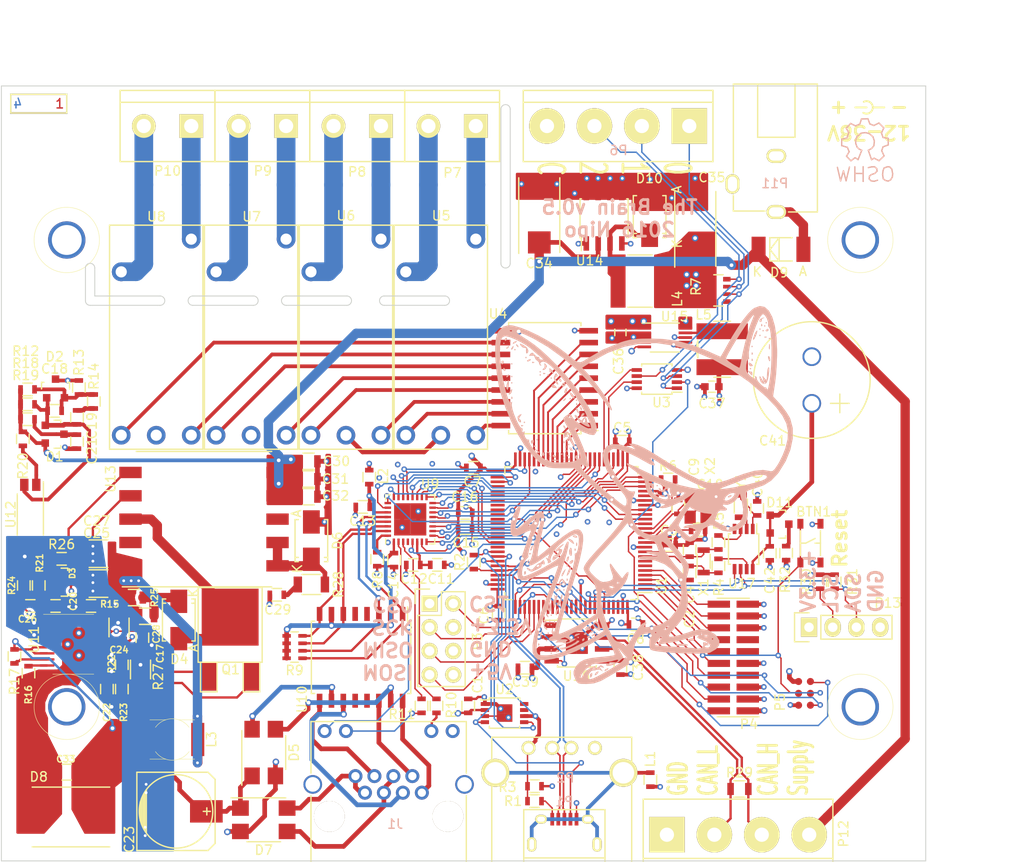
<source format=kicad_pcb>
(kicad_pcb (version 4) (host pcbnew 4.0.4-stable)

  (general
    (links 411)
    (no_connects 0)
    (area 46.449999 51.449999 145.550001 134.550001)
    (thickness 1.6)
    (drawings 46)
    (tracks 1845)
    (zones 0)
    (modules 134)
    (nets 164)
  )

  (page A4)
  (layers
    (0 F.Cu signal hide)
    (1 In1.Cu power hide)
    (2 In2.Cu power hide)
    (31 B.Cu signal hide)
    (32 B.Adhes user hide)
    (33 F.Adhes user hide)
    (34 B.Paste user hide)
    (35 F.Paste user hide)
    (36 B.SilkS user)
    (37 F.SilkS user)
    (38 B.Mask user)
    (39 F.Mask user hide)
    (40 Dwgs.User user)
    (41 Cmts.User user)
    (42 Eco1.User user)
    (43 Eco2.User user)
    (44 Edge.Cuts user)
    (45 Margin user)
    (46 B.CrtYd user)
    (47 F.CrtYd user)
    (48 B.Fab user hide)
    (49 F.Fab user hide)
  )

  (setup
    (last_trace_width 0.1524)
    (user_trace_width 0.1524)
    (user_trace_width 0.2)
    (user_trace_width 0.25)
    (user_trace_width 0.4)
    (user_trace_width 0.5)
    (user_trace_width 1)
    (user_trace_width 2)
    (trace_clearance 0.1524)
    (zone_clearance 0.2)
    (zone_45_only yes)
    (trace_min 0.1524)
    (segment_width 0.2)
    (edge_width 0.1)
    (via_size 0.6048)
    (via_drill 0.3)
    (via_min_size 0.6048)
    (via_min_drill 0.3)
    (user_via 0.6048 0.3)
    (user_via 0.8 0.4)
    (user_via 1 0.5)
    (user_via 1.5 1)
    (uvia_size 0.3)
    (uvia_drill 0.1)
    (uvias_allowed no)
    (uvia_min_size 0.2)
    (uvia_min_drill 0.1)
    (pcb_text_width 0.3)
    (pcb_text_size 1.5 1.5)
    (mod_edge_width 0.15)
    (mod_text_size 1 1)
    (mod_text_width 0.15)
    (pad_size 4 4)
    (pad_drill 3.2)
    (pad_to_mask_clearance 0)
    (aux_axis_origin 0 0)
    (visible_elements FFFFEF7F)
    (pcbplotparams
      (layerselection 0x00030_ffffffff)
      (usegerberextensions false)
      (excludeedgelayer true)
      (linewidth 0.100000)
      (plotframeref false)
      (viasonmask false)
      (mode 1)
      (useauxorigin false)
      (hpglpennumber 1)
      (hpglpenspeed 20)
      (hpglpendiameter 15)
      (hpglpenoverlay 2)
      (psnegative false)
      (psa4output false)
      (plotreference true)
      (plotvalue true)
      (plotinvisibletext false)
      (padsonsilk false)
      (subtractmaskfromsilk false)
      (outputformat 1)
      (mirror false)
      (drillshape 1)
      (scaleselection 1)
      (outputdirectory ""))
  )

  (net 0 "")
  (net 1 +3V3)
  (net 2 /mcu/TMS)
  (net 3 GND)
  (net 4 /mcu/TCK)
  (net 5 /mcu/TDO)
  (net 6 /mcu/TDI)
  (net 7 /mcu/nRESET)
  (net 8 /mcu/TraceCLK)
  (net 9 /mcu/TraceData0)
  (net 10 /mcu/TraceData1)
  (net 11 /mcu/TraceData2)
  (net 12 /mcu/TraceData3)
  (net 13 "Net-(C9-Pad1)")
  (net 14 "Net-(C10-Pad1)")
  (net 15 "Net-(C18-Pad1)")
  (net 16 +5V)
  (net 17 "Net-(L1-Pad1)")
  (net 18 "Net-(J1-Pad10)")
  (net 19 "Net-(J1-Pad11)")
  (net 20 "Net-(P6-Pad2)")
  (net 21 "Net-(P6-Pad1)")
  (net 22 "Net-(P7-Pad2)")
  (net 23 "Net-(P7-Pad1)")
  (net 24 "Net-(U1-Pad82)")
  (net 25 "Net-(U1-Pad81)")
  (net 26 "/I2C / RTC / Extension/IRQ")
  (net 27 "/I2C / RTC / Extension/OSC_OUT")
  (net 28 "Net-(U1-Pad39)")
  (net 29 "Net-(U1-Pad40)")
  (net 30 "Net-(U1-Pad41)")
  (net 31 "Net-(U1-Pad42)")
  (net 32 "Net-(U1-Pad43)")
  (net 33 "Net-(U1-Pad44)")
  (net 34 "Net-(U1-Pad45)")
  (net 35 "Net-(U1-Pad46)")
  (net 36 /ethernet/POE_VC1-)
  (net 37 /ethernet/POE_VC1+)
  (net 38 /ethernet/POE_VC2-)
  (net 39 /ethernet/POE_VC2+)
  (net 40 "Net-(U1-Pad6)")
  (net 41 "Net-(U1-Pad38)")
  (net 42 "Net-(U1-Pad73)")
  (net 43 "Net-(U1-Pad91)")
  (net 44 "Net-(U1-Pad97)")
  (net 45 "Net-(U1-Pad98)")
  (net 46 "Net-(U9-Pad4)")
  (net 47 /ethernet/CLK_25M)
  (net 48 /mcu/ETH_PHY_nIRQ)
  (net 49 /mcu/ETH_PHY_nRESET)
  (net 50 /ethernet/MDC)
  (net 51 /ethernet/TX_D2)
  (net 52 /ethernet/TX_CLK)
  (net 53 /ethernet/RX_CLK)
  (net 54 /ethernet/MDIO)
  (net 55 /ethernet/RX_DV)
  (net 56 /ethernet/RX_D0)
  (net 57 /ethernet/RX_D1)
  (net 58 /ethernet/RX_D2)
  (net 59 /ethernet/RX_D3)
  (net 60 /ethernet/RX_ER)
  (net 61 /ethernet/TX_EN)
  (net 62 /ethernet/TX_D0)
  (net 63 /ethernet/TX_D1)
  (net 64 /ethernet/TX_D3)
  (net 65 /ethernet/CRS)
  (net 66 /ethernet/COL)
  (net 67 /ethernet/LAN_VDD)
  (net 68 /ethernet/TD-)
  (net 69 /ethernet/TD+)
  (net 70 /ethernet/RD-)
  (net 71 /ethernet/RD+)
  (net 72 /ethernet/ETH_RX-)
  (net 73 /ethernet/ETH_RX+)
  (net 74 /ethernet/ETH_TX-)
  (net 75 /ethernet/ETH_TX+)
  (net 76 "/I2C / RTC / Extension/SCL")
  (net 77 "/I2C / RTC / Extension/SDA")
  (net 78 GNDREF)
  (net 79 /mcu/USB_D+)
  (net 80 /mcu/USB_D-)
  (net 81 /can/CAN-)
  (net 82 /can/CAN+)
  (net 83 "Net-(U2-Pad7)")
  (net 84 "Net-(U2-Pad8)")
  (net 85 "Net-(U1-Pad7)")
  (net 86 "Net-(U1-Pad53)")
  (net 87 "Net-(U1-Pad54)")
  (net 88 "Net-(U1-Pad60)")
  (net 89 "Net-(U1-Pad61)")
  (net 90 "Net-(U1-Pad62)")
  (net 91 "Net-(U1-Pad66)")
  (net 92 "Net-(U1-Pad96)")
  (net 93 "Net-(D6-Pad1)")
  (net 94 "Net-(L5-Pad2)")
  (net 95 /power/VCan)
  (net 96 "Net-(P11-Pad3)")
  (net 97 /mcu/Input_0)
  (net 98 /mcu/Input_1)
  (net 99 /mcu/Input_2)
  (net 100 /mcu/CS0)
  (net 101 /mcu/CS1)
  (net 102 /mcu/SCK)
  (net 103 /mcu/MOSI)
  (net 104 /mcu/MISO)
  (net 105 /poe/VPoe)
  (net 106 /poe/GPoe)
  (net 107 "Net-(C22-Pad1)")
  (net 108 "Net-(C29-Pad1)")
  (net 109 "Net-(D9-Pad2)")
  (net 110 "Net-(R15-Pad1)")
  (net 111 /poe/Feedback)
  (net 112 /poe/VPoe2)
  (net 113 "Net-(Q1-Pad3)")
  (net 114 "Net-(Q1-Pad1)")
  (net 115 /poe/VBias)
  (net 116 /mcu/USB_VBus)
  (net 117 "Net-(R2-Pad1)")
  (net 118 "Net-(C2-Pad1)")
  (net 119 "Net-(C4-Pad1)")
  (net 120 "Net-(C11-Pad1)")
  (net 121 "Net-(C18-Pad2)")
  (net 122 "Net-(C19-Pad2)")
  (net 123 "Net-(C20-Pad1)")
  (net 124 "Net-(C21-Pad1)")
  (net 125 "Net-(C24-Pad1)")
  (net 126 "Net-(C26-Pad2)")
  (net 127 "Net-(C28-Pad2)")
  (net 128 "Net-(C40-Pad1)")
  (net 129 "Net-(C41-Pad1)")
  (net 130 "Net-(D3-Pad1)")
  (net 131 "Net-(D3-Pad2)")
  (net 132 "Net-(D4-Pad2)")
  (net 133 "Net-(D10-Pad1)")
  (net 134 "Net-(D11-Pad3)")
  (net 135 "Net-(P1-Pad1)")
  (net 136 "Net-(P1-Pad4)")
  (net 137 "Net-(P4-Pad11)")
  (net 138 "Net-(P4-Pad13)")
  (net 139 "Net-(P6-Pad3)")
  (net 140 "Net-(P8-Pad1)")
  (net 141 "Net-(P8-Pad2)")
  (net 142 "Net-(P9-Pad1)")
  (net 143 "Net-(P9-Pad2)")
  (net 144 "Net-(P10-Pad1)")
  (net 145 "Net-(P10-Pad2)")
  (net 146 "Net-(R7-Pad5)")
  (net 147 "Net-(R8-Pad1)")
  (net 148 "Net-(R10-Pad1)")
  (net 149 "Net-(R11-Pad1)")
  (net 150 "Net-(R16-Pad1)")
  (net 151 "Net-(R17-Pad2)")
  (net 152 "Net-(R20-Pad2)")
  (net 153 "Net-(R22-Pad2)")
  (net 154 "Net-(R26-Pad1)")
  (net 155 "Net-(U4-Pad11)")
  (net 156 "Net-(U4-Pad12)")
  (net 157 "Net-(U4-Pad13)")
  (net 158 "Net-(U4-Pad14)")
  (net 159 "Net-(U4-Pad15)")
  (net 160 "Net-(U4-Pad16)")
  (net 161 "Net-(U4-Pad17)")
  (net 162 "Net-(U4-Pad18)")
  (net 163 "Net-(U17-Pad2)")

  (net_class Default "This is the default net class."
    (clearance 0.1524)
    (trace_width 0.1524)
    (via_dia 0.6048)
    (via_drill 0.3)
    (uvia_dia 0.3)
    (uvia_drill 0.1)
    (add_net "/I2C / RTC / Extension/IRQ")
    (add_net "/I2C / RTC / Extension/OSC_OUT")
    (add_net "/I2C / RTC / Extension/SCL")
    (add_net "/I2C / RTC / Extension/SDA")
    (add_net /can/CAN+)
    (add_net /can/CAN-)
    (add_net /ethernet/CLK_25M)
    (add_net /ethernet/COL)
    (add_net /ethernet/CRS)
    (add_net /ethernet/MDC)
    (add_net /ethernet/MDIO)
    (add_net /ethernet/RX_CLK)
    (add_net /ethernet/RX_D0)
    (add_net /ethernet/RX_D1)
    (add_net /ethernet/RX_D2)
    (add_net /ethernet/RX_D3)
    (add_net /ethernet/RX_DV)
    (add_net /ethernet/RX_ER)
    (add_net /ethernet/TX_CLK)
    (add_net /ethernet/TX_D0)
    (add_net /ethernet/TX_D1)
    (add_net /ethernet/TX_D2)
    (add_net /ethernet/TX_D3)
    (add_net /ethernet/TX_EN)
    (add_net /mcu/CS0)
    (add_net /mcu/CS1)
    (add_net /mcu/ETH_PHY_nIRQ)
    (add_net /mcu/ETH_PHY_nRESET)
    (add_net /mcu/Input_0)
    (add_net /mcu/Input_1)
    (add_net /mcu/Input_2)
    (add_net /mcu/MISO)
    (add_net /mcu/MOSI)
    (add_net /mcu/SCK)
    (add_net /mcu/TCK)
    (add_net /mcu/TDI)
    (add_net /mcu/TDO)
    (add_net /mcu/TMS)
    (add_net /mcu/TraceCLK)
    (add_net /mcu/TraceData0)
    (add_net /mcu/TraceData1)
    (add_net /mcu/TraceData2)
    (add_net /mcu/TraceData3)
    (add_net /mcu/USB_D+)
    (add_net /mcu/USB_D-)
    (add_net /mcu/USB_VBus)
    (add_net /mcu/nRESET)
    (add_net /poe/Feedback)
    (add_net /poe/VBias)
    (add_net /poe/VPoe2)
    (add_net GND)
    (add_net "Net-(C10-Pad1)")
    (add_net "Net-(C11-Pad1)")
    (add_net "Net-(C18-Pad1)")
    (add_net "Net-(C18-Pad2)")
    (add_net "Net-(C19-Pad2)")
    (add_net "Net-(C2-Pad1)")
    (add_net "Net-(C20-Pad1)")
    (add_net "Net-(C21-Pad1)")
    (add_net "Net-(C22-Pad1)")
    (add_net "Net-(C24-Pad1)")
    (add_net "Net-(C26-Pad2)")
    (add_net "Net-(C28-Pad2)")
    (add_net "Net-(C29-Pad1)")
    (add_net "Net-(C4-Pad1)")
    (add_net "Net-(C40-Pad1)")
    (add_net "Net-(C41-Pad1)")
    (add_net "Net-(C9-Pad1)")
    (add_net "Net-(D10-Pad1)")
    (add_net "Net-(D11-Pad3)")
    (add_net "Net-(D3-Pad1)")
    (add_net "Net-(D3-Pad2)")
    (add_net "Net-(D4-Pad2)")
    (add_net "Net-(D6-Pad1)")
    (add_net "Net-(D9-Pad2)")
    (add_net "Net-(J1-Pad10)")
    (add_net "Net-(J1-Pad11)")
    (add_net "Net-(L1-Pad1)")
    (add_net "Net-(L5-Pad2)")
    (add_net "Net-(P1-Pad1)")
    (add_net "Net-(P1-Pad4)")
    (add_net "Net-(P10-Pad1)")
    (add_net "Net-(P10-Pad2)")
    (add_net "Net-(P11-Pad3)")
    (add_net "Net-(P4-Pad11)")
    (add_net "Net-(P4-Pad13)")
    (add_net "Net-(P6-Pad1)")
    (add_net "Net-(P6-Pad2)")
    (add_net "Net-(P6-Pad3)")
    (add_net "Net-(P7-Pad1)")
    (add_net "Net-(P7-Pad2)")
    (add_net "Net-(P8-Pad1)")
    (add_net "Net-(P8-Pad2)")
    (add_net "Net-(P9-Pad1)")
    (add_net "Net-(P9-Pad2)")
    (add_net "Net-(Q1-Pad1)")
    (add_net "Net-(Q1-Pad3)")
    (add_net "Net-(R10-Pad1)")
    (add_net "Net-(R11-Pad1)")
    (add_net "Net-(R15-Pad1)")
    (add_net "Net-(R16-Pad1)")
    (add_net "Net-(R17-Pad2)")
    (add_net "Net-(R2-Pad1)")
    (add_net "Net-(R20-Pad2)")
    (add_net "Net-(R22-Pad2)")
    (add_net "Net-(R26-Pad1)")
    (add_net "Net-(R7-Pad5)")
    (add_net "Net-(R8-Pad1)")
    (add_net "Net-(U1-Pad38)")
    (add_net "Net-(U1-Pad39)")
    (add_net "Net-(U1-Pad40)")
    (add_net "Net-(U1-Pad41)")
    (add_net "Net-(U1-Pad42)")
    (add_net "Net-(U1-Pad43)")
    (add_net "Net-(U1-Pad44)")
    (add_net "Net-(U1-Pad45)")
    (add_net "Net-(U1-Pad46)")
    (add_net "Net-(U1-Pad53)")
    (add_net "Net-(U1-Pad54)")
    (add_net "Net-(U1-Pad6)")
    (add_net "Net-(U1-Pad60)")
    (add_net "Net-(U1-Pad61)")
    (add_net "Net-(U1-Pad62)")
    (add_net "Net-(U1-Pad66)")
    (add_net "Net-(U1-Pad7)")
    (add_net "Net-(U1-Pad73)")
    (add_net "Net-(U1-Pad81)")
    (add_net "Net-(U1-Pad82)")
    (add_net "Net-(U1-Pad91)")
    (add_net "Net-(U1-Pad96)")
    (add_net "Net-(U1-Pad97)")
    (add_net "Net-(U1-Pad98)")
    (add_net "Net-(U17-Pad2)")
    (add_net "Net-(U2-Pad7)")
    (add_net "Net-(U2-Pad8)")
    (add_net "Net-(U4-Pad11)")
    (add_net "Net-(U4-Pad12)")
    (add_net "Net-(U4-Pad13)")
    (add_net "Net-(U4-Pad14)")
    (add_net "Net-(U4-Pad15)")
    (add_net "Net-(U4-Pad16)")
    (add_net "Net-(U4-Pad17)")
    (add_net "Net-(U4-Pad18)")
    (add_net "Net-(U9-Pad4)")
  )

  (net_class More ""
    (clearance 0.2)
    (trace_width 0.25)
    (via_dia 0.6048)
    (via_drill 0.3)
    (uvia_dia 0.3)
    (uvia_drill 0.1)
    (add_net /ethernet/RD+)
    (add_net /ethernet/RD-)
    (add_net /ethernet/TD+)
    (add_net /ethernet/TD-)
  )

  (net_class Power ""
    (clearance 0.1524)
    (trace_width 0.5)
    (via_dia 0.7)
    (via_drill 0.4)
    (uvia_dia 0.3)
    (uvia_drill 0.1)
    (add_net +3V3)
    (add_net +5V)
    (add_net /ethernet/ETH_RX+)
    (add_net /ethernet/ETH_RX-)
    (add_net /ethernet/ETH_TX+)
    (add_net /ethernet/ETH_TX-)
    (add_net /ethernet/LAN_VDD)
    (add_net /ethernet/POE_VC1+)
    (add_net /ethernet/POE_VC1-)
    (add_net /ethernet/POE_VC2+)
    (add_net /ethernet/POE_VC2-)
    (add_net /poe/GPoe)
    (add_net /poe/VPoe)
    (add_net /power/VCan)
    (add_net GNDREF)
  )

  (net_class Power2 ""
    (clearance 1)
    (trace_width 0.5)
    (via_dia 1)
    (via_drill 0.5)
    (uvia_dia 0.3)
    (uvia_drill 0.1)
  )

  (module Connect:USB_A (layer F.Cu) (tedit 5543E289) (tstamp 57C37A26)
    (at 102.95914 122.40212)
    (descr "USB A connector")
    (tags "USB USB_A")
    (path /57A213D7/57BD5361)
    (fp_text reference P2 (at 3.94086 3.19788 180) (layer B.SilkS)
      (effects (font (size 1 1) (thickness 0.15)) (justify mirror))
    )
    (fp_text value USBA (at 3.74086 2.49788) (layer F.Fab)
      (effects (font (size 1 1) (thickness 0.15)))
    )
    (fp_line (start -5.3 13.2) (end -5.3 -1.4) (layer F.CrtYd) (width 0.05))
    (fp_line (start 11.95 -1.4) (end 11.95 13.2) (layer F.CrtYd) (width 0.05))
    (fp_line (start -5.3 13.2) (end 11.95 13.2) (layer F.CrtYd) (width 0.05))
    (fp_line (start -5.3 -1.4) (end 11.95 -1.4) (layer F.CrtYd) (width 0.05))
    (fp_line (start 11.04986 -1.14512) (end 11.04986 12.95188) (layer F.SilkS) (width 0.15))
    (fp_line (start -3.93614 12.95188) (end -3.93614 -1.14512) (layer F.SilkS) (width 0.15))
    (fp_line (start 11.04986 -1.14512) (end -3.93614 -1.14512) (layer F.SilkS) (width 0.15))
    (fp_line (start 11.04986 12.95188) (end -3.93614 12.95188) (layer F.SilkS) (width 0.15))
    (pad 4 thru_hole circle (at 7.11286 -0.00212 270) (size 1.50114 1.50114) (drill 1.00076) (layers *.Cu *.Mask F.SilkS)
      (net 3 GND))
    (pad 3 thru_hole circle (at 4.57286 -0.00212 270) (size 1.50114 1.50114) (drill 1.00076) (layers *.Cu *.Mask F.SilkS)
      (net 79 /mcu/USB_D+))
    (pad 2 thru_hole circle (at 2.54086 -0.00212 270) (size 1.50114 1.50114) (drill 1.00076) (layers *.Cu *.Mask F.SilkS)
      (net 80 /mcu/USB_D-))
    (pad 1 thru_hole circle (at 0.00086 -0.00212 270) (size 1.50114 1.50114) (drill 1.00076) (layers *.Cu *.Mask F.SilkS)
      (net 116 /mcu/USB_VBus))
    (pad 5 thru_hole circle (at 10.16086 2.66488 270) (size 2.99974 2.99974) (drill 2.30124) (layers *.Cu *.Mask F.SilkS)
      (net 17 "Net-(L1-Pad1)"))
    (pad 5 thru_hole circle (at -3.55514 2.66488 270) (size 2.99974 2.99974) (drill 2.30124) (layers *.Cu *.Mask F.SilkS)
      (net 17 "Net-(L1-Pad1)"))
    (model Connect.3dshapes/USB_A.wrl
      (at (xyz 0.14 0 0))
      (scale (xyz 1 1 1))
      (rotate (xyz 0 0 90))
    )
  )

  (module Pin_Headers:Pin_Header_Straight_2x04 (layer F.Cu) (tedit 57C9A701) (tstamp 57CA0578)
    (at 92.36 106.94)
    (descr "Through hole pin header")
    (tags "pin header")
    (path /57A213D7/57C9C680)
    (fp_text reference P3 (at 5.14 4.06 90) (layer F.SilkS)
      (effects (font (size 1 1) (thickness 0.15)))
    )
    (fp_text value SPI (at 1.34 3.7 90) (layer F.Fab)
      (effects (font (size 1 1) (thickness 0.15)))
    )
    (fp_line (start -1.75 -1.75) (end -1.75 9.4) (layer F.CrtYd) (width 0.05))
    (fp_line (start 4.3 -1.75) (end 4.3 9.4) (layer F.CrtYd) (width 0.05))
    (fp_line (start -1.75 -1.75) (end 4.3 -1.75) (layer F.CrtYd) (width 0.05))
    (fp_line (start -1.75 9.4) (end 4.3 9.4) (layer F.CrtYd) (width 0.05))
    (fp_line (start -1.27 1.27) (end -1.27 8.89) (layer F.SilkS) (width 0.15))
    (fp_line (start -1.27 8.89) (end 3.81 8.89) (layer F.SilkS) (width 0.15))
    (fp_line (start 3.81 8.89) (end 3.81 -1.27) (layer F.SilkS) (width 0.15))
    (fp_line (start 3.81 -1.27) (end 1.27 -1.27) (layer F.SilkS) (width 0.15))
    (fp_line (start 0 -1.55) (end -1.55 -1.55) (layer F.SilkS) (width 0.15))
    (fp_line (start 1.27 -1.27) (end 1.27 1.27) (layer F.SilkS) (width 0.15))
    (fp_line (start 1.27 1.27) (end -1.27 1.27) (layer F.SilkS) (width 0.15))
    (fp_line (start -1.55 -1.55) (end -1.55 0) (layer F.SilkS) (width 0.15))
    (pad 1 thru_hole rect (at 0 0) (size 1.7272 1.7272) (drill 1.016) (layers *.Cu *.Mask F.SilkS)
      (net 100 /mcu/CS0))
    (pad 2 thru_hole oval (at 2.54 0) (size 1.7272 1.7272) (drill 1.016) (layers *.Cu *.Mask F.SilkS)
      (net 101 /mcu/CS1))
    (pad 3 thru_hole oval (at 0 2.54) (size 1.7272 1.7272) (drill 1.016) (layers *.Cu *.Mask F.SilkS)
      (net 102 /mcu/SCK))
    (pad 4 thru_hole oval (at 2.54 2.54) (size 1.7272 1.7272) (drill 1.016) (layers *.Cu *.Mask F.SilkS)
      (net 1 +3V3) (zone_connect 2))
    (pad 5 thru_hole oval (at 0 5.08) (size 1.7272 1.7272) (drill 1.016) (layers *.Cu *.Mask F.SilkS)
      (net 104 /mcu/MISO))
    (pad 6 thru_hole oval (at 2.54 5.08) (size 1.7272 1.7272) (drill 1.016) (layers *.Cu *.Mask F.SilkS)
      (net 3 GND))
    (pad 7 thru_hole oval (at 0 7.62) (size 1.7272 1.7272) (drill 1.016) (layers *.Cu *.Mask F.SilkS)
      (net 103 /mcu/MOSI))
    (pad 8 thru_hole oval (at 2.54 7.62) (size 1.7272 1.7272) (drill 1.016) (layers *.Cu *.Mask F.SilkS)
      (net 16 +5V) (zone_connect 2))
    (model Pin_Headers.3dshapes/Pin_Header_Straight_2x04.wrl
      (at (xyz 0.05 -0.15 0))
      (scale (xyz 1 1 1))
      (rotate (xyz 0 0 90))
    )
  )

  (module Housings_QFP:LQFP-100_14x14mm_Pitch0.5mm (layer F.Cu) (tedit 54130A77) (tstamp 57C377BF)
    (at 107.55 99.4 180)
    (descr "LQFP100: plastic low profile quad flat package; 100 leads; body 14 x 14 x 1.4 mm (see NXP sot407-1_po.pdf and sot407-1_fr.pdf)")
    (tags "QFP 0.5")
    (path /57A213D7/57BCD0F0)
    (attr smd)
    (fp_text reference U1 (at -9.65 -5.6 450) (layer F.SilkS)
      (effects (font (size 1 1) (thickness 0.15)))
    )
    (fp_text value STM32F107VCT (at 0.25 1.3 180) (layer F.Fab)
      (effects (font (size 1 1) (thickness 0.15)))
    )
    (fp_line (start -8.9 -8.9) (end -8.9 8.9) (layer F.CrtYd) (width 0.05))
    (fp_line (start 8.9 -8.9) (end 8.9 8.9) (layer F.CrtYd) (width 0.05))
    (fp_line (start -8.9 -8.9) (end 8.9 -8.9) (layer F.CrtYd) (width 0.05))
    (fp_line (start -8.9 8.9) (end 8.9 8.9) (layer F.CrtYd) (width 0.05))
    (fp_line (start -7.125 -7.125) (end -7.125 -6.365) (layer F.SilkS) (width 0.15))
    (fp_line (start 7.125 -7.125) (end 7.125 -6.365) (layer F.SilkS) (width 0.15))
    (fp_line (start 7.125 7.125) (end 7.125 6.365) (layer F.SilkS) (width 0.15))
    (fp_line (start -7.125 7.125) (end -7.125 6.365) (layer F.SilkS) (width 0.15))
    (fp_line (start -7.125 -7.125) (end -6.365 -7.125) (layer F.SilkS) (width 0.15))
    (fp_line (start -7.125 7.125) (end -6.365 7.125) (layer F.SilkS) (width 0.15))
    (fp_line (start 7.125 7.125) (end 6.365 7.125) (layer F.SilkS) (width 0.15))
    (fp_line (start 7.125 -7.125) (end 6.365 -7.125) (layer F.SilkS) (width 0.15))
    (fp_line (start -7.125 -6.365) (end -8.65 -6.365) (layer F.SilkS) (width 0.15))
    (pad 1 smd rect (at -7.9 -6 180) (size 1.5 0.28) (layers F.Cu F.Paste F.Mask)
      (net 8 /mcu/TraceCLK))
    (pad 2 smd rect (at -7.9 -5.5 180) (size 1.5 0.28) (layers F.Cu F.Paste F.Mask)
      (net 9 /mcu/TraceData0))
    (pad 3 smd rect (at -7.9 -5 180) (size 1.5 0.28) (layers F.Cu F.Paste F.Mask)
      (net 10 /mcu/TraceData1))
    (pad 4 smd rect (at -7.9 -4.5 180) (size 1.5 0.28) (layers F.Cu F.Paste F.Mask)
      (net 11 /mcu/TraceData2))
    (pad 5 smd rect (at -7.9 -4 180) (size 1.5 0.28) (layers F.Cu F.Paste F.Mask)
      (net 12 /mcu/TraceData3))
    (pad 6 smd rect (at -7.9 -3.5 180) (size 1.5 0.28) (layers F.Cu F.Paste F.Mask)
      (net 40 "Net-(U1-Pad6)"))
    (pad 7 smd rect (at -7.9 -3 180) (size 1.5 0.28) (layers F.Cu F.Paste F.Mask)
      (net 85 "Net-(U1-Pad7)"))
    (pad 8 smd rect (at -7.9 -2.5 180) (size 1.5 0.28) (layers F.Cu F.Paste F.Mask)
      (net 118 "Net-(C2-Pad1)"))
    (pad 9 smd rect (at -7.9 -2 180) (size 1.5 0.28) (layers F.Cu F.Paste F.Mask)
      (net 119 "Net-(C4-Pad1)"))
    (pad 10 smd rect (at -7.9 -1.5 180) (size 1.5 0.28) (layers F.Cu F.Paste F.Mask)
      (net 3 GND))
    (pad 11 smd rect (at -7.9 -1 180) (size 1.5 0.28) (layers F.Cu F.Paste F.Mask)
      (net 1 +3V3))
    (pad 12 smd rect (at -7.9 -0.5 180) (size 1.5 0.28) (layers F.Cu F.Paste F.Mask)
      (net 14 "Net-(C10-Pad1)"))
    (pad 13 smd rect (at -7.9 0 180) (size 1.5 0.28) (layers F.Cu F.Paste F.Mask)
      (net 13 "Net-(C9-Pad1)"))
    (pad 14 smd rect (at -7.9 0.5 180) (size 1.5 0.28) (layers F.Cu F.Paste F.Mask)
      (net 7 /mcu/nRESET))
    (pad 15 smd rect (at -7.9 1 180) (size 1.5 0.28) (layers F.Cu F.Paste F.Mask)
      (net 99 /mcu/Input_2))
    (pad 16 smd rect (at -7.9 1.5 180) (size 1.5 0.28) (layers F.Cu F.Paste F.Mask)
      (net 50 /ethernet/MDC))
    (pad 17 smd rect (at -7.9 2 180) (size 1.5 0.28) (layers F.Cu F.Paste F.Mask)
      (net 51 /ethernet/TX_D2))
    (pad 18 smd rect (at -7.9 2.5 180) (size 1.5 0.28) (layers F.Cu F.Paste F.Mask)
      (net 52 /ethernet/TX_CLK))
    (pad 19 smd rect (at -7.9 3 180) (size 1.5 0.28) (layers F.Cu F.Paste F.Mask)
      (net 3 GND))
    (pad 20 smd rect (at -7.9 3.5 180) (size 1.5 0.28) (layers F.Cu F.Paste F.Mask)
      (net 3 GND))
    (pad 21 smd rect (at -7.9 4 180) (size 1.5 0.28) (layers F.Cu F.Paste F.Mask)
      (net 1 +3V3))
    (pad 22 smd rect (at -7.9 4.5 180) (size 1.5 0.28) (layers F.Cu F.Paste F.Mask)
      (net 1 +3V3))
    (pad 23 smd rect (at -7.9 5 180) (size 1.5 0.28) (layers F.Cu F.Paste F.Mask)
      (net 65 /ethernet/CRS))
    (pad 24 smd rect (at -7.9 5.5 180) (size 1.5 0.28) (layers F.Cu F.Paste F.Mask)
      (net 53 /ethernet/RX_CLK))
    (pad 25 smd rect (at -7.9 6 180) (size 1.5 0.28) (layers F.Cu F.Paste F.Mask)
      (net 54 /ethernet/MDIO))
    (pad 26 smd rect (at -6 7.9 270) (size 1.5 0.28) (layers F.Cu F.Paste F.Mask)
      (net 66 /ethernet/COL))
    (pad 27 smd rect (at -5.5 7.9 270) (size 1.5 0.28) (layers F.Cu F.Paste F.Mask)
      (net 3 GND))
    (pad 28 smd rect (at -5 7.9 270) (size 1.5 0.28) (layers F.Cu F.Paste F.Mask)
      (net 1 +3V3))
    (pad 29 smd rect (at -4.5 7.9 270) (size 1.5 0.28) (layers F.Cu F.Paste F.Mask)
      (net 100 /mcu/CS0))
    (pad 30 smd rect (at -4 7.9 270) (size 1.5 0.28) (layers F.Cu F.Paste F.Mask)
      (net 97 /mcu/Input_0))
    (pad 31 smd rect (at -3.5 7.9 270) (size 1.5 0.28) (layers F.Cu F.Paste F.Mask)
      (net 98 /mcu/Input_1))
    (pad 32 smd rect (at -3 7.9 270) (size 1.5 0.28) (layers F.Cu F.Paste F.Mask)
      (net 55 /ethernet/RX_DV))
    (pad 33 smd rect (at -2.5 7.9 270) (size 1.5 0.28) (layers F.Cu F.Paste F.Mask)
      (net 56 /ethernet/RX_D0))
    (pad 34 smd rect (at -2 7.9 270) (size 1.5 0.28) (layers F.Cu F.Paste F.Mask)
      (net 57 /ethernet/RX_D1))
    (pad 35 smd rect (at -1.5 7.9 270) (size 1.5 0.28) (layers F.Cu F.Paste F.Mask)
      (net 58 /ethernet/RX_D2))
    (pad 36 smd rect (at -1 7.9 270) (size 1.5 0.28) (layers F.Cu F.Paste F.Mask)
      (net 59 /ethernet/RX_D3))
    (pad 37 smd rect (at -0.5 7.9 270) (size 1.5 0.28) (layers F.Cu F.Paste F.Mask)
      (net 3 GND))
    (pad 38 smd rect (at 0 7.9 270) (size 1.5 0.28) (layers F.Cu F.Paste F.Mask)
      (net 41 "Net-(U1-Pad38)"))
    (pad 39 smd rect (at 0.5 7.9 270) (size 1.5 0.28) (layers F.Cu F.Paste F.Mask)
      (net 28 "Net-(U1-Pad39)"))
    (pad 40 smd rect (at 1 7.9 270) (size 1.5 0.28) (layers F.Cu F.Paste F.Mask)
      (net 29 "Net-(U1-Pad40)"))
    (pad 41 smd rect (at 1.5 7.9 270) (size 1.5 0.28) (layers F.Cu F.Paste F.Mask)
      (net 30 "Net-(U1-Pad41)"))
    (pad 42 smd rect (at 2 7.9 270) (size 1.5 0.28) (layers F.Cu F.Paste F.Mask)
      (net 31 "Net-(U1-Pad42)"))
    (pad 43 smd rect (at 2.5 7.9 270) (size 1.5 0.28) (layers F.Cu F.Paste F.Mask)
      (net 32 "Net-(U1-Pad43)"))
    (pad 44 smd rect (at 3 7.9 270) (size 1.5 0.28) (layers F.Cu F.Paste F.Mask)
      (net 33 "Net-(U1-Pad44)"))
    (pad 45 smd rect (at 3.5 7.9 270) (size 1.5 0.28) (layers F.Cu F.Paste F.Mask)
      (net 34 "Net-(U1-Pad45)"))
    (pad 46 smd rect (at 4 7.9 270) (size 1.5 0.28) (layers F.Cu F.Paste F.Mask)
      (net 35 "Net-(U1-Pad46)"))
    (pad 47 smd rect (at 4.5 7.9 270) (size 1.5 0.28) (layers F.Cu F.Paste F.Mask)
      (net 60 /ethernet/RX_ER))
    (pad 48 smd rect (at 5 7.9 270) (size 1.5 0.28) (layers F.Cu F.Paste F.Mask)
      (net 61 /ethernet/TX_EN))
    (pad 49 smd rect (at 5.5 7.9 270) (size 1.5 0.28) (layers F.Cu F.Paste F.Mask)
      (net 3 GND))
    (pad 50 smd rect (at 6 7.9 270) (size 1.5 0.28) (layers F.Cu F.Paste F.Mask)
      (net 1 +3V3))
    (pad 51 smd rect (at 7.9 6 180) (size 1.5 0.28) (layers F.Cu F.Paste F.Mask)
      (net 62 /ethernet/TX_D0))
    (pad 52 smd rect (at 7.9 5.5 180) (size 1.5 0.28) (layers F.Cu F.Paste F.Mask)
      (net 63 /ethernet/TX_D1))
    (pad 53 smd rect (at 7.9 5 180) (size 1.5 0.28) (layers F.Cu F.Paste F.Mask)
      (net 86 "Net-(U1-Pad53)"))
    (pad 54 smd rect (at 7.9 4.5 180) (size 1.5 0.28) (layers F.Cu F.Paste F.Mask)
      (net 87 "Net-(U1-Pad54)"))
    (pad 55 smd rect (at 7.9 4 180) (size 1.5 0.28) (layers F.Cu F.Paste F.Mask))
    (pad 56 smd rect (at 7.9 3.5 180) (size 1.5 0.28) (layers F.Cu F.Paste F.Mask))
    (pad 57 smd rect (at 7.9 3 180) (size 1.5 0.28) (layers F.Cu F.Paste F.Mask))
    (pad 58 smd rect (at 7.9 2.5 180) (size 1.5 0.28) (layers F.Cu F.Paste F.Mask))
    (pad 59 smd rect (at 7.9 2 180) (size 1.5 0.28) (layers F.Cu F.Paste F.Mask))
    (pad 60 smd rect (at 7.9 1.5 180) (size 1.5 0.28) (layers F.Cu F.Paste F.Mask)
      (net 88 "Net-(U1-Pad60)"))
    (pad 61 smd rect (at 7.9 1 180) (size 1.5 0.28) (layers F.Cu F.Paste F.Mask)
      (net 89 "Net-(U1-Pad61)"))
    (pad 62 smd rect (at 7.9 0.5 180) (size 1.5 0.28) (layers F.Cu F.Paste F.Mask)
      (net 90 "Net-(U1-Pad62)"))
    (pad 63 smd rect (at 7.9 0 180) (size 1.5 0.28) (layers F.Cu F.Paste F.Mask)
      (net 47 /ethernet/CLK_25M))
    (pad 64 smd rect (at 7.9 -0.5 180) (size 1.5 0.28) (layers F.Cu F.Paste F.Mask)
      (net 49 /mcu/ETH_PHY_nRESET))
    (pad 65 smd rect (at 7.9 -1 180) (size 1.5 0.28) (layers F.Cu F.Paste F.Mask)
      (net 48 /mcu/ETH_PHY_nIRQ))
    (pad 66 smd rect (at 7.9 -1.5 180) (size 1.5 0.28) (layers F.Cu F.Paste F.Mask)
      (net 91 "Net-(U1-Pad66)"))
    (pad 67 smd rect (at 7.9 -2 180) (size 1.5 0.28) (layers F.Cu F.Paste F.Mask)
      (net 117 "Net-(R2-Pad1)"))
    (pad 68 smd rect (at 7.9 -2.5 180) (size 1.5 0.28) (layers F.Cu F.Paste F.Mask)
      (net 116 /mcu/USB_VBus))
    (pad 69 smd rect (at 7.9 -3 180) (size 1.5 0.28) (layers F.Cu F.Paste F.Mask)
      (net 136 "Net-(P1-Pad4)"))
    (pad 70 smd rect (at 7.9 -3.5 180) (size 1.5 0.28) (layers F.Cu F.Paste F.Mask)
      (net 80 /mcu/USB_D-))
    (pad 71 smd rect (at 7.9 -4 180) (size 1.5 0.28) (layers F.Cu F.Paste F.Mask)
      (net 79 /mcu/USB_D+))
    (pad 72 smd rect (at 7.9 -4.5 180) (size 1.5 0.28) (layers F.Cu F.Paste F.Mask)
      (net 2 /mcu/TMS))
    (pad 73 smd rect (at 7.9 -5 180) (size 1.5 0.28) (layers F.Cu F.Paste F.Mask)
      (net 42 "Net-(U1-Pad73)"))
    (pad 74 smd rect (at 7.9 -5.5 180) (size 1.5 0.28) (layers F.Cu F.Paste F.Mask)
      (net 3 GND))
    (pad 75 smd rect (at 7.9 -6 180) (size 1.5 0.28) (layers F.Cu F.Paste F.Mask)
      (net 1 +3V3))
    (pad 76 smd rect (at 6 -7.9 270) (size 1.5 0.28) (layers F.Cu F.Paste F.Mask)
      (net 4 /mcu/TCK))
    (pad 77 smd rect (at 5.5 -7.9 270) (size 1.5 0.28) (layers F.Cu F.Paste F.Mask)
      (net 6 /mcu/TDI))
    (pad 78 smd rect (at 5 -7.9 270) (size 1.5 0.28) (layers F.Cu F.Paste F.Mask)
      (net 102 /mcu/SCK))
    (pad 79 smd rect (at 4.5 -7.9 270) (size 1.5 0.28) (layers F.Cu F.Paste F.Mask)
      (net 104 /mcu/MISO))
    (pad 80 smd rect (at 4 -7.9 270) (size 1.5 0.28) (layers F.Cu F.Paste F.Mask)
      (net 103 /mcu/MOSI))
    (pad 81 smd rect (at 3.5 -7.9 270) (size 1.5 0.28) (layers F.Cu F.Paste F.Mask)
      (net 25 "Net-(U1-Pad81)"))
    (pad 82 smd rect (at 3 -7.9 270) (size 1.5 0.28) (layers F.Cu F.Paste F.Mask)
      (net 24 "Net-(U1-Pad82)"))
    (pad 83 smd rect (at 2.5 -7.9 270) (size 1.5 0.28) (layers F.Cu F.Paste F.Mask)
      (net 101 /mcu/CS1))
    (pad 84 smd rect (at 2 -7.9 270) (size 1.5 0.28) (layers F.Cu F.Paste F.Mask))
    (pad 85 smd rect (at 1.5 -7.9 270) (size 1.5 0.28) (layers F.Cu F.Paste F.Mask))
    (pad 86 smd rect (at 1 -7.9 270) (size 1.5 0.28) (layers F.Cu F.Paste F.Mask))
    (pad 87 smd rect (at 0.5 -7.9 270) (size 1.5 0.28) (layers F.Cu F.Paste F.Mask))
    (pad 88 smd rect (at 0 -7.9 270) (size 1.5 0.28) (layers F.Cu F.Paste F.Mask))
    (pad 89 smd rect (at -0.5 -7.9 270) (size 1.5 0.28) (layers F.Cu F.Paste F.Mask)
      (net 5 /mcu/TDO))
    (pad 90 smd rect (at -1 -7.9 270) (size 1.5 0.28) (layers F.Cu F.Paste F.Mask)
      (net 3 GND))
    (pad 91 smd rect (at -1.5 -7.9 270) (size 1.5 0.28) (layers F.Cu F.Paste F.Mask)
      (net 43 "Net-(U1-Pad91)"))
    (pad 92 smd rect (at -2 -7.9 270) (size 1.5 0.28) (layers F.Cu F.Paste F.Mask)
      (net 76 "/I2C / RTC / Extension/SCL"))
    (pad 93 smd rect (at -2.5 -7.9 270) (size 1.5 0.28) (layers F.Cu F.Paste F.Mask)
      (net 77 "/I2C / RTC / Extension/SDA"))
    (pad 94 smd rect (at -3 -7.9 270) (size 1.5 0.28) (layers F.Cu F.Paste F.Mask)
      (net 3 GND))
    (pad 95 smd rect (at -3.5 -7.9 270) (size 1.5 0.28) (layers F.Cu F.Paste F.Mask)
      (net 64 /ethernet/TX_D3))
    (pad 96 smd rect (at -4 -7.9 270) (size 1.5 0.28) (layers F.Cu F.Paste F.Mask)
      (net 92 "Net-(U1-Pad96)"))
    (pad 97 smd rect (at -4.5 -7.9 270) (size 1.5 0.28) (layers F.Cu F.Paste F.Mask)
      (net 44 "Net-(U1-Pad97)"))
    (pad 98 smd rect (at -5 -7.9 270) (size 1.5 0.28) (layers F.Cu F.Paste F.Mask)
      (net 45 "Net-(U1-Pad98)"))
    (pad 99 smd rect (at -5.5 -7.9 270) (size 1.5 0.28) (layers F.Cu F.Paste F.Mask)
      (net 3 GND))
    (pad 100 smd rect (at -6 -7.9 270) (size 1.5 0.28) (layers F.Cu F.Paste F.Mask)
      (net 1 +3V3))
    (model Housings_QFP.3dshapes/LQFP-100_14x14mm_Pitch0.5mm.wrl
      (at (xyz 0 0 0))
      (scale (xyz 1 1 1))
      (rotate (xyz 0 0 0))
    )
  )

  (module Abracon:ABM8G (layer F.Cu) (tedit 56F3EB4E) (tstamp 57C37BAB)
    (at 121.12122 96.589165 90)
    (path /57A213D7/57BCDC66)
    (fp_text reference X2 (at 4.389165 1.27878 90) (layer F.SilkS)
      (effects (font (size 1 1) (thickness 0.15)))
    )
    (fp_text value 25MHz (at 1.089165 -0.02122 90) (layer F.Fab)
      (effects (font (size 1 1) (thickness 0.15)))
    )
    (fp_line (start -1.7 0.15) (end -1.7 -0.15) (layer F.SilkS) (width 0.15))
    (fp_line (start 0.3 1.35) (end -0.3 1.35) (layer F.SilkS) (width 0.15))
    (fp_line (start 1.7 -0.15) (end 1.7 0.15) (layer F.SilkS) (width 0.15))
    (fp_line (start -0.3 -1.35) (end 0.3 -1.35) (layer F.SilkS) (width 0.15))
    (fp_line (start -1.6 1.25) (end -1.6 -1.25) (layer F.CrtYd) (width 0.05))
    (fp_line (start 1.6 1.25) (end -1.6 1.25) (layer F.CrtYd) (width 0.05))
    (fp_line (start 1.6 -1.25) (end 1.6 1.25) (layer F.CrtYd) (width 0.05))
    (fp_line (start -1.6 -1.25) (end 1.6 -1.25) (layer F.CrtYd) (width 0.05))
    (pad 3 smd rect (at -1.1 -0.85 90) (size 1.4 1.2) (layers F.Cu F.Paste F.Mask)
      (net 3 GND))
    (pad 2 smd rect (at 1.1 -0.85 90) (size 1.4 1.2) (layers F.Cu F.Paste F.Mask)
      (net 13 "Net-(C9-Pad1)"))
    (pad 3 smd rect (at 1.1 0.85 90) (size 1.4 1.2) (layers F.Cu F.Paste F.Mask)
      (net 3 GND))
    (pad 1 smd rect (at -1.1 0.85 90) (size 1.4 1.2) (layers F.Cu F.Paste F.Mask)
      (net 14 "Net-(C10-Pad1)"))
    (model /Users/nipo/projects/hardware/kicad-library/Abracon.3dshapes/ABM8G.wrl
      (at (xyz 0 0 0))
      (scale (xyz 0.3937 0.3937 0.3937))
      (rotate (xyz -90 0 0))
    )
  )

  (module Abracon:ABS07 (layer F.Cu) (tedit 57C35276) (tstamp 57C37B85)
    (at 121.716 102.419 270)
    (descr http://www.abracon.com/Resonators/ABS07.pdf)
    (tags "ABS07 Crystal")
    (path /57A213D7/57BD5AA4)
    (fp_text reference X1 (at 2.781 0.016 270) (layer F.SilkS)
      (effects (font (size 1 1) (thickness 0.15)))
    )
    (fp_text value 32768Hz (at 0.881 0.016 270) (layer F.Fab)
      (effects (font (size 1 1) (thickness 0.15)))
    )
    (fp_line (start 0.75 0.7) (end -0.75 0.7) (layer F.SilkS) (width 0.15))
    (fp_line (start -0.75 -0.7) (end 0.75 -0.7) (layer F.SilkS) (width 0.15))
    (fp_line (start 1.6 -0.75) (end 1.6 0.75) (layer F.CrtYd) (width 0.05))
    (fp_line (start -1.6 -0.75) (end 1.6 -0.75) (layer F.CrtYd) (width 0.05))
    (fp_line (start 1.6 0.75) (end -1.6 0.75) (layer F.CrtYd) (width 0.05))
    (fp_line (start -1.6 0.75) (end -1.6 -0.75) (layer F.CrtYd) (width 0.05))
    (pad 1 smd rect (at -1.2 0 270) (size 0.6 1.3) (layers F.Cu F.Paste F.Mask)
      (net 119 "Net-(C4-Pad1)") (clearance 0.3))
    (pad 2 smd rect (at 1.2 0 270) (size 0.6 1.3) (layers F.Cu F.Paste F.Mask)
      (net 118 "Net-(C2-Pad1)") (clearance 0.3))
    (model /Users/nipo/projects/hardware/kicad-library/Abracon.3dshapes/ABS07.wrl
      (at (xyz 0 0 0))
      (scale (xyz 0.3937 0.3937 0.3937))
      (rotate (xyz -90 0 0))
    )
  )

  (module Abracon:ABS07 (layer F.Cu) (tedit 56F3EAF3) (tstamp 57C37B63)
    (at 125.7 96.5 270)
    (descr http://www.abracon.com/Resonators/ABS07.pdf)
    (tags "ABS07 Crystal")
    (path /57A213DD/57B577CF)
    (fp_text reference Y1 (at -2.7 0 270) (layer F.SilkS)
      (effects (font (size 1 1) (thickness 0.15)))
    )
    (fp_text value 32768Hz (at -2.1 -0.1 270) (layer F.Fab)
      (effects (font (size 1 1) (thickness 0.15)))
    )
    (fp_line (start 0.75 0.7) (end -0.75 0.7) (layer F.SilkS) (width 0.15))
    (fp_line (start -0.75 -0.7) (end 0.75 -0.7) (layer F.SilkS) (width 0.15))
    (fp_line (start 1.6 -0.75) (end 1.6 0.75) (layer F.CrtYd) (width 0.05))
    (fp_line (start -1.6 -0.75) (end 1.6 -0.75) (layer F.CrtYd) (width 0.05))
    (fp_line (start 1.6 0.75) (end -1.6 0.75) (layer F.CrtYd) (width 0.05))
    (fp_line (start -1.6 0.75) (end -1.6 -0.75) (layer F.CrtYd) (width 0.05))
    (pad 1 smd rect (at -1.2 0 270) (size 0.6 1.3) (layers F.Cu F.Paste F.Mask)
      (net 128 "Net-(C40-Pad1)") (clearance 0.3))
    (pad 2 smd rect (at 1.2 0 270) (size 0.6 1.3) (layers F.Cu F.Paste F.Mask)
      (net 163 "Net-(U17-Pad2)") (clearance 0.3))
    (model /Users/nipo/projects/hardware/kicad-library/Abracon.3dshapes/ABS07.wrl
      (at (xyz 0 0 0))
      (scale (xyz 0.3937 0.3937 0.3937))
      (rotate (xyz -90 0 0))
    )
  )

  (module Capacitors_SMD:C_0805 (layer F.Cu) (tedit 57CB7242) (tstamp 57C37B41)
    (at 53.5 125 180)
    (descr "Capacitor SMD 0805, reflow soldering, AVX (see smccp.pdf)")
    (tags "capacitor 0805")
    (path /57A21431/57B8D21B)
    (attr smd)
    (fp_text reference C33 (at 0.1 1.4 360) (layer F.SilkS)
      (effects (font (size 0.7 0.7) (thickness 0.15)))
    )
    (fp_text value 100nF (at -0.1 0.1 180) (layer F.Fab)
      (effects (font (size 1 1) (thickness 0.15)))
    )
    (fp_line (start -1.8 -1) (end 1.8 -1) (layer F.CrtYd) (width 0.05))
    (fp_line (start -1.8 1) (end 1.8 1) (layer F.CrtYd) (width 0.05))
    (fp_line (start -1.8 -1) (end -1.8 1) (layer F.CrtYd) (width 0.05))
    (fp_line (start 1.8 -1) (end 1.8 1) (layer F.CrtYd) (width 0.05))
    (fp_line (start 0.5 -0.85) (end -0.5 -0.85) (layer F.SilkS) (width 0.15))
    (fp_line (start -0.5 0.85) (end 0.5 0.85) (layer F.SilkS) (width 0.15))
    (pad 1 smd rect (at -1 0 180) (size 1 1.25) (layers F.Cu F.Paste F.Mask)
      (net 105 /poe/VPoe))
    (pad 2 smd rect (at 1 0 180) (size 1 1.25) (layers F.Cu F.Paste F.Mask)
      (net 106 /poe/GPoe))
    (model Capacitors_SMD.3dshapes/C_0805.wrl
      (at (xyz 0 0 0))
      (scale (xyz 1 1 1))
      (rotate (xyz 0 0 0))
    )
  )

  (module Connect:RJHSE538X (layer F.Cu) (tedit 55225793) (tstamp 57C37A66)
    (at 91.532 127.2 180)
    (descr "mod. jack, ethernet, 8P8C, RJ45 connector, 2 leds, shielded")
    (tags "RJHSE538X 8P8C RJ45 ethernet jack")
    (path /57A213DB/57BDBDF2)
    (fp_text reference J1 (at 2.864 -3.35 360) (layer B.SilkS)
      (effects (font (size 1 1) (thickness 0.15)) (justify mirror))
    )
    (fp_text value RJHSE-5484 (at 3.732 4.4 180) (layer F.Fab)
      (effects (font (size 1 1) (thickness 0.15)))
    )
    (fp_line (start -5.8 -8.45) (end -5.8 7.9) (layer F.CrtYd) (width 0.05))
    (fp_line (start -5.8 7.9) (end 12.9 7.9) (layer F.CrtYd) (width 0.05))
    (fp_line (start 12.9 7.9) (end 12.9 -8.45) (layer F.CrtYd) (width 0.05))
    (fp_line (start 12.9 -8.45) (end -5.8 -8.45) (layer F.CrtYd) (width 0.05))
    (fp_line (start 11.8745 7.62) (end 11.8745 2.0955) (layer F.SilkS) (width 0.15))
    (fp_line (start -4.7625 7.62) (end -4.7625 2.0955) (layer F.SilkS) (width 0.15))
    (fp_line (start 11.8745 -8.1915) (end -4.7625 -8.1915) (layer F.SilkS) (width 0.15))
    (fp_line (start 11.8745 -8.1915) (end 11.8745 -0.3175) (layer F.SilkS) (width 0.15))
    (fp_line (start -4.7625 -8.1915) (end -4.7625 -0.3175) (layer F.SilkS) (width 0.15))
    (fp_line (start 11.8745 7.62) (end -4.7625 7.62) (layer F.SilkS) (width 0.15))
    (pad "" thru_hole circle (at 11.684 0.889 180) (size 2 2) (drill 1.57) (layers *.Cu *.Mask))
    (pad 9 thru_hole circle (at -3.302 6.604 180) (size 1.50114 1.50114) (drill 0.889) (layers *.Cu *.Mask)
      (net 3 GND))
    (pad 10 thru_hole circle (at -1.016 6.604 180) (size 1.50114 1.50114) (drill 0.889) (layers *.Cu *.Mask)
      (net 18 "Net-(J1-Pad10)"))
    (pad 11 thru_hole circle (at 8.128 6.604 180) (size 1.50114 1.50114) (drill 0.889) (layers *.Cu *.Mask)
      (net 19 "Net-(J1-Pad11)"))
    (pad 12 thru_hole circle (at 10.414 6.604 180) (size 1.50114 1.50114) (drill 0.889) (layers *.Cu *.Mask)
      (net 1 +3V3))
    (pad 8 thru_hole circle (at 7.112 1.778 180) (size 1.50114 1.50114) (drill 0.889) (layers *.Cu *.Mask)
      (net 38 /ethernet/POE_VC2-))
    (pad 6 thru_hole circle (at 5.08 1.778 180) (size 1.50114 1.50114) (drill 0.889) (layers *.Cu *.Mask)
      (net 72 /ethernet/ETH_RX-))
    (pad 4 thru_hole circle (at 3.048 1.778 180) (size 1.50114 1.50114) (drill 0.889) (layers *.Cu *.Mask)
      (net 39 /ethernet/POE_VC2+))
    (pad 2 thru_hole circle (at 1.016 1.778 180) (size 1.50114 1.50114) (drill 0.889) (layers *.Cu *.Mask)
      (net 74 /ethernet/ETH_TX-))
    (pad 5 thru_hole circle (at 4.064 0 180) (size 1.50114 1.50114) (drill 0.889) (layers *.Cu *.Mask)
      (net 39 /ethernet/POE_VC2+))
    (pad 3 thru_hole circle (at 2.032 0 180) (size 1.50114 1.50114) (drill 0.889) (layers *.Cu *.Mask)
      (net 73 /ethernet/ETH_RX+))
    (pad 7 thru_hole circle (at 6.096 0 180) (size 1.50114 1.50114) (drill 0.889) (layers *.Cu *.Mask)
      (net 38 /ethernet/POE_VC2-))
    (pad 1 thru_hole circle (at 0 0 180) (size 1.50114 1.50114) (drill 0.889) (layers *.Cu *.Mask)
      (net 75 /ethernet/ETH_TX+))
    (pad "" thru_hole circle (at -2.794 -2.54 180) (size 3.3 3.3) (drill 3.3) (layers *.Cu *.Mask F.SilkS))
    (pad "" thru_hole circle (at 9.906 -2.54 180) (size 3.3 3.3) (drill 3.3) (layers *.Cu *.Mask F.SilkS))
    (pad "" thru_hole circle (at -4.572 0.889 180) (size 2 2) (drill 1.57) (layers *.Cu *.Mask))
    (model Connect.3dshapes/RJHSE538X.wrl
      (at (xyz 0.138 0.06 0.125))
      (scale (xyz 0.4 0.4 0.4))
      (rotate (xyz -90 0 180))
    )
  )

  (module Connect:bornier2 (layer F.Cu) (tedit 0) (tstamp 57C37A00)
    (at 64.294 55.792 180)
    (descr "Bornier d'alimentation 2 pins")
    (tags DEV)
    (path /57A213DF/57A218EC)
    (fp_text reference P10 (at -0.006 -4.808 180) (layer F.SilkS)
      (effects (font (size 1 1) (thickness 0.15)))
    )
    (fp_text value Ctrl3 (at 0 5.08 180) (layer F.Fab)
      (effects (font (size 1 1) (thickness 0.15)))
    )
    (fp_line (start 5.08 2.54) (end -5.08 2.54) (layer F.SilkS) (width 0.15))
    (fp_line (start 5.08 3.81) (end 5.08 -3.81) (layer F.SilkS) (width 0.15))
    (fp_line (start 5.08 -3.81) (end -5.08 -3.81) (layer F.SilkS) (width 0.15))
    (fp_line (start -5.08 -3.81) (end -5.08 3.81) (layer F.SilkS) (width 0.15))
    (fp_line (start -5.08 3.81) (end 5.08 3.81) (layer F.SilkS) (width 0.15))
    (pad 1 thru_hole rect (at -2.54 0 180) (size 2.54 2.54) (drill 1.524) (layers *.Cu *.Mask F.SilkS)
      (net 144 "Net-(P10-Pad1)"))
    (pad 2 thru_hole circle (at 2.54 0 180) (size 2.54 2.54) (drill 1.524) (layers *.Cu *.Mask F.SilkS)
      (net 145 "Net-(P10-Pad2)"))
    (model Connect.3dshapes/bornier2.wrl
      (at (xyz 0 0 0))
      (scale (xyz 1 1 1))
      (rotate (xyz 0 0 0))
    )
  )

  (module Connect:bornier2 (layer F.Cu) (tedit 0) (tstamp 57C379E1)
    (at 74.454 55.792 180)
    (descr "Bornier d'alimentation 2 pins")
    (tags DEV)
    (path /57A213DF/57C1D2D4)
    (fp_text reference P9 (at -0.046 -4.808 180) (layer F.SilkS)
      (effects (font (size 1 1) (thickness 0.15)))
    )
    (fp_text value Ctrl2 (at 0 5.08 180) (layer F.Fab)
      (effects (font (size 1 1) (thickness 0.15)))
    )
    (fp_line (start 5.08 2.54) (end -5.08 2.54) (layer F.SilkS) (width 0.15))
    (fp_line (start 5.08 3.81) (end 5.08 -3.81) (layer F.SilkS) (width 0.15))
    (fp_line (start 5.08 -3.81) (end -5.08 -3.81) (layer F.SilkS) (width 0.15))
    (fp_line (start -5.08 -3.81) (end -5.08 3.81) (layer F.SilkS) (width 0.15))
    (fp_line (start -5.08 3.81) (end 5.08 3.81) (layer F.SilkS) (width 0.15))
    (pad 1 thru_hole rect (at -2.54 0 180) (size 2.54 2.54) (drill 1.524) (layers *.Cu *.Mask F.SilkS)
      (net 142 "Net-(P9-Pad1)"))
    (pad 2 thru_hole circle (at 2.54 0 180) (size 2.54 2.54) (drill 1.524) (layers *.Cu *.Mask F.SilkS)
      (net 143 "Net-(P9-Pad2)"))
    (model Connect.3dshapes/bornier2.wrl
      (at (xyz 0 0 0))
      (scale (xyz 1 1 1))
      (rotate (xyz 0 0 0))
    )
  )

  (module Connect:bornier2 (layer F.Cu) (tedit 0) (tstamp 57C379C2)
    (at 84.614 55.792 180)
    (descr "Bornier d'alimentation 2 pins")
    (tags DEV)
    (path /57A213DF/57C1D331)
    (fp_text reference P8 (at 0.014 -4.908 180) (layer F.SilkS)
      (effects (font (size 1 1) (thickness 0.15)))
    )
    (fp_text value Ctrl1 (at 0 5.08 180) (layer F.Fab)
      (effects (font (size 1 1) (thickness 0.15)))
    )
    (fp_line (start 5.08 2.54) (end -5.08 2.54) (layer F.SilkS) (width 0.15))
    (fp_line (start 5.08 3.81) (end 5.08 -3.81) (layer F.SilkS) (width 0.15))
    (fp_line (start 5.08 -3.81) (end -5.08 -3.81) (layer F.SilkS) (width 0.15))
    (fp_line (start -5.08 -3.81) (end -5.08 3.81) (layer F.SilkS) (width 0.15))
    (fp_line (start -5.08 3.81) (end 5.08 3.81) (layer F.SilkS) (width 0.15))
    (pad 1 thru_hole rect (at -2.54 0 180) (size 2.54 2.54) (drill 1.524) (layers *.Cu *.Mask F.SilkS)
      (net 140 "Net-(P8-Pad1)"))
    (pad 2 thru_hole circle (at 2.54 0 180) (size 2.54 2.54) (drill 1.524) (layers *.Cu *.Mask F.SilkS)
      (net 141 "Net-(P8-Pad2)"))
    (model Connect.3dshapes/bornier2.wrl
      (at (xyz 0 0 0))
      (scale (xyz 1 1 1))
      (rotate (xyz 0 0 0))
    )
  )

  (module Connect:bornier2 (layer F.Cu) (tedit 0) (tstamp 57C379A3)
    (at 94.774 55.792 180)
    (descr "Bornier d'alimentation 2 pins")
    (tags DEV)
    (path /57A213DF/57C1D33C)
    (fp_text reference P7 (at -0.026 -5.008 180) (layer F.SilkS)
      (effects (font (size 1 1) (thickness 0.15)))
    )
    (fp_text value Ctrl0 (at 0 5.08 180) (layer F.Fab)
      (effects (font (size 1 1) (thickness 0.15)))
    )
    (fp_line (start 5.08 2.54) (end -5.08 2.54) (layer F.SilkS) (width 0.15))
    (fp_line (start 5.08 3.81) (end 5.08 -3.81) (layer F.SilkS) (width 0.15))
    (fp_line (start 5.08 -3.81) (end -5.08 -3.81) (layer F.SilkS) (width 0.15))
    (fp_line (start -5.08 -3.81) (end -5.08 3.81) (layer F.SilkS) (width 0.15))
    (fp_line (start -5.08 3.81) (end 5.08 3.81) (layer F.SilkS) (width 0.15))
    (pad 1 thru_hole rect (at -2.54 0 180) (size 2.54 2.54) (drill 1.524) (layers *.Cu *.Mask F.SilkS)
      (net 23 "Net-(P7-Pad1)"))
    (pad 2 thru_hole circle (at 2.54 0 180) (size 2.54 2.54) (drill 1.524) (layers *.Cu *.Mask F.SilkS)
      (net 22 "Net-(P7-Pad2)"))
    (model Connect.3dshapes/bornier2.wrl
      (at (xyz 0 0 0))
      (scale (xyz 1 1 1))
      (rotate (xyz 0 0 0))
    )
  )

  (module Connect:bornier4 (layer F.Cu) (tedit 0) (tstamp 57C37980)
    (at 125.4 131.7)
    (descr "Bornier d'alimentation 4 pins")
    (tags DEV)
    (path /57A213DC/57A21746)
    (fp_text reference P12 (at 11.3 -0.1 90) (layer F.SilkS)
      (effects (font (size 1 1) (thickness 0.15)))
    )
    (fp_text value CAN (at -0.1 0.4) (layer F.Fab)
      (effects (font (size 1 1) (thickness 0.15)))
    )
    (fp_line (start -10.16 -3.81) (end -10.16 3.81) (layer F.SilkS) (width 0.15))
    (fp_line (start 10.16 3.81) (end 10.16 -3.81) (layer F.SilkS) (width 0.15))
    (fp_line (start 10.16 2.54) (end -10.16 2.54) (layer F.SilkS) (width 0.15))
    (fp_line (start -10.16 -3.81) (end 10.16 -3.81) (layer F.SilkS) (width 0.15))
    (fp_line (start -10.16 3.81) (end 10.16 3.81) (layer F.SilkS) (width 0.15))
    (pad 2 thru_hole circle (at -2.54 0) (size 3.81 3.81) (drill 1.524) (layers *.Cu *.Mask F.SilkS)
      (net 81 /can/CAN-))
    (pad 3 thru_hole circle (at 2.54 0) (size 3.81 3.81) (drill 1.524) (layers *.Cu *.Mask F.SilkS)
      (net 82 /can/CAN+))
    (pad 1 thru_hole rect (at -7.62 0) (size 3.81 3.81) (drill 1.524) (layers *.Cu *.Mask F.SilkS)
      (net 3 GND))
    (pad 4 thru_hole circle (at 7.62 0) (size 3.81 3.81) (drill 1.524) (layers *.Cu *.Mask F.SilkS)
      (net 95 /power/VCan))
    (model Connect.3dshapes/bornier4.wrl
      (at (xyz 0 0 0))
      (scale (xyz 1 1 1))
      (rotate (xyz 0 0 0))
    )
  )

  (module Diodes_SMD:DO-214AB (layer F.Cu) (tedit 55429DAE) (tstamp 57C3795D)
    (at 53.3 129.8 180)
    (descr "Jedec DO-214AB diode package. Designed according to Fairchild SS32 datasheet.")
    (tags "DO-214AB diode")
    (path /57A21431/57B8D21C)
    (attr smd)
    (fp_text reference D8 (at 2.8 4.3 360) (layer F.SilkS)
      (effects (font (size 1 1) (thickness 0.15)))
    )
    (fp_text value TransZorb (at 0 0.2 180) (layer F.Fab)
      (effects (font (size 1 1) (thickness 0.15)))
    )
    (fp_line (start -5.15 -3.45) (end 5.15 -3.45) (layer F.CrtYd) (width 0.05))
    (fp_line (start 5.15 -3.45) (end 5.15 3.45) (layer F.CrtYd) (width 0.05))
    (fp_line (start 5.15 3.45) (end -5.15 3.45) (layer F.CrtYd) (width 0.05))
    (fp_line (start -5.15 3.45) (end -5.15 -3.45) (layer F.CrtYd) (width 0.05))
    (fp_line (start 3.5 3.2) (end -4.8 3.2) (layer F.SilkS) (width 0.15))
    (fp_line (start -4.8 -3.2) (end 3.5 -3.2) (layer F.SilkS) (width 0.15))
    (pad 2 smd rect (at 3.6 0 180) (size 2.6 3.2) (layers F.Cu F.Paste F.Mask)
      (net 106 /poe/GPoe))
    (pad 1 smd rect (at -3.6 0 180) (size 2.6 3.2) (layers F.Cu F.Paste F.Mask)
      (net 105 /poe/VPoe))
    (model Diodes_SMD.3dshapes/DO-214AB.wrl
      (at (xyz 0 0 0))
      (scale (xyz 0.39 0.39 0.39))
      (rotate (xyz 0 0 180))
    )
  )

  (module Housings_DFN_QFN:QFN-32-1EP_5x5mm_Pitch0.5mm (layer F.Cu) (tedit 54130A77) (tstamp 57C378DA)
    (at 90.285027 97.924554 90)
    (descr "UH Package; 32-Lead Plastic QFN (5mm x 5mm); (see Linear Technology QFN_32_05-08-1693.pdf)")
    (tags "QFN 0.5")
    (path /57A213DB/57BDAE2D)
    (attr smd)
    (fp_text reference U9 (at 3.785 2.127 180) (layer F.SilkS)
      (effects (font (size 1 1) (thickness 0.15)))
    )
    (fp_text value LAN8710A (at 2.024554 0.014973 90) (layer F.Fab)
      (effects (font (size 1 1) (thickness 0.15)))
    )
    (fp_line (start -3 -3) (end -3 3) (layer F.CrtYd) (width 0.05))
    (fp_line (start 3 -3) (end 3 3) (layer F.CrtYd) (width 0.05))
    (fp_line (start -3 -3) (end 3 -3) (layer F.CrtYd) (width 0.05))
    (fp_line (start -3 3) (end 3 3) (layer F.CrtYd) (width 0.05))
    (fp_line (start 2.625 -2.625) (end 2.625 -2.1) (layer F.SilkS) (width 0.15))
    (fp_line (start -2.625 2.625) (end -2.625 2.1) (layer F.SilkS) (width 0.15))
    (fp_line (start 2.625 2.625) (end 2.625 2.1) (layer F.SilkS) (width 0.15))
    (fp_line (start -2.625 -2.625) (end -2.1 -2.625) (layer F.SilkS) (width 0.15))
    (fp_line (start -2.625 2.625) (end -2.1 2.625) (layer F.SilkS) (width 0.15))
    (fp_line (start 2.625 2.625) (end 2.1 2.625) (layer F.SilkS) (width 0.15))
    (fp_line (start 2.625 -2.625) (end 2.1 -2.625) (layer F.SilkS) (width 0.15))
    (pad 1 smd rect (at -2.4 -1.75 90) (size 0.7 0.25) (layers F.Cu F.Paste F.Mask)
      (net 67 /ethernet/LAN_VDD))
    (pad 2 smd rect (at -2.4 -1.25 90) (size 0.7 0.25) (layers F.Cu F.Paste F.Mask)
      (net 149 "Net-(R11-Pad1)"))
    (pad 3 smd rect (at -2.4 -0.75 90) (size 0.7 0.25) (layers F.Cu F.Paste F.Mask)
      (net 148 "Net-(R10-Pad1)"))
    (pad 4 smd rect (at -2.4 -0.25 90) (size 0.7 0.25) (layers F.Cu F.Paste F.Mask)
      (net 46 "Net-(U9-Pad4)"))
    (pad 5 smd rect (at -2.4 0.25 90) (size 0.7 0.25) (layers F.Cu F.Paste F.Mask)
      (net 47 /ethernet/CLK_25M))
    (pad 6 smd rect (at -2.4 0.75 90) (size 0.7 0.25) (layers F.Cu F.Paste F.Mask)
      (net 120 "Net-(C11-Pad1)"))
    (pad 7 smd rect (at -2.4 1.25 90) (size 0.7 0.25) (layers F.Cu F.Paste F.Mask)
      (net 53 /ethernet/RX_CLK))
    (pad 8 smd rect (at -2.4 1.75 90) (size 0.7 0.25) (layers F.Cu F.Paste F.Mask)
      (net 59 /ethernet/RX_D3))
    (pad 9 smd rect (at -1.75 2.4 180) (size 0.7 0.25) (layers F.Cu F.Paste F.Mask)
      (net 58 /ethernet/RX_D2))
    (pad 10 smd rect (at -1.25 2.4 180) (size 0.7 0.25) (layers F.Cu F.Paste F.Mask)
      (net 57 /ethernet/RX_D1))
    (pad 11 smd rect (at -0.75 2.4 180) (size 0.7 0.25) (layers F.Cu F.Paste F.Mask)
      (net 56 /ethernet/RX_D0))
    (pad 12 smd rect (at -0.25 2.4 180) (size 0.7 0.25) (layers F.Cu F.Paste F.Mask)
      (net 1 +3V3))
    (pad 13 smd rect (at 0.25 2.4 180) (size 0.7 0.25) (layers F.Cu F.Paste F.Mask)
      (net 60 /ethernet/RX_ER))
    (pad 14 smd rect (at 0.75 2.4 180) (size 0.7 0.25) (layers F.Cu F.Paste F.Mask)
      (net 65 /ethernet/CRS))
    (pad 15 smd rect (at 1.25 2.4 180) (size 0.7 0.25) (layers F.Cu F.Paste F.Mask)
      (net 66 /ethernet/COL))
    (pad 16 smd rect (at 1.75 2.4 180) (size 0.7 0.25) (layers F.Cu F.Paste F.Mask)
      (net 54 /ethernet/MDIO))
    (pad 17 smd rect (at 2.4 1.75 90) (size 0.7 0.25) (layers F.Cu F.Paste F.Mask)
      (net 50 /ethernet/MDC))
    (pad 18 smd rect (at 2.4 1.25 90) (size 0.7 0.25) (layers F.Cu F.Paste F.Mask)
      (net 48 /mcu/ETH_PHY_nIRQ))
    (pad 19 smd rect (at 2.4 0.75 90) (size 0.7 0.25) (layers F.Cu F.Paste F.Mask)
      (net 49 /mcu/ETH_PHY_nRESET))
    (pad 20 smd rect (at 2.4 0.25 90) (size 0.7 0.25) (layers F.Cu F.Paste F.Mask)
      (net 52 /ethernet/TX_CLK))
    (pad 21 smd rect (at 2.4 -0.25 90) (size 0.7 0.25) (layers F.Cu F.Paste F.Mask)
      (net 61 /ethernet/TX_EN))
    (pad 22 smd rect (at 2.4 -0.75 90) (size 0.7 0.25) (layers F.Cu F.Paste F.Mask)
      (net 62 /ethernet/TX_D0))
    (pad 23 smd rect (at 2.4 -1.25 90) (size 0.7 0.25) (layers F.Cu F.Paste F.Mask)
      (net 63 /ethernet/TX_D1))
    (pad 24 smd rect (at 2.4 -1.75 90) (size 0.7 0.25) (layers F.Cu F.Paste F.Mask)
      (net 51 /ethernet/TX_D2))
    (pad 25 smd rect (at 1.75 -2.4 180) (size 0.7 0.25) (layers F.Cu F.Paste F.Mask)
      (net 64 /ethernet/TX_D3))
    (pad 26 smd rect (at 1.25 -2.4 180) (size 0.7 0.25) (layers F.Cu F.Paste F.Mask)
      (net 55 /ethernet/RX_DV))
    (pad 27 smd rect (at 0.75 -2.4 180) (size 0.7 0.25) (layers F.Cu F.Paste F.Mask)
      (net 67 /ethernet/LAN_VDD))
    (pad 28 smd rect (at 0.25 -2.4 180) (size 0.7 0.25) (layers F.Cu F.Paste F.Mask)
      (net 68 /ethernet/TD-))
    (pad 29 smd rect (at -0.25 -2.4 180) (size 0.7 0.25) (layers F.Cu F.Paste F.Mask)
      (net 69 /ethernet/TD+))
    (pad 30 smd rect (at -0.75 -2.4 180) (size 0.7 0.25) (layers F.Cu F.Paste F.Mask)
      (net 70 /ethernet/RD-))
    (pad 31 smd rect (at -1.25 -2.4 180) (size 0.7 0.25) (layers F.Cu F.Paste F.Mask)
      (net 71 /ethernet/RD+))
    (pad 32 smd rect (at -1.75 -2.4 180) (size 0.7 0.25) (layers F.Cu F.Paste F.Mask)
      (net 147 "Net-(R8-Pad1)"))
    (pad 33 smd rect (at 0.8625 0.8625 90) (size 1.725 1.725) (layers F.Cu F.Paste F.Mask)
      (net 3 GND) (solder_paste_margin_ratio -0.2))
    (pad 33 smd rect (at 0.8625 -0.8625 90) (size 1.725 1.725) (layers F.Cu F.Paste F.Mask)
      (net 3 GND) (solder_paste_margin_ratio -0.2))
    (pad 33 smd rect (at -0.8625 0.8625 90) (size 1.725 1.725) (layers F.Cu F.Paste F.Mask)
      (net 3 GND) (solder_paste_margin_ratio -0.2))
    (pad 33 smd rect (at -0.8625 -0.8625 90) (size 1.725 1.725) (layers F.Cu F.Paste F.Mask)
      (net 3 GND) (solder_paste_margin_ratio -0.2))
    (model Housings_DFN_QFN.3dshapes/QFN-32-1EP_5x5mm_Pitch0.5mm.wrl
      (at (xyz 0 0 0))
      (scale (xyz 1 1 1))
      (rotate (xyz 0 0 0))
    )
  )

  (module Housings_SOIC:SOIC-16_7.5x10.3mm_Pitch1.27mm (layer F.Cu) (tedit 54130A77) (tstamp 57C376AC)
    (at 85.025 112.7 270)
    (descr "16-Lead Plastic Small Outline (SO) - Wide, 7.50 mm Body [SOIC] (see Microchip Packaging Specification 00000049BS.pdf)")
    (tags "SOIC 1.27")
    (path /57A213DB/57BDF13B)
    (attr smd)
    (fp_text reference U10 (at 4.5 6.325 450) (layer F.SilkS)
      (effects (font (size 1 1) (thickness 0.15)))
    )
    (fp_text value H2019NL (at -0.3 -0.075 360) (layer F.Fab)
      (effects (font (size 1 1) (thickness 0.15)))
    )
    (fp_line (start -5.65 -5.5) (end -5.65 5.5) (layer F.CrtYd) (width 0.05))
    (fp_line (start 5.65 -5.5) (end 5.65 5.5) (layer F.CrtYd) (width 0.05))
    (fp_line (start -5.65 -5.5) (end 5.65 -5.5) (layer F.CrtYd) (width 0.05))
    (fp_line (start -5.65 5.5) (end 5.65 5.5) (layer F.CrtYd) (width 0.05))
    (fp_line (start -3.875 -5.325) (end -3.875 -4.97) (layer F.SilkS) (width 0.15))
    (fp_line (start 3.875 -5.325) (end 3.875 -4.97) (layer F.SilkS) (width 0.15))
    (fp_line (start 3.875 5.325) (end 3.875 4.97) (layer F.SilkS) (width 0.15))
    (fp_line (start -3.875 5.325) (end -3.875 4.97) (layer F.SilkS) (width 0.15))
    (fp_line (start -3.875 -5.325) (end 3.875 -5.325) (layer F.SilkS) (width 0.15))
    (fp_line (start -3.875 5.325) (end 3.875 5.325) (layer F.SilkS) (width 0.15))
    (fp_line (start -3.875 -4.97) (end -5.4 -4.97) (layer F.SilkS) (width 0.15))
    (pad 1 smd rect (at -4.65 -4.445 270) (size 1.5 0.6) (layers F.Cu F.Paste F.Mask)
      (net 69 /ethernet/TD+))
    (pad 2 smd rect (at -4.65 -3.175 270) (size 1.5 0.6) (layers F.Cu F.Paste F.Mask)
      (net 67 /ethernet/LAN_VDD))
    (pad 3 smd rect (at -4.65 -1.905 270) (size 1.5 0.6) (layers F.Cu F.Paste F.Mask)
      (net 68 /ethernet/TD-))
    (pad 4 smd rect (at -4.65 -0.635 270) (size 1.5 0.6) (layers F.Cu F.Paste F.Mask))
    (pad 5 smd rect (at -4.65 0.635 270) (size 1.5 0.6) (layers F.Cu F.Paste F.Mask))
    (pad 6 smd rect (at -4.65 1.905 270) (size 1.5 0.6) (layers F.Cu F.Paste F.Mask)
      (net 71 /ethernet/RD+))
    (pad 7 smd rect (at -4.65 3.175 270) (size 1.5 0.6) (layers F.Cu F.Paste F.Mask)
      (net 67 /ethernet/LAN_VDD))
    (pad 8 smd rect (at -4.65 4.445 270) (size 1.5 0.6) (layers F.Cu F.Paste F.Mask)
      (net 70 /ethernet/RD-))
    (pad 9 smd rect (at 4.65 4.445 270) (size 1.5 0.6) (layers F.Cu F.Paste F.Mask)
      (net 72 /ethernet/ETH_RX-))
    (pad 10 smd rect (at 4.65 3.175 270) (size 1.5 0.6) (layers F.Cu F.Paste F.Mask)
      (net 36 /ethernet/POE_VC1-))
    (pad 11 smd rect (at 4.65 1.905 270) (size 1.5 0.6) (layers F.Cu F.Paste F.Mask)
      (net 73 /ethernet/ETH_RX+))
    (pad 12 smd rect (at 4.65 0.635 270) (size 1.5 0.6) (layers F.Cu F.Paste F.Mask))
    (pad 13 smd rect (at 4.65 -0.635 270) (size 1.5 0.6) (layers F.Cu F.Paste F.Mask))
    (pad 14 smd rect (at 4.65 -1.905 270) (size 1.5 0.6) (layers F.Cu F.Paste F.Mask)
      (net 74 /ethernet/ETH_TX-))
    (pad 15 smd rect (at 4.65 -3.175 270) (size 1.5 0.6) (layers F.Cu F.Paste F.Mask)
      (net 37 /ethernet/POE_VC1+))
    (pad 16 smd rect (at 4.65 -4.445 270) (size 1.5 0.6) (layers F.Cu F.Paste F.Mask)
      (net 75 /ethernet/ETH_TX+))
    (model Housings_SOIC.3dshapes/SOIC-16_7.5x10.3mm_Pitch1.27mm.wrl
      (at (xyz 0 0 0))
      (scale (xyz 1 1 1))
      (rotate (xyz 0 0 0))
    )
  )

  (module Housings_SOIC:SOIC-18_7.5x11.6mm_Pitch1.27mm (layer F.Cu) (tedit 54130A77) (tstamp 57C3764D)
    (at 104.7 82.8 180)
    (descr "18-Lead Plastic Small Outline (SO) - Wide, 7.50 mm Body [SOIC] (see Microchip Packaging Specification 00000049BS.pdf)")
    (tags "SOIC 1.27")
    (path /57A213DF/57C1C979)
    (attr smd)
    (fp_text reference U4 (at 5.01 6.89 180) (layer F.SilkS)
      (effects (font (size 1 1) (thickness 0.15)))
    )
    (fp_text value ULN2803 (at -0.1 0.3 180) (layer F.Fab)
      (effects (font (size 1 1) (thickness 0.15)))
    )
    (fp_line (start -5.95 -6.15) (end -5.95 6.15) (layer F.CrtYd) (width 0.05))
    (fp_line (start 5.95 -6.15) (end 5.95 6.15) (layer F.CrtYd) (width 0.05))
    (fp_line (start -5.95 -6.15) (end 5.95 -6.15) (layer F.CrtYd) (width 0.05))
    (fp_line (start -5.95 6.15) (end 5.95 6.15) (layer F.CrtYd) (width 0.05))
    (fp_line (start -3.875 -5.95) (end -3.875 -5.605) (layer F.SilkS) (width 0.15))
    (fp_line (start 3.875 -5.95) (end 3.875 -5.605) (layer F.SilkS) (width 0.15))
    (fp_line (start 3.875 5.95) (end 3.875 5.605) (layer F.SilkS) (width 0.15))
    (fp_line (start -3.875 5.95) (end -3.875 5.605) (layer F.SilkS) (width 0.15))
    (fp_line (start -3.875 -5.95) (end 3.875 -5.95) (layer F.SilkS) (width 0.15))
    (fp_line (start -3.875 5.95) (end 3.875 5.95) (layer F.SilkS) (width 0.15))
    (fp_line (start -3.875 -5.605) (end -5.7 -5.605) (layer F.SilkS) (width 0.15))
    (pad 1 smd rect (at -4.7 -5.08 180) (size 2 0.6) (layers F.Cu F.Paste F.Mask)
      (net 28 "Net-(U1-Pad39)"))
    (pad 2 smd rect (at -4.7 -3.81 180) (size 2 0.6) (layers F.Cu F.Paste F.Mask)
      (net 29 "Net-(U1-Pad40)"))
    (pad 3 smd rect (at -4.7 -2.54 180) (size 2 0.6) (layers F.Cu F.Paste F.Mask)
      (net 30 "Net-(U1-Pad41)"))
    (pad 4 smd rect (at -4.7 -1.27 180) (size 2 0.6) (layers F.Cu F.Paste F.Mask)
      (net 31 "Net-(U1-Pad42)"))
    (pad 5 smd rect (at -4.7 0 180) (size 2 0.6) (layers F.Cu F.Paste F.Mask)
      (net 32 "Net-(U1-Pad43)"))
    (pad 6 smd rect (at -4.7 1.27 180) (size 2 0.6) (layers F.Cu F.Paste F.Mask)
      (net 33 "Net-(U1-Pad44)"))
    (pad 7 smd rect (at -4.7 2.54 180) (size 2 0.6) (layers F.Cu F.Paste F.Mask)
      (net 34 "Net-(U1-Pad45)"))
    (pad 8 smd rect (at -4.7 3.81 180) (size 2 0.6) (layers F.Cu F.Paste F.Mask)
      (net 35 "Net-(U1-Pad46)"))
    (pad 9 smd rect (at -4.7 5.08 180) (size 2 0.6) (layers F.Cu F.Paste F.Mask)
      (net 3 GND))
    (pad 10 smd rect (at 4.7 5.08 180) (size 2 0.6) (layers F.Cu F.Paste F.Mask)
      (net 16 +5V))
    (pad 11 smd rect (at 4.7 3.81 180) (size 2 0.6) (layers F.Cu F.Paste F.Mask)
      (net 155 "Net-(U4-Pad11)"))
    (pad 12 smd rect (at 4.7 2.54 180) (size 2 0.6) (layers F.Cu F.Paste F.Mask)
      (net 156 "Net-(U4-Pad12)"))
    (pad 13 smd rect (at 4.7 1.27 180) (size 2 0.6) (layers F.Cu F.Paste F.Mask)
      (net 157 "Net-(U4-Pad13)"))
    (pad 14 smd rect (at 4.7 0 180) (size 2 0.6) (layers F.Cu F.Paste F.Mask)
      (net 158 "Net-(U4-Pad14)"))
    (pad 15 smd rect (at 4.7 -1.27 180) (size 2 0.6) (layers F.Cu F.Paste F.Mask)
      (net 159 "Net-(U4-Pad15)"))
    (pad 16 smd rect (at 4.7 -2.54 180) (size 2 0.6) (layers F.Cu F.Paste F.Mask)
      (net 160 "Net-(U4-Pad16)"))
    (pad 17 smd rect (at 4.7 -3.81 180) (size 2 0.6) (layers F.Cu F.Paste F.Mask)
      (net 161 "Net-(U4-Pad17)"))
    (pad 18 smd rect (at 4.7 -5.08 180) (size 2 0.6) (layers F.Cu F.Paste F.Mask)
      (net 162 "Net-(U4-Pad18)"))
    (model Housings_SOIC.3dshapes/SOIC-18_7.5x11.6mm_Pitch1.27mm.wrl
      (at (xyz 0 0 0))
      (scale (xyz 1 1 1))
      (rotate (xyz 0 0 0))
    )
  )

  (module Housings_SOT-23_SOT-143_TSOT-6:SOT-23 (layer F.Cu) (tedit 553634F8) (tstamp 57C37545)
    (at 129.8405 98.434 270)
    (descr "SOT-23, Standard")
    (tags SOT-23)
    (path /57A213DD/57B58B53)
    (attr smd)
    (fp_text reference D11 (at -2.314 -0.0195 360) (layer F.SilkS)
      (effects (font (size 1 1) (thickness 0.15)))
    )
    (fp_text value Diode (at -1.034 0.0405 270) (layer F.Fab)
      (effects (font (size 1 1) (thickness 0.15)))
    )
    (fp_line (start -1.65 -1.6) (end 1.65 -1.6) (layer F.CrtYd) (width 0.05))
    (fp_line (start 1.65 -1.6) (end 1.65 1.6) (layer F.CrtYd) (width 0.05))
    (fp_line (start 1.65 1.6) (end -1.65 1.6) (layer F.CrtYd) (width 0.05))
    (fp_line (start -1.65 1.6) (end -1.65 -1.6) (layer F.CrtYd) (width 0.05))
    (fp_line (start 1.29916 -0.65024) (end 1.2509 -0.65024) (layer F.SilkS) (width 0.15))
    (fp_line (start -1.49982 0.0508) (end -1.49982 -0.65024) (layer F.SilkS) (width 0.15))
    (fp_line (start -1.49982 -0.65024) (end -1.2509 -0.65024) (layer F.SilkS) (width 0.15))
    (fp_line (start 1.29916 -0.65024) (end 1.49982 -0.65024) (layer F.SilkS) (width 0.15))
    (fp_line (start 1.49982 -0.65024) (end 1.49982 0.0508) (layer F.SilkS) (width 0.15))
    (pad 1 smd rect (at -0.95 1.00076 270) (size 0.8001 0.8001) (layers F.Cu F.Paste F.Mask)
      (net 129 "Net-(C41-Pad1)"))
    (pad 2 smd rect (at 0.95 1.00076 270) (size 0.8001 0.8001) (layers F.Cu F.Paste F.Mask)
      (net 129 "Net-(C41-Pad1)"))
    (pad 3 smd rect (at 0 -0.99822 270) (size 0.8001 0.8001) (layers F.Cu F.Paste F.Mask)
      (net 134 "Net-(D11-Pad3)"))
    (model Housings_SOT-23_SOT-143_TSOT-6.3dshapes/SOT-23.wrl
      (at (xyz 0 0 0))
      (scale (xyz 1 1 1))
      (rotate (xyz 0 0 0))
    )
  )

  (module Pin_Headers:Pin_Header_Straight_1x04 (layer F.Cu) (tedit 0) (tstamp 57C3744D)
    (at 133 109.48 90)
    (descr "Through hole pin header")
    (tags "pin header")
    (path /57A213DD/57BEEED1)
    (fp_text reference P13 (at 2.6 8.44 180) (layer F.SilkS)
      (effects (font (size 1 1) (thickness 0.15)))
    )
    (fp_text value I2C_EXT (at -0.1 3.94 180) (layer F.Fab)
      (effects (font (size 1 1) (thickness 0.15)))
    )
    (fp_line (start -1.75 -1.75) (end -1.75 9.4) (layer F.CrtYd) (width 0.05))
    (fp_line (start 1.75 -1.75) (end 1.75 9.4) (layer F.CrtYd) (width 0.05))
    (fp_line (start -1.75 -1.75) (end 1.75 -1.75) (layer F.CrtYd) (width 0.05))
    (fp_line (start -1.75 9.4) (end 1.75 9.4) (layer F.CrtYd) (width 0.05))
    (fp_line (start -1.27 1.27) (end -1.27 8.89) (layer F.SilkS) (width 0.15))
    (fp_line (start 1.27 1.27) (end 1.27 8.89) (layer F.SilkS) (width 0.15))
    (fp_line (start 1.55 -1.55) (end 1.55 0) (layer F.SilkS) (width 0.15))
    (fp_line (start -1.27 8.89) (end 1.27 8.89) (layer F.SilkS) (width 0.15))
    (fp_line (start 1.27 1.27) (end -1.27 1.27) (layer F.SilkS) (width 0.15))
    (fp_line (start -1.55 0) (end -1.55 -1.55) (layer F.SilkS) (width 0.15))
    (fp_line (start -1.55 -1.55) (end 1.55 -1.55) (layer F.SilkS) (width 0.15))
    (pad 1 thru_hole rect (at 0 0 90) (size 2.032 1.7272) (drill 1.016) (layers *.Cu *.Mask F.SilkS)
      (net 1 +3V3))
    (pad 2 thru_hole oval (at 0 2.54 90) (size 2.032 1.7272) (drill 1.016) (layers *.Cu *.Mask F.SilkS)
      (net 76 "/I2C / RTC / Extension/SCL"))
    (pad 3 thru_hole oval (at 0 5.08 90) (size 2.032 1.7272) (drill 1.016) (layers *.Cu *.Mask F.SilkS)
      (net 77 "/I2C / RTC / Extension/SDA"))
    (pad 4 thru_hole oval (at 0 7.62 90) (size 2.032 1.7272) (drill 1.016) (layers *.Cu *.Mask F.SilkS)
      (net 3 GND))
    (model Pin_Headers.3dshapes/Pin_Header_Straight_1x04.wrl
      (at (xyz 0 -0.15 0))
      (scale (xyz 1 1 1))
      (rotate (xyz 0 0 90))
    )
  )

  (module Resistors_SMD:R_0603 (layer F.Cu) (tedit 5415CC62) (tstamp 57C37424)
    (at 123.3 102.9 270)
    (descr "Resistor SMD 0603, reflow soldering, Vishay (see dcrcw.pdf)")
    (tags "resistor 0603")
    (path /57A213D7/57BF73FF)
    (attr smd)
    (fp_text reference R4 (at 2.3 -0.05 270) (layer F.SilkS)
      (effects (font (size 1 1) (thickness 0.15)))
    )
    (fp_text value 0R (at 0 0 270) (layer F.Fab)
      (effects (font (size 1 1) (thickness 0.15)))
    )
    (fp_line (start -1.3 -0.8) (end 1.3 -0.8) (layer F.CrtYd) (width 0.05))
    (fp_line (start -1.3 0.8) (end 1.3 0.8) (layer F.CrtYd) (width 0.05))
    (fp_line (start -1.3 -0.8) (end -1.3 0.8) (layer F.CrtYd) (width 0.05))
    (fp_line (start 1.3 -0.8) (end 1.3 0.8) (layer F.CrtYd) (width 0.05))
    (fp_line (start 0.5 0.675) (end -0.5 0.675) (layer F.SilkS) (width 0.15))
    (fp_line (start -0.5 -0.675) (end 0.5 -0.675) (layer F.SilkS) (width 0.15))
    (pad 1 smd rect (at -0.75 0 270) (size 0.5 0.9) (layers F.Cu F.Paste F.Mask)
      (net 27 "/I2C / RTC / Extension/OSC_OUT"))
    (pad 2 smd rect (at 0.75 0 270) (size 0.5 0.9) (layers F.Cu F.Paste F.Mask)
      (net 118 "Net-(C2-Pad1)"))
    (model Resistors_SMD.3dshapes/R_0603.wrl
      (at (xyz 0 0 0))
      (scale (xyz 1 1 1))
      (rotate (xyz 0 0 0))
    )
  )

  (module Resistors_SMD:R_0603 (layer F.Cu) (tedit 5415CC62) (tstamp 57C37402)
    (at 117.966 100.669)
    (descr "Resistor SMD 0603, reflow soldering, Vishay (see dcrcw.pdf)")
    (tags "resistor 0603")
    (path /57A213D7/57BD7879)
    (attr smd)
    (fp_text reference C3 (at 0.034 -1.569) (layer F.SilkS)
      (effects (font (size 1 1) (thickness 0.15)))
    )
    (fp_text value 100uF (at 0 1.9 90) (layer F.Fab)
      (effects (font (size 1 1) (thickness 0.15)))
    )
    (fp_line (start -1.3 -0.8) (end 1.3 -0.8) (layer F.CrtYd) (width 0.05))
    (fp_line (start -1.3 0.8) (end 1.3 0.8) (layer F.CrtYd) (width 0.05))
    (fp_line (start -1.3 -0.8) (end -1.3 0.8) (layer F.CrtYd) (width 0.05))
    (fp_line (start 1.3 -0.8) (end 1.3 0.8) (layer F.CrtYd) (width 0.05))
    (fp_line (start 0.5 0.675) (end -0.5 0.675) (layer F.SilkS) (width 0.15))
    (fp_line (start -0.5 -0.675) (end 0.5 -0.675) (layer F.SilkS) (width 0.15))
    (pad 1 smd rect (at -0.75 0) (size 0.5 0.9) (layers F.Cu F.Paste F.Mask)
      (net 1 +3V3))
    (pad 2 smd rect (at 0.75 0) (size 0.5 0.9) (layers F.Cu F.Paste F.Mask)
      (net 3 GND))
    (model Resistors_SMD.3dshapes/R_0603.wrl
      (at (xyz 0 0 0))
      (scale (xyz 1 1 1))
      (rotate (xyz 0 0 0))
    )
  )

  (module Resistors_SMD:R_0603 (layer F.Cu) (tedit 5415CC62) (tstamp 57C373E0)
    (at 91.5 117.9 270)
    (descr "Resistor SMD 0603, reflow soldering, Vishay (see dcrcw.pdf)")
    (tags "resistor 0603")
    (path /57A213DB/57BDECC5)
    (attr smd)
    (fp_text reference R11 (at 0.9 2.1 360) (layer F.SilkS)
      (effects (font (size 1 1) (thickness 0.15)))
    )
    (fp_text value 270R (at -0.7 0.15 270) (layer F.Fab)
      (effects (font (size 1 1) (thickness 0.15)))
    )
    (fp_line (start -1.3 -0.8) (end 1.3 -0.8) (layer F.CrtYd) (width 0.05))
    (fp_line (start -1.3 0.8) (end 1.3 0.8) (layer F.CrtYd) (width 0.05))
    (fp_line (start -1.3 -0.8) (end -1.3 0.8) (layer F.CrtYd) (width 0.05))
    (fp_line (start 1.3 -0.8) (end 1.3 0.8) (layer F.CrtYd) (width 0.05))
    (fp_line (start 0.5 0.675) (end -0.5 0.675) (layer F.SilkS) (width 0.15))
    (fp_line (start -0.5 -0.675) (end 0.5 -0.675) (layer F.SilkS) (width 0.15))
    (pad 1 smd rect (at -0.75 0 270) (size 0.5 0.9) (layers F.Cu F.Paste F.Mask)
      (net 149 "Net-(R11-Pad1)"))
    (pad 2 smd rect (at 0.75 0 270) (size 0.5 0.9) (layers F.Cu F.Paste F.Mask)
      (net 19 "Net-(J1-Pad11)"))
    (model Resistors_SMD.3dshapes/R_0603.wrl
      (at (xyz 0 0 0))
      (scale (xyz 1 1 1))
      (rotate (xyz 0 0 0))
    )
  )

  (module Resistors_SMD:R_0603 (layer F.Cu) (tedit 5415CC62) (tstamp 57C373BE)
    (at 93.1 117.9 270)
    (descr "Resistor SMD 0603, reflow soldering, Vishay (see dcrcw.pdf)")
    (tags "resistor 0603")
    (path /57A213DB/57BDED3C)
    (attr smd)
    (fp_text reference R10 (at -0.1 -1.6 450) (layer F.SilkS)
      (effects (font (size 1 1) (thickness 0.15)))
    )
    (fp_text value 270R (at -0.7 0 270) (layer F.Fab)
      (effects (font (size 1 1) (thickness 0.15)))
    )
    (fp_line (start -1.3 -0.8) (end 1.3 -0.8) (layer F.CrtYd) (width 0.05))
    (fp_line (start -1.3 0.8) (end 1.3 0.8) (layer F.CrtYd) (width 0.05))
    (fp_line (start -1.3 -0.8) (end -1.3 0.8) (layer F.CrtYd) (width 0.05))
    (fp_line (start 1.3 -0.8) (end 1.3 0.8) (layer F.CrtYd) (width 0.05))
    (fp_line (start 0.5 0.675) (end -0.5 0.675) (layer F.SilkS) (width 0.15))
    (fp_line (start -0.5 -0.675) (end 0.5 -0.675) (layer F.SilkS) (width 0.15))
    (pad 1 smd rect (at -0.75 0 270) (size 0.5 0.9) (layers F.Cu F.Paste F.Mask)
      (net 148 "Net-(R10-Pad1)"))
    (pad 2 smd rect (at 0.75 0 270) (size 0.5 0.9) (layers F.Cu F.Paste F.Mask)
      (net 18 "Net-(J1-Pad10)"))
    (model Resistors_SMD.3dshapes/R_0603.wrl
      (at (xyz 0 0 0))
      (scale (xyz 1 1 1))
      (rotate (xyz 0 0 0))
    )
  )

  (module Resistors_SMD:R_0603 (layer F.Cu) (tedit 5415CC62) (tstamp 57C3739C)
    (at 113 89.6)
    (descr "Resistor SMD 0603, reflow soldering, Vishay (see dcrcw.pdf)")
    (tags "resistor 0603")
    (path /57A213D7/57BD7D5E)
    (attr smd)
    (fp_text reference C5 (at 0 -1.5) (layer F.SilkS)
      (effects (font (size 1 1) (thickness 0.15)))
    )
    (fp_text value 100uF (at 0.6 0.1) (layer F.Fab)
      (effects (font (size 1 1) (thickness 0.15)))
    )
    (fp_line (start -1.3 -0.8) (end 1.3 -0.8) (layer F.CrtYd) (width 0.05))
    (fp_line (start -1.3 0.8) (end 1.3 0.8) (layer F.CrtYd) (width 0.05))
    (fp_line (start -1.3 -0.8) (end -1.3 0.8) (layer F.CrtYd) (width 0.05))
    (fp_line (start 1.3 -0.8) (end 1.3 0.8) (layer F.CrtYd) (width 0.05))
    (fp_line (start 0.5 0.675) (end -0.5 0.675) (layer F.SilkS) (width 0.15))
    (fp_line (start -0.5 -0.675) (end 0.5 -0.675) (layer F.SilkS) (width 0.15))
    (pad 1 smd rect (at -0.75 0) (size 0.5 0.9) (layers F.Cu F.Paste F.Mask)
      (net 1 +3V3))
    (pad 2 smd rect (at 0.75 0) (size 0.5 0.9) (layers F.Cu F.Paste F.Mask)
      (net 3 GND))
    (model Resistors_SMD.3dshapes/R_0603.wrl
      (at (xyz 0 0 0))
      (scale (xyz 1 1 1))
      (rotate (xyz 0 0 0))
    )
  )

  (module Resistors_SMD:R_0603 (layer F.Cu) (tedit 5415CC62) (tstamp 57C3737A)
    (at 85.9 93.4 90)
    (descr "Resistor SMD 0603, reflow soldering, Vishay (see dcrcw.pdf)")
    (tags "resistor 0603")
    (path /57A213DB/57BDC9B2)
    (attr smd)
    (fp_text reference L2 (at 0.1 1.5 90) (layer F.SilkS)
      (effects (font (size 1 1) (thickness 0.15)))
    )
    (fp_text value FB/120Z/2A/60mR (at 5.6 0.3 270) (layer F.Fab)
      (effects (font (size 1 1) (thickness 0.15)))
    )
    (fp_line (start -1.3 -0.8) (end 1.3 -0.8) (layer F.CrtYd) (width 0.05))
    (fp_line (start -1.3 0.8) (end 1.3 0.8) (layer F.CrtYd) (width 0.05))
    (fp_line (start -1.3 -0.8) (end -1.3 0.8) (layer F.CrtYd) (width 0.05))
    (fp_line (start 1.3 -0.8) (end 1.3 0.8) (layer F.CrtYd) (width 0.05))
    (fp_line (start 0.5 0.675) (end -0.5 0.675) (layer F.SilkS) (width 0.15))
    (fp_line (start -0.5 -0.675) (end 0.5 -0.675) (layer F.SilkS) (width 0.15))
    (pad 1 smd rect (at -0.75 0 90) (size 0.5 0.9) (layers F.Cu F.Paste F.Mask)
      (net 67 /ethernet/LAN_VDD))
    (pad 2 smd rect (at 0.75 0 90) (size 0.5 0.9) (layers F.Cu F.Paste F.Mask)
      (net 1 +3V3))
    (model Resistors_SMD.3dshapes/R_0603.wrl
      (at (xyz 0 0 0))
      (scale (xyz 1 1 1))
      (rotate (xyz 0 0 0))
    )
  )

  (module Resistors_SMD:R_0603 (layer F.Cu) (tedit 5415CC62) (tstamp 57C37358)
    (at 116.008 125.803 270)
    (descr "Resistor SMD 0603, reflow soldering, Vishay (see dcrcw.pdf)")
    (tags "resistor 0603")
    (path /57A213D7/57BF0F40)
    (attr smd)
    (fp_text reference L1 (at -2.203 0.008 270) (layer F.SilkS)
      (effects (font (size 1 1) (thickness 0.15)))
    )
    (fp_text value FB/600Z/200mA/0R6 (at -5.403 -0.092 270) (layer F.Fab)
      (effects (font (size 1 1) (thickness 0.15)))
    )
    (fp_line (start -1.3 -0.8) (end 1.3 -0.8) (layer F.CrtYd) (width 0.05))
    (fp_line (start -1.3 0.8) (end 1.3 0.8) (layer F.CrtYd) (width 0.05))
    (fp_line (start -1.3 -0.8) (end -1.3 0.8) (layer F.CrtYd) (width 0.05))
    (fp_line (start 1.3 -0.8) (end 1.3 0.8) (layer F.CrtYd) (width 0.05))
    (fp_line (start 0.5 0.675) (end -0.5 0.675) (layer F.SilkS) (width 0.15))
    (fp_line (start -0.5 -0.675) (end 0.5 -0.675) (layer F.SilkS) (width 0.15))
    (pad 1 smd rect (at -0.75 0 270) (size 0.5 0.9) (layers F.Cu F.Paste F.Mask)
      (net 17 "Net-(L1-Pad1)"))
    (pad 2 smd rect (at 0.75 0 270) (size 0.5 0.9) (layers F.Cu F.Paste F.Mask)
      (net 3 GND))
    (model Resistors_SMD.3dshapes/R_0603.wrl
      (at (xyz 0 0 0))
      (scale (xyz 1 1 1))
      (rotate (xyz 0 0 0))
    )
  )

  (module Resistors_SMD:R_0603 (layer F.Cu) (tedit 5415CC62) (tstamp 57C37336)
    (at 96.5 117.9 90)
    (descr "Resistor SMD 0603, reflow soldering, Vishay (see dcrcw.pdf)")
    (tags "resistor 0603")
    (path /57A213D7/57BF190A)
    (attr smd)
    (fp_text reference C1 (at 2.3 1 90) (layer F.SilkS)
      (effects (font (size 1 1) (thickness 0.15)))
    )
    (fp_text value 100nF (at 0.83 0.16 90) (layer F.Fab)
      (effects (font (size 1 1) (thickness 0.15)))
    )
    (fp_line (start -1.3 -0.8) (end 1.3 -0.8) (layer F.CrtYd) (width 0.05))
    (fp_line (start -1.3 0.8) (end 1.3 0.8) (layer F.CrtYd) (width 0.05))
    (fp_line (start -1.3 -0.8) (end -1.3 0.8) (layer F.CrtYd) (width 0.05))
    (fp_line (start 1.3 -0.8) (end 1.3 0.8) (layer F.CrtYd) (width 0.05))
    (fp_line (start 0.5 0.675) (end -0.5 0.675) (layer F.SilkS) (width 0.15))
    (fp_line (start -0.5 -0.675) (end 0.5 -0.675) (layer F.SilkS) (width 0.15))
    (pad 1 smd rect (at -0.75 0 90) (size 0.5 0.9) (layers F.Cu F.Paste F.Mask)
      (net 16 +5V))
    (pad 2 smd rect (at 0.75 0 90) (size 0.5 0.9) (layers F.Cu F.Paste F.Mask)
      (net 3 GND))
    (model Resistors_SMD.3dshapes/R_0603.wrl
      (at (xyz 0 0 0))
      (scale (xyz 1 1 1))
      (rotate (xyz 0 0 0))
    )
  )

  (module Resistors_SMD:R_0603 (layer F.Cu) (tedit 5415CC62) (tstamp 57C37314)
    (at 86.75 102.189554 270)
    (descr "Resistor SMD 0603, reflow soldering, Vishay (see dcrcw.pdf)")
    (tags "resistor 0603")
    (path /57A213DB/57BDB876)
    (attr smd)
    (fp_text reference R8 (at 2.210446 -0.05 270) (layer F.SilkS)
      (effects (font (size 1 1) (thickness 0.15)))
    )
    (fp_text value 12K1 (at 0.310446 0.05 270) (layer F.Fab)
      (effects (font (size 1 1) (thickness 0.15)))
    )
    (fp_line (start -1.3 -0.8) (end 1.3 -0.8) (layer F.CrtYd) (width 0.05))
    (fp_line (start -1.3 0.8) (end 1.3 0.8) (layer F.CrtYd) (width 0.05))
    (fp_line (start -1.3 -0.8) (end -1.3 0.8) (layer F.CrtYd) (width 0.05))
    (fp_line (start 1.3 -0.8) (end 1.3 0.8) (layer F.CrtYd) (width 0.05))
    (fp_line (start 0.5 0.675) (end -0.5 0.675) (layer F.SilkS) (width 0.15))
    (fp_line (start -0.5 -0.675) (end 0.5 -0.675) (layer F.SilkS) (width 0.15))
    (pad 1 smd rect (at -0.75 0 270) (size 0.5 0.9) (layers F.Cu F.Paste F.Mask)
      (net 147 "Net-(R8-Pad1)"))
    (pad 2 smd rect (at 0.75 0 270) (size 0.5 0.9) (layers F.Cu F.Paste F.Mask)
      (net 3 GND))
    (model Resistors_SMD.3dshapes/R_0603.wrl
      (at (xyz 0 0 0))
      (scale (xyz 1 1 1))
      (rotate (xyz 0 0 0))
    )
  )

  (module Resistors_SMD:R_0603 (layer F.Cu) (tedit 5415CC62) (tstamp 57C372F2)
    (at 130.55 101.54 270)
    (descr "Resistor SMD 0603, reflow soldering, Vishay (see dcrcw.pdf)")
    (tags "resistor 0603")
    (path /57A213DD/57B586D2)
    (attr smd)
    (fp_text reference R32 (at 2.84 0.1 270) (layer F.SilkS)
      (effects (font (size 1 1) (thickness 0.15)))
    )
    (fp_text value 100R (at 0.56 -0.15 270) (layer F.Fab)
      (effects (font (size 1 1) (thickness 0.15)))
    )
    (fp_line (start -1.3 -0.8) (end 1.3 -0.8) (layer F.CrtYd) (width 0.05))
    (fp_line (start -1.3 0.8) (end 1.3 0.8) (layer F.CrtYd) (width 0.05))
    (fp_line (start -1.3 -0.8) (end -1.3 0.8) (layer F.CrtYd) (width 0.05))
    (fp_line (start 1.3 -0.8) (end 1.3 0.8) (layer F.CrtYd) (width 0.05))
    (fp_line (start 0.5 0.675) (end -0.5 0.675) (layer F.SilkS) (width 0.15))
    (fp_line (start -0.5 -0.675) (end 0.5 -0.675) (layer F.SilkS) (width 0.15))
    (pad 1 smd rect (at -0.75 0 270) (size 0.5 0.9) (layers F.Cu F.Paste F.Mask)
      (net 134 "Net-(D11-Pad3)"))
    (pad 2 smd rect (at 0.75 0 270) (size 0.5 0.9) (layers F.Cu F.Paste F.Mask)
      (net 1 +3V3))
    (model Resistors_SMD.3dshapes/R_0603.wrl
      (at (xyz 0 0 0))
      (scale (xyz 1 1 1))
      (rotate (xyz 0 0 0))
    )
  )

  (module Resistors_SMD:R_0603 (layer F.Cu) (tedit 5415CC62) (tstamp 57C372D0)
    (at 99.766 107.969 270)
    (descr "Resistor SMD 0603, reflow soldering, Vishay (see dcrcw.pdf)")
    (tags "resistor 0603")
    (path /57A213D7/57BD7DA3)
    (attr smd)
    (fp_text reference C6 (at 0.231 1.566 270) (layer F.SilkS)
      (effects (font (size 1 1) (thickness 0.15)))
    )
    (fp_text value 100uF (at 0.531 -0.034 270) (layer F.Fab)
      (effects (font (size 1 1) (thickness 0.15)))
    )
    (fp_line (start -1.3 -0.8) (end 1.3 -0.8) (layer F.CrtYd) (width 0.05))
    (fp_line (start -1.3 0.8) (end 1.3 0.8) (layer F.CrtYd) (width 0.05))
    (fp_line (start -1.3 -0.8) (end -1.3 0.8) (layer F.CrtYd) (width 0.05))
    (fp_line (start 1.3 -0.8) (end 1.3 0.8) (layer F.CrtYd) (width 0.05))
    (fp_line (start 0.5 0.675) (end -0.5 0.675) (layer F.SilkS) (width 0.15))
    (fp_line (start -0.5 -0.675) (end 0.5 -0.675) (layer F.SilkS) (width 0.15))
    (pad 1 smd rect (at -0.75 0 270) (size 0.5 0.9) (layers F.Cu F.Paste F.Mask)
      (net 1 +3V3))
    (pad 2 smd rect (at 0.75 0 270) (size 0.5 0.9) (layers F.Cu F.Paste F.Mask)
      (net 3 GND))
    (model Resistors_SMD.3dshapes/R_0603.wrl
      (at (xyz 0 0 0))
      (scale (xyz 1 1 1))
      (rotate (xyz 0 0 0))
    )
  )

  (module Resistors_SMD:R_0603 (layer F.Cu) (tedit 5415CC62) (tstamp 57C372AE)
    (at 123.3 100.4 270)
    (descr "Resistor SMD 0603, reflow soldering, Vishay (see dcrcw.pdf)")
    (tags "resistor 0603")
    (path /57A213D7/57C01516)
    (attr smd)
    (fp_text reference R5 (at -2.3 -0.05 270) (layer F.SilkS)
      (effects (font (size 1 1) (thickness 0.15)))
    )
    (fp_text value 0R (at 0 0 270) (layer F.Fab)
      (effects (font (size 1 1) (thickness 0.15)))
    )
    (fp_line (start -1.3 -0.8) (end 1.3 -0.8) (layer F.CrtYd) (width 0.05))
    (fp_line (start -1.3 0.8) (end 1.3 0.8) (layer F.CrtYd) (width 0.05))
    (fp_line (start -1.3 -0.8) (end -1.3 0.8) (layer F.CrtYd) (width 0.05))
    (fp_line (start 1.3 -0.8) (end 1.3 0.8) (layer F.CrtYd) (width 0.05))
    (fp_line (start 0.5 0.675) (end -0.5 0.675) (layer F.SilkS) (width 0.15))
    (fp_line (start -0.5 -0.675) (end 0.5 -0.675) (layer F.SilkS) (width 0.15))
    (pad 1 smd rect (at -0.75 0 270) (size 0.5 0.9) (layers F.Cu F.Paste F.Mask)
      (net 26 "/I2C / RTC / Extension/IRQ"))
    (pad 2 smd rect (at 0.75 0 270) (size 0.5 0.9) (layers F.Cu F.Paste F.Mask)
      (net 119 "Net-(C4-Pad1)"))
    (model Resistors_SMD.3dshapes/R_0603.wrl
      (at (xyz 0 0 0))
      (scale (xyz 1 1 1))
      (rotate (xyz 0 0 0))
    )
  )

  (module Resistors_SMD:R_0603 (layer F.Cu) (tedit 5415CC62) (tstamp 57C3726A)
    (at 117.91 93.65 180)
    (descr "Resistor SMD 0603, reflow soldering, Vishay (see dcrcw.pdf)")
    (tags "resistor 0603")
    (path /57A213D7/57BF9FFE)
    (attr smd)
    (fp_text reference R6 (at 0.01 1.45 360) (layer F.SilkS)
      (effects (font (size 1 1) (thickness 0.15)))
    )
    (fp_text value 10k (at 0 1.9 180) (layer F.Fab)
      (effects (font (size 1 1) (thickness 0.15)))
    )
    (fp_line (start -1.3 -0.8) (end 1.3 -0.8) (layer F.CrtYd) (width 0.05))
    (fp_line (start -1.3 0.8) (end 1.3 0.8) (layer F.CrtYd) (width 0.05))
    (fp_line (start -1.3 -0.8) (end -1.3 0.8) (layer F.CrtYd) (width 0.05))
    (fp_line (start 1.3 -0.8) (end 1.3 0.8) (layer F.CrtYd) (width 0.05))
    (fp_line (start 0.5 0.675) (end -0.5 0.675) (layer F.SilkS) (width 0.15))
    (fp_line (start -0.5 -0.675) (end 0.5 -0.675) (layer F.SilkS) (width 0.15))
    (pad 1 smd rect (at -0.75 0 180) (size 0.5 0.9) (layers F.Cu F.Paste F.Mask)
      (net 7 /mcu/nRESET))
    (pad 2 smd rect (at 0.75 0 180) (size 0.5 0.9) (layers F.Cu F.Paste F.Mask)
      (net 1 +3V3))
    (model Resistors_SMD.3dshapes/R_0603.wrl
      (at (xyz 0 0 0))
      (scale (xyz 1 1 1))
      (rotate (xyz 0 0 0))
    )
  )

  (module Resistors_SMD:R_0603 (layer F.Cu) (tedit 5415CC62) (tstamp 57C37226)
    (at 128.8 101.56 270)
    (descr "Resistor SMD 0603, reflow soldering, Vishay (see dcrcw.pdf)")
    (tags "resistor 0603")
    (path /57A213DD/57B581B3)
    (attr smd)
    (fp_text reference C42 (at 2.92 0 270) (layer F.SilkS)
      (effects (font (size 1 1) (thickness 0.15)))
    )
    (fp_text value 10nF (at 0.54 0.1 270) (layer F.Fab)
      (effects (font (size 1 1) (thickness 0.15)))
    )
    (fp_line (start -1.3 -0.8) (end 1.3 -0.8) (layer F.CrtYd) (width 0.05))
    (fp_line (start -1.3 0.8) (end 1.3 0.8) (layer F.CrtYd) (width 0.05))
    (fp_line (start -1.3 -0.8) (end -1.3 0.8) (layer F.CrtYd) (width 0.05))
    (fp_line (start 1.3 -0.8) (end 1.3 0.8) (layer F.CrtYd) (width 0.05))
    (fp_line (start 0.5 0.675) (end -0.5 0.675) (layer F.SilkS) (width 0.15))
    (fp_line (start -0.5 -0.675) (end 0.5 -0.675) (layer F.SilkS) (width 0.15))
    (pad 1 smd rect (at -0.75 0 270) (size 0.5 0.9) (layers F.Cu F.Paste F.Mask)
      (net 129 "Net-(C41-Pad1)"))
    (pad 2 smd rect (at 0.75 0 270) (size 0.5 0.9) (layers F.Cu F.Paste F.Mask)
      (net 3 GND))
    (model Resistors_SMD.3dshapes/R_0603.wrl
      (at (xyz 0 0 0))
      (scale (xyz 1 1 1))
      (rotate (xyz 0 0 0))
    )
  )

  (module Resistors_SMD:R_0603 (layer F.Cu) (tedit 5415CC62) (tstamp 57C37204)
    (at 127.45 96.75 90)
    (descr "Resistor SMD 0603, reflow soldering, Vishay (see dcrcw.pdf)")
    (tags "resistor 0603")
    (path /57A213DD/57B57860)
    (attr smd)
    (fp_text reference C40 (at 2.65 0.05 90) (layer F.SilkS)
      (effects (font (size 1 1) (thickness 0.15)))
    )
    (fp_text value 12pF (at 0.95 -0.05 90) (layer F.Fab)
      (effects (font (size 1 1) (thickness 0.15)))
    )
    (fp_line (start -1.3 -0.8) (end 1.3 -0.8) (layer F.CrtYd) (width 0.05))
    (fp_line (start -1.3 0.8) (end 1.3 0.8) (layer F.CrtYd) (width 0.05))
    (fp_line (start -1.3 -0.8) (end -1.3 0.8) (layer F.CrtYd) (width 0.05))
    (fp_line (start 1.3 -0.8) (end 1.3 0.8) (layer F.CrtYd) (width 0.05))
    (fp_line (start 0.5 0.675) (end -0.5 0.675) (layer F.SilkS) (width 0.15))
    (fp_line (start -0.5 -0.675) (end 0.5 -0.675) (layer F.SilkS) (width 0.15))
    (pad 1 smd rect (at -0.75 0 90) (size 0.5 0.9) (layers F.Cu F.Paste F.Mask)
      (net 128 "Net-(C40-Pad1)"))
    (pad 2 smd rect (at 0.75 0 90) (size 0.5 0.9) (layers F.Cu F.Paste F.Mask)
      (net 3 GND))
    (model Resistors_SMD.3dshapes/R_0603.wrl
      (at (xyz 0 0 0))
      (scale (xyz 1 1 1))
      (rotate (xyz 0 0 0))
    )
  )

  (module Resistors_SMD:R_0603 (layer F.Cu) (tedit 5415CC62) (tstamp 57C371E2)
    (at 93.184554 102.794973)
    (descr "Resistor SMD 0603, reflow soldering, Vishay (see dcrcw.pdf)")
    (tags "resistor 0603")
    (path /57A213DB/57BDC19A)
    (attr smd)
    (fp_text reference C11 (at 0.415446 1.505027) (layer F.SilkS)
      (effects (font (size 1 1) (thickness 0.15)))
    )
    (fp_text value 1uF (at 0.015446 0.005027) (layer F.Fab)
      (effects (font (size 1 1) (thickness 0.15)))
    )
    (fp_line (start -1.3 -0.8) (end 1.3 -0.8) (layer F.CrtYd) (width 0.05))
    (fp_line (start -1.3 0.8) (end 1.3 0.8) (layer F.CrtYd) (width 0.05))
    (fp_line (start -1.3 -0.8) (end -1.3 0.8) (layer F.CrtYd) (width 0.05))
    (fp_line (start 1.3 -0.8) (end 1.3 0.8) (layer F.CrtYd) (width 0.05))
    (fp_line (start 0.5 0.675) (end -0.5 0.675) (layer F.SilkS) (width 0.15))
    (fp_line (start -0.5 -0.675) (end 0.5 -0.675) (layer F.SilkS) (width 0.15))
    (pad 1 smd rect (at -0.75 0) (size 0.5 0.9) (layers F.Cu F.Paste F.Mask)
      (net 120 "Net-(C11-Pad1)"))
    (pad 2 smd rect (at 0.75 0) (size 0.5 0.9) (layers F.Cu F.Paste F.Mask)
      (net 3 GND))
    (model Resistors_SMD.3dshapes/R_0603.wrl
      (at (xyz 0 0 0))
      (scale (xyz 1 1 1))
      (rotate (xyz 0 0 0))
    )
  )

  (module Resistors_SMD:R_0603 (layer F.Cu) (tedit 5415CC62) (tstamp 57C371C0)
    (at 90.615446 102.805027 180)
    (descr "Resistor SMD 0603, reflow soldering, Vishay (see dcrcw.pdf)")
    (tags "resistor 0603")
    (path /57A213DB/57BDC202)
    (attr smd)
    (fp_text reference C12 (at -0.084554 -1.494973 180) (layer F.SilkS)
      (effects (font (size 1 1) (thickness 0.15)))
    )
    (fp_text value 470pF (at 0.115446 0.105027 180) (layer F.Fab)
      (effects (font (size 1 1) (thickness 0.15)))
    )
    (fp_line (start -1.3 -0.8) (end 1.3 -0.8) (layer F.CrtYd) (width 0.05))
    (fp_line (start -1.3 0.8) (end 1.3 0.8) (layer F.CrtYd) (width 0.05))
    (fp_line (start -1.3 -0.8) (end -1.3 0.8) (layer F.CrtYd) (width 0.05))
    (fp_line (start 1.3 -0.8) (end 1.3 0.8) (layer F.CrtYd) (width 0.05))
    (fp_line (start 0.5 0.675) (end -0.5 0.675) (layer F.SilkS) (width 0.15))
    (fp_line (start -0.5 -0.675) (end 0.5 -0.675) (layer F.SilkS) (width 0.15))
    (pad 1 smd rect (at -0.75 0 180) (size 0.5 0.9) (layers F.Cu F.Paste F.Mask)
      (net 120 "Net-(C11-Pad1)"))
    (pad 2 smd rect (at 0.75 0 180) (size 0.5 0.9) (layers F.Cu F.Paste F.Mask)
      (net 3 GND))
    (model Resistors_SMD.3dshapes/R_0603.wrl
      (at (xyz 0 0 0))
      (scale (xyz 1 1 1))
      (rotate (xyz 0 0 0))
    )
  )

  (module Resistors_SMD:R_0603 (layer F.Cu) (tedit 5415CC62) (tstamp 57C3719E)
    (at 85.205026 96.584554 180)
    (descr "Resistor SMD 0603, reflow soldering, Vishay (see dcrcw.pdf)")
    (tags "resistor 0603")
    (path /57A213DB/57BDBF09)
    (attr smd)
    (fp_text reference C13 (at 0.005026 -1.515446 180) (layer F.SilkS)
      (effects (font (size 1 1) (thickness 0.15)))
    )
    (fp_text value 100nF (at -0.194974 0.184554 180) (layer F.Fab)
      (effects (font (size 1 1) (thickness 0.15)))
    )
    (fp_line (start -1.3 -0.8) (end 1.3 -0.8) (layer F.CrtYd) (width 0.05))
    (fp_line (start -1.3 0.8) (end 1.3 0.8) (layer F.CrtYd) (width 0.05))
    (fp_line (start -1.3 -0.8) (end -1.3 0.8) (layer F.CrtYd) (width 0.05))
    (fp_line (start 1.3 -0.8) (end 1.3 0.8) (layer F.CrtYd) (width 0.05))
    (fp_line (start 0.5 0.675) (end -0.5 0.675) (layer F.SilkS) (width 0.15))
    (fp_line (start -0.5 -0.675) (end 0.5 -0.675) (layer F.SilkS) (width 0.15))
    (pad 1 smd rect (at -0.75 0 180) (size 0.5 0.9) (layers F.Cu F.Paste F.Mask)
      (net 67 /ethernet/LAN_VDD))
    (pad 2 smd rect (at 0.75 0 180) (size 0.5 0.9) (layers F.Cu F.Paste F.Mask)
      (net 3 GND))
    (model Resistors_SMD.3dshapes/R_0603.wrl
      (at (xyz 0 0 0))
      (scale (xyz 1 1 1))
      (rotate (xyz 0 0 0))
    )
  )

  (module Resistors_SMD:R_0603 (layer F.Cu) (tedit 5415CC62) (tstamp 57C3717C)
    (at 88.555027 102.284555 270)
    (descr "Resistor SMD 0603, reflow soldering, Vishay (see dcrcw.pdf)")
    (tags "resistor 0603")
    (path /57A213DB/57BDC00D)
    (attr smd)
    (fp_text reference C14 (at 2.715445 0.055027 450) (layer F.SilkS)
      (effects (font (size 1 1) (thickness 0.15)))
    )
    (fp_text value 100nF (at 0.215445 0.155027 270) (layer F.Fab)
      (effects (font (size 1 1) (thickness 0.15)))
    )
    (fp_line (start -1.3 -0.8) (end 1.3 -0.8) (layer F.CrtYd) (width 0.05))
    (fp_line (start -1.3 0.8) (end 1.3 0.8) (layer F.CrtYd) (width 0.05))
    (fp_line (start -1.3 -0.8) (end -1.3 0.8) (layer F.CrtYd) (width 0.05))
    (fp_line (start 1.3 -0.8) (end 1.3 0.8) (layer F.CrtYd) (width 0.05))
    (fp_line (start 0.5 0.675) (end -0.5 0.675) (layer F.SilkS) (width 0.15))
    (fp_line (start -0.5 -0.675) (end 0.5 -0.675) (layer F.SilkS) (width 0.15))
    (pad 1 smd rect (at -0.75 0 270) (size 0.5 0.9) (layers F.Cu F.Paste F.Mask)
      (net 67 /ethernet/LAN_VDD))
    (pad 2 smd rect (at 0.75 0 270) (size 0.5 0.9) (layers F.Cu F.Paste F.Mask)
      (net 3 GND))
    (model Resistors_SMD.3dshapes/R_0603.wrl
      (at (xyz 0 0 0))
      (scale (xyz 1 1 1))
      (rotate (xyz 0 0 0))
    )
  )

  (module Resistors_SMD:R_0603 (layer F.Cu) (tedit 5415CC62) (tstamp 57C3715A)
    (at 96.161421 98.861855)
    (descr "Resistor SMD 0603, reflow soldering, Vishay (see dcrcw.pdf)")
    (tags "resistor 0603")
    (path /57A213DB/57BDBF5C)
    (attr smd)
    (fp_text reference C15 (at 0.107 1.555) (layer F.SilkS)
      (effects (font (size 1 1) (thickness 0.15)))
    )
    (fp_text value 100nF (at 0.038579 -0.061855) (layer F.Fab)
      (effects (font (size 1 1) (thickness 0.15)))
    )
    (fp_line (start -1.3 -0.8) (end 1.3 -0.8) (layer F.CrtYd) (width 0.05))
    (fp_line (start -1.3 0.8) (end 1.3 0.8) (layer F.CrtYd) (width 0.05))
    (fp_line (start -1.3 -0.8) (end -1.3 0.8) (layer F.CrtYd) (width 0.05))
    (fp_line (start 1.3 -0.8) (end 1.3 0.8) (layer F.CrtYd) (width 0.05))
    (fp_line (start 0.5 0.675) (end -0.5 0.675) (layer F.SilkS) (width 0.15))
    (fp_line (start -0.5 -0.675) (end 0.5 -0.675) (layer F.SilkS) (width 0.15))
    (pad 1 smd rect (at -0.75 0) (size 0.5 0.9) (layers F.Cu F.Paste F.Mask)
      (net 1 +3V3))
    (pad 2 smd rect (at 0.75 0) (size 0.5 0.9) (layers F.Cu F.Paste F.Mask)
      (net 3 GND))
    (model Resistors_SMD.3dshapes/R_0603.wrl
      (at (xyz 0 0 0))
      (scale (xyz 1 1 1))
      (rotate (xyz 0 0 0))
    )
  )

  (module Resistors_SMD:R_0603 (layer F.Cu) (tedit 5415CC62) (tstamp 57C37138)
    (at 96.182234 97.231)
    (descr "Resistor SMD 0603, reflow soldering, Vishay (see dcrcw.pdf)")
    (tags "resistor 0603")
    (path /57A213DB/57BDBF3A)
    (attr smd)
    (fp_text reference C16 (at -0.043 -1.695) (layer F.SilkS)
      (effects (font (size 1 1) (thickness 0.15)))
    )
    (fp_text value 47uF (at 0.217766 -0.031) (layer F.Fab)
      (effects (font (size 1 1) (thickness 0.15)))
    )
    (fp_line (start -1.3 -0.8) (end 1.3 -0.8) (layer F.CrtYd) (width 0.05))
    (fp_line (start -1.3 0.8) (end 1.3 0.8) (layer F.CrtYd) (width 0.05))
    (fp_line (start -1.3 -0.8) (end -1.3 0.8) (layer F.CrtYd) (width 0.05))
    (fp_line (start 1.3 -0.8) (end 1.3 0.8) (layer F.CrtYd) (width 0.05))
    (fp_line (start 0.5 0.675) (end -0.5 0.675) (layer F.SilkS) (width 0.15))
    (fp_line (start -0.5 -0.675) (end 0.5 -0.675) (layer F.SilkS) (width 0.15))
    (pad 1 smd rect (at -0.75 0) (size 0.5 0.9) (layers F.Cu F.Paste F.Mask)
      (net 1 +3V3))
    (pad 2 smd rect (at 0.75 0) (size 0.5 0.9) (layers F.Cu F.Paste F.Mask)
      (net 3 GND))
    (model Resistors_SMD.3dshapes/R_0603.wrl
      (at (xyz 0 0 0))
      (scale (xyz 1 1 1))
      (rotate (xyz 0 0 0))
    )
  )

  (module Resistors_SMD:R_0603 (layer F.Cu) (tedit 5415CC62) (tstamp 57C37116)
    (at 120.216 103.669 270)
    (descr "Resistor SMD 0603, reflow soldering, Vishay (see dcrcw.pdf)")
    (tags "resistor 0603")
    (path /57A213D7/57BD5AB7)
    (attr smd)
    (fp_text reference C2 (at 4.931 0.016 270) (layer F.SilkS)
      (effects (font (size 1 1) (thickness 0.15)))
    )
    (fp_text value 12pF (at 1.331 0.016 270) (layer F.Fab)
      (effects (font (size 1 1) (thickness 0.15)))
    )
    (fp_line (start -1.3 -0.8) (end 1.3 -0.8) (layer F.CrtYd) (width 0.05))
    (fp_line (start -1.3 0.8) (end 1.3 0.8) (layer F.CrtYd) (width 0.05))
    (fp_line (start -1.3 -0.8) (end -1.3 0.8) (layer F.CrtYd) (width 0.05))
    (fp_line (start 1.3 -0.8) (end 1.3 0.8) (layer F.CrtYd) (width 0.05))
    (fp_line (start 0.5 0.675) (end -0.5 0.675) (layer F.SilkS) (width 0.15))
    (fp_line (start -0.5 -0.675) (end 0.5 -0.675) (layer F.SilkS) (width 0.15))
    (pad 1 smd rect (at -0.75 0 270) (size 0.5 0.9) (layers F.Cu F.Paste F.Mask)
      (net 118 "Net-(C2-Pad1)"))
    (pad 2 smd rect (at 0.75 0 270) (size 0.5 0.9) (layers F.Cu F.Paste F.Mask)
      (net 3 GND))
    (model Resistors_SMD.3dshapes/R_0603.wrl
      (at (xyz 0 0 0))
      (scale (xyz 1 1 1))
      (rotate (xyz 0 0 0))
    )
  )

  (module Resistors_SMD:R_0603 (layer F.Cu) (tedit 57CD3020) (tstamp 57C370F4)
    (at 121.12122 99.064039)
    (descr "Resistor SMD 0603, reflow soldering, Vishay (see dcrcw.pdf)")
    (tags "resistor 0603")
    (path /57A213D7/57BCDE5F)
    (attr smd)
    (fp_text reference C10 (at 1.27878 -4.864039) (layer F.SilkS)
      (effects (font (size 1 1) (thickness 0.15)))
    )
    (fp_text value 12pF (at 0 0) (layer F.Fab)
      (effects (font (size 1 1) (thickness 0.15)))
    )
    (fp_line (start -1.3 -0.8) (end 1.3 -0.8) (layer F.CrtYd) (width 0.05))
    (fp_line (start -1.3 0.8) (end 1.3 0.8) (layer F.CrtYd) (width 0.05))
    (fp_line (start -1.3 -0.8) (end -1.3 0.8) (layer F.CrtYd) (width 0.05))
    (fp_line (start 1.3 -0.8) (end 1.3 0.8) (layer F.CrtYd) (width 0.05))
    (fp_line (start 0.5 0.675) (end -0.5 0.675) (layer F.SilkS) (width 0.15))
    (fp_line (start -0.5 -0.675) (end 0.5 -0.675) (layer F.SilkS) (width 0.15))
    (pad 1 smd rect (at -0.75 0) (size 0.5 0.9) (layers F.Cu F.Paste F.Mask)
      (net 14 "Net-(C10-Pad1)"))
    (pad 2 smd rect (at 0.75 0) (size 0.5 0.9) (layers F.Cu F.Paste F.Mask)
      (net 3 GND))
    (model Resistors_SMD.3dshapes/R_0603.wrl
      (at (xyz 0 0 0))
      (scale (xyz 1 1 1))
      (rotate (xyz 0 0 0))
    )
  )

  (module Resistors_SMD:R_0603 (layer F.Cu) (tedit 5415CC62) (tstamp 57C370D2)
    (at 114.466 109.169)
    (descr "Resistor SMD 0603, reflow soldering, Vishay (see dcrcw.pdf)")
    (tags "resistor 0603")
    (path /57A213D7/57BD7E28)
    (attr smd)
    (fp_text reference C8 (at -0.036 1.561) (layer F.SilkS)
      (effects (font (size 1 1) (thickness 0.15)))
    )
    (fp_text value 100uF (at 0.534 0.031) (layer F.Fab)
      (effects (font (size 1 1) (thickness 0.15)))
    )
    (fp_line (start -1.3 -0.8) (end 1.3 -0.8) (layer F.CrtYd) (width 0.05))
    (fp_line (start -1.3 0.8) (end 1.3 0.8) (layer F.CrtYd) (width 0.05))
    (fp_line (start -1.3 -0.8) (end -1.3 0.8) (layer F.CrtYd) (width 0.05))
    (fp_line (start 1.3 -0.8) (end 1.3 0.8) (layer F.CrtYd) (width 0.05))
    (fp_line (start 0.5 0.675) (end -0.5 0.675) (layer F.SilkS) (width 0.15))
    (fp_line (start -0.5 -0.675) (end 0.5 -0.675) (layer F.SilkS) (width 0.15))
    (pad 1 smd rect (at -0.75 0) (size 0.5 0.9) (layers F.Cu F.Paste F.Mask)
      (net 1 +3V3))
    (pad 2 smd rect (at 0.75 0) (size 0.5 0.9) (layers F.Cu F.Paste F.Mask)
      (net 3 GND))
    (model Resistors_SMD.3dshapes/R_0603.wrl
      (at (xyz 0 0 0))
      (scale (xyz 1 1 1))
      (rotate (xyz 0 0 0))
    )
  )

  (module Resistors_SMD:R_0603 (layer F.Cu) (tedit 5415CC62) (tstamp 57C370B0)
    (at 120.216 101.169 90)
    (descr "Resistor SMD 0603, reflow soldering, Vishay (see dcrcw.pdf)")
    (tags "resistor 0603")
    (path /57A213D7/57BD5AB1)
    (attr smd)
    (fp_text reference C4 (at -4.831 -0.016 90) (layer F.SilkS)
      (effects (font (size 1 1) (thickness 0.15)))
    )
    (fp_text value 12pF (at -0.231 -0.116 270) (layer F.Fab)
      (effects (font (size 1 1) (thickness 0.15)))
    )
    (fp_line (start -1.3 -0.8) (end 1.3 -0.8) (layer F.CrtYd) (width 0.05))
    (fp_line (start -1.3 0.8) (end 1.3 0.8) (layer F.CrtYd) (width 0.05))
    (fp_line (start -1.3 -0.8) (end -1.3 0.8) (layer F.CrtYd) (width 0.05))
    (fp_line (start 1.3 -0.8) (end 1.3 0.8) (layer F.CrtYd) (width 0.05))
    (fp_line (start 0.5 0.675) (end -0.5 0.675) (layer F.SilkS) (width 0.15))
    (fp_line (start -0.5 -0.675) (end 0.5 -0.675) (layer F.SilkS) (width 0.15))
    (pad 1 smd rect (at -0.75 0 90) (size 0.5 0.9) (layers F.Cu F.Paste F.Mask)
      (net 119 "Net-(C4-Pad1)"))
    (pad 2 smd rect (at 0.75 0 90) (size 0.5 0.9) (layers F.Cu F.Paste F.Mask)
      (net 3 GND))
    (model Resistors_SMD.3dshapes/R_0603.wrl
      (at (xyz 0 0 0))
      (scale (xyz 1 1 1))
      (rotate (xyz 0 0 0))
    )
  )

  (module Resistors_SMD:R_0603 (layer F.Cu) (tedit 5415CC62) (tstamp 57C3708E)
    (at 118.999899 96.589165 90)
    (descr "Resistor SMD 0603, reflow soldering, Vishay (see dcrcw.pdf)")
    (tags "resistor 0603")
    (path /57A213D7/57BCDE27)
    (attr smd)
    (fp_text reference C9 (at 4.289165 1.700101 90) (layer F.SilkS)
      (effects (font (size 1 1) (thickness 0.15)))
    )
    (fp_text value 12pF (at 0.089165 -0.099899 90) (layer F.Fab)
      (effects (font (size 1 1) (thickness 0.15)))
    )
    (fp_line (start -1.3 -0.8) (end 1.3 -0.8) (layer F.CrtYd) (width 0.05))
    (fp_line (start -1.3 0.8) (end 1.3 0.8) (layer F.CrtYd) (width 0.05))
    (fp_line (start -1.3 -0.8) (end -1.3 0.8) (layer F.CrtYd) (width 0.05))
    (fp_line (start 1.3 -0.8) (end 1.3 0.8) (layer F.CrtYd) (width 0.05))
    (fp_line (start 0.5 0.675) (end -0.5 0.675) (layer F.SilkS) (width 0.15))
    (fp_line (start -0.5 -0.675) (end 0.5 -0.675) (layer F.SilkS) (width 0.15))
    (pad 1 smd rect (at -0.75 0 90) (size 0.5 0.9) (layers F.Cu F.Paste F.Mask)
      (net 13 "Net-(C9-Pad1)"))
    (pad 2 smd rect (at 0.75 0 90) (size 0.5 0.9) (layers F.Cu F.Paste F.Mask)
      (net 3 GND))
    (model Resistors_SMD.3dshapes/R_0603.wrl
      (at (xyz 0 0 0))
      (scale (xyz 1 1 1))
      (rotate (xyz 0 0 0))
    )
  )

  (module Resistors_SMD:R_0603 (layer F.Cu) (tedit 5415CC62) (tstamp 57C3706C)
    (at 97.05 92.4 180)
    (descr "Resistor SMD 0603, reflow soldering, Vishay (see dcrcw.pdf)")
    (tags "resistor 0603")
    (path /57A213D7/57BD7DE5)
    (attr smd)
    (fp_text reference C7 (at 0.1 -1.49 180) (layer F.SilkS)
      (effects (font (size 1 1) (thickness 0.15)))
    )
    (fp_text value 100uF (at 0.05 0 180) (layer F.Fab)
      (effects (font (size 1 1) (thickness 0.15)))
    )
    (fp_line (start -1.3 -0.8) (end 1.3 -0.8) (layer F.CrtYd) (width 0.05))
    (fp_line (start -1.3 0.8) (end 1.3 0.8) (layer F.CrtYd) (width 0.05))
    (fp_line (start -1.3 -0.8) (end -1.3 0.8) (layer F.CrtYd) (width 0.05))
    (fp_line (start 1.3 -0.8) (end 1.3 0.8) (layer F.CrtYd) (width 0.05))
    (fp_line (start 0.5 0.675) (end -0.5 0.675) (layer F.SilkS) (width 0.15))
    (fp_line (start -0.5 -0.675) (end 0.5 -0.675) (layer F.SilkS) (width 0.15))
    (pad 1 smd rect (at -0.75 0 180) (size 0.5 0.9) (layers F.Cu F.Paste F.Mask)
      (net 1 +3V3))
    (pad 2 smd rect (at 0.75 0 180) (size 0.5 0.9) (layers F.Cu F.Paste F.Mask)
      (net 3 GND))
    (model Resistors_SMD.3dshapes/R_0603.wrl
      (at (xyz 0 0 0))
      (scale (xyz 1 1 1))
      (rotate (xyz 0 0 0))
    )
  )

  (module Resistors_SMD:R_0805 (layer F.Cu) (tedit 5415CDEB) (tstamp 57C3704A)
    (at 125.55 126.8)
    (descr "Resistor SMD 0805, reflow soldering, Vishay (see dcrcw.pdf)")
    (tags "resistor 0805")
    (path /57A213DC/57A232E9)
    (attr smd)
    (fp_text reference R29 (at 0 -1.75 180) (layer F.SilkS)
      (effects (font (size 1 1) (thickness 0.15)))
    )
    (fp_text value 120R (at 0.05 -0.1) (layer F.Fab)
      (effects (font (size 1 1) (thickness 0.15)))
    )
    (fp_line (start -1.6 -1) (end 1.6 -1) (layer F.CrtYd) (width 0.05))
    (fp_line (start -1.6 1) (end 1.6 1) (layer F.CrtYd) (width 0.05))
    (fp_line (start -1.6 -1) (end -1.6 1) (layer F.CrtYd) (width 0.05))
    (fp_line (start 1.6 -1) (end 1.6 1) (layer F.CrtYd) (width 0.05))
    (fp_line (start 0.6 0.875) (end -0.6 0.875) (layer F.SilkS) (width 0.15))
    (fp_line (start -0.6 -0.875) (end 0.6 -0.875) (layer F.SilkS) (width 0.15))
    (pad 1 smd rect (at -0.95 0) (size 0.7 1.3) (layers F.Cu F.Paste F.Mask)
      (net 81 /can/CAN-))
    (pad 2 smd rect (at 0.95 0) (size 0.7 1.3) (layers F.Cu F.Paste F.Mask)
      (net 82 /can/CAN+))
    (model Resistors_SMD.3dshapes/R_0805.wrl
      (at (xyz 0 0 0))
      (scale (xyz 1 1 1))
      (rotate (xyz 0 0 0))
    )
  )

  (module Resistors_SMD:R_Array_Concave_4x0603 (layer F.Cu) (tedit 548A2EB7) (tstamp 57C36FFA)
    (at 77.9 111.6 180)
    (descr "Thick Film Chip Resistor Array, Wave soldering, Vishay CRA06P (see cra06p.pdf)")
    (tags "resistor array")
    (path /57A213DB/57BDD171)
    (attr smd)
    (fp_text reference R9 (at 0 -2.5 180) (layer F.SilkS)
      (effects (font (size 1 1) (thickness 0.15)))
    )
    (fp_text value 49R9 (at 0.5 -0.4 270) (layer F.Fab)
      (effects (font (size 1 1) (thickness 0.15)))
    )
    (fp_line (start -1.55 -1.75) (end 1.55 -1.75) (layer F.CrtYd) (width 0.05))
    (fp_line (start -1.55 1.75) (end 1.55 1.75) (layer F.CrtYd) (width 0.05))
    (fp_line (start -1.55 -1.75) (end -1.55 1.75) (layer F.CrtYd) (width 0.05))
    (fp_line (start 1.55 -1.75) (end 1.55 1.75) (layer F.CrtYd) (width 0.05))
    (fp_line (start 0.4 1.625) (end -0.4 1.625) (layer F.SilkS) (width 0.15))
    (fp_line (start 0.4 -1.625) (end -0.4 -1.625) (layer F.SilkS) (width 0.15))
    (pad 2 smd rect (at -0.85 -0.4 180) (size 0.9 0.4) (layers F.Cu F.Paste F.Mask)
      (net 68 /ethernet/TD-))
    (pad 3 smd rect (at -0.85 0.4 180) (size 0.9 0.4) (layers F.Cu F.Paste F.Mask)
      (net 71 /ethernet/RD+))
    (pad 1 smd rect (at -0.85 -1.2 180) (size 0.9 0.4) (layers F.Cu F.Paste F.Mask)
      (net 69 /ethernet/TD+))
    (pad 4 smd rect (at -0.85 1.2 180) (size 0.9 0.4) (layers F.Cu F.Paste F.Mask)
      (net 70 /ethernet/RD-))
    (pad 8 smd rect (at 0.85 -1.2 180) (size 0.9 0.4) (layers F.Cu F.Paste F.Mask)
      (net 67 /ethernet/LAN_VDD))
    (pad 7 smd rect (at 0.85 -0.4 180) (size 0.9 0.4) (layers F.Cu F.Paste F.Mask)
      (net 67 /ethernet/LAN_VDD))
    (pad 6 smd rect (at 0.85 0.4 180) (size 0.9 0.4) (layers F.Cu F.Paste F.Mask)
      (net 67 /ethernet/LAN_VDD))
    (pad 5 smd rect (at 0.85 1.2 180) (size 0.9 0.4) (layers F.Cu F.Paste F.Mask)
      (net 67 /ethernet/LAN_VDD))
    (model Resistors_SMD.3dshapes/R_Array_Concave_4x0603.wrl
      (at (xyz 0 0 0))
      (scale (xyz 1 1 1))
      (rotate (xyz 0 0 0))
    )
  )

  (module SMD_pin_header:SMD-pin-header_02x10_1.27mm (layer F.Cu) (tedit 56C2EFD2) (tstamp 57C36F74)
    (at 124.89 112.72 180)
    (descr "20-Pin SMD 1.27mm straight header")
    (tags Pin_Header_Straight_2X10)
    (path /57A213D7/57BD64F5)
    (attr smd)
    (fp_text reference P4 (at -1.67 -7.14 180) (layer F.SilkS)
      (effects (font (size 1 1) (thickness 0.15)))
    )
    (fp_text value "ARM 20PIN" (at -0.01 0.62 270) (layer F.Fab)
      (effects (font (size 1 1) (thickness 0.15)))
    )
    (fp_line (start -2.75 -6.35) (end 1.72 -6.35) (layer F.SilkS) (width 0.15))
    (fp_line (start -1.72 6.35) (end 1.72 6.35) (layer F.SilkS) (width 0.15))
    (fp_line (start -2.75 6.35) (end 2.75 6.35) (layer F.CrtYd) (width 0.05))
    (fp_line (start -2.75 -6.35) (end 2.75 -6.35) (layer F.CrtYd) (width 0.05))
    (fp_line (start -2.75 6.35) (end -2.75 -6.35) (layer F.CrtYd) (width 0.05))
    (fp_line (start 2.75 6.35) (end 2.75 -6.35) (layer F.CrtYd) (width 0.05))
    (pad 1 smd rect (at -1.55 -5.71 180) (size 2.4 0.76) (layers F.Cu F.Paste F.Mask)
      (net 1 +3V3))
    (pad 2 smd rect (at 1.55 -5.71 180) (size 2.4 0.76) (layers F.Cu F.Paste F.Mask)
      (net 2 /mcu/TMS))
    (pad 3 smd rect (at -1.55 -4.45 180) (size 2.4 0.76) (layers F.Cu F.Paste F.Mask)
      (net 3 GND))
    (pad 4 smd rect (at 1.55 -4.45 180) (size 2.4 0.76) (layers F.Cu F.Paste F.Mask)
      (net 4 /mcu/TCK))
    (pad 5 smd rect (at -1.55 -3.17 180) (size 2.4 0.76) (layers F.Cu F.Paste F.Mask)
      (net 3 GND))
    (pad 6 smd rect (at 1.55 -3.17 180) (size 2.4 0.76) (layers F.Cu F.Paste F.Mask)
      (net 5 /mcu/TDO))
    (pad 7 smd rect (at -1.55 -1.9 180) (size 2.4 0.76) (layers F.Cu F.Paste F.Mask)
      (net 4 /mcu/TCK))
    (pad 8 smd rect (at 1.55 -1.9 180) (size 2.4 0.76) (layers F.Cu F.Paste F.Mask)
      (net 6 /mcu/TDI))
    (pad 9 smd rect (at -1.55 -0.63 180) (size 2.4 0.76) (layers F.Cu F.Paste F.Mask)
      (net 3 GND))
    (pad 10 smd rect (at 1.55 -0.63 180) (size 2.4 0.76) (layers F.Cu F.Paste F.Mask)
      (net 7 /mcu/nRESET))
    (pad 11 smd rect (at -1.55 0.63 180) (size 2.4 0.76) (layers F.Cu F.Paste F.Mask)
      (net 137 "Net-(P4-Pad11)"))
    (pad 12 smd rect (at 1.55 0.63 180) (size 2.4 0.76) (layers F.Cu F.Paste F.Mask)
      (net 8 /mcu/TraceCLK))
    (pad 13 smd rect (at -1.55 1.91 180) (size 2.4 0.76) (layers F.Cu F.Paste F.Mask)
      (net 138 "Net-(P4-Pad13)"))
    (pad 14 smd rect (at 1.55 1.91 180) (size 2.4 0.76) (layers F.Cu F.Paste F.Mask)
      (net 9 /mcu/TraceData0))
    (pad 15 smd rect (at -1.55 3.18 180) (size 2.4 0.76) (layers F.Cu F.Paste F.Mask)
      (net 3 GND))
    (pad 16 smd rect (at 1.55 3.18 180) (size 2.4 0.76) (layers F.Cu F.Paste F.Mask)
      (net 10 /mcu/TraceData1))
    (pad 17 smd rect (at -1.55 4.45 180) (size 2.4 0.76) (layers F.Cu F.Paste F.Mask)
      (net 3 GND))
    (pad 18 smd rect (at 1.55 4.45 180) (size 2.4 0.76) (layers F.Cu F.Paste F.Mask)
      (net 11 /mcu/TraceData2))
    (pad 19 smd rect (at -1.55 5.71 180) (size 2.4 0.76) (layers F.Cu F.Paste F.Mask)
      (net 3 GND))
    (pad 20 smd rect (at 1.55 5.71 180) (size 2.4 0.76) (layers F.Cu F.Paste F.Mask)
      (net 12 /mcu/TraceData3))
  )

  (module Hole:Plated-Hole_3mm (layer F.Cu) (tedit 57CD6D3B) (tstamp 57C34CB7)
    (at 53.5 118)
    (path /57C359F2)
    (fp_text reference H1 (at 0 2.1) (layer F.SilkS) hide
      (effects (font (size 1 1) (thickness 0.15)))
    )
    (fp_text value Hole (at 0 -4.2) (layer F.Fab)
      (effects (font (size 1 1) (thickness 0.15)))
    )
    (fp_circle (center 0 0) (end 3.5 0) (layer F.SilkS) (width 0.05))
    (pad 1 thru_hole circle (at 0 0) (size 4 4) (drill 3.2) (layers *.Cu)
      (net 3 GND) (zone_connect 2))
  )

  (module Hole:Plated-Hole_3mm (layer F.Cu) (tedit 57099BB8) (tstamp 57C34CBD)
    (at 138.5 118)
    (path /57C359E5)
    (fp_text reference H2 (at 0 2.1) (layer F.SilkS) hide
      (effects (font (size 1 1) (thickness 0.15)))
    )
    (fp_text value Hole (at 0 -4.2) (layer F.Fab)
      (effects (font (size 1 1) (thickness 0.15)))
    )
    (fp_circle (center 0 0) (end 3.5 0) (layer F.SilkS) (width 0.05))
    (pad 1 thru_hole circle (at 0 0) (size 4 4) (drill 3.2) (layers *.Cu)
      (net 3 GND) (zone_connect 2))
  )

  (module Hole:Plated-Hole_3mm (layer F.Cu) (tedit 57099BB8) (tstamp 57C34CC3)
    (at 53.5 68)
    (path /57C35944)
    (fp_text reference H3 (at 0 2.1) (layer F.SilkS) hide
      (effects (font (size 1 1) (thickness 0.15)))
    )
    (fp_text value Hole (at 0 -4.2) (layer F.Fab)
      (effects (font (size 1 1) (thickness 0.15)))
    )
    (fp_circle (center 0 0) (end 3.5 0) (layer F.SilkS) (width 0.05))
    (pad 1 thru_hole circle (at 0 0) (size 4 4) (drill 3.2) (layers *.Cu)
      (net 3 GND) (zone_connect 2))
  )

  (module Housings_SOIC:SOIC-8-1EP_3.9x4.9mm_Pitch1.27mm (layer F.Cu) (tedit 54130A77) (tstamp 57C3D28C)
    (at 108.139199 111.162316)
    (descr "8-Lead Thermally Enhanced Plastic Small Outline (SE) - Narrow, 3.90 mm Body [SOIC] (see Microchip Packaging Specification 00000049BS.pdf)")
    (tags "SOIC 1.27")
    (path /57A213DC/57A26DD7)
    (attr smd)
    (fp_text reference U16 (at -0.039199 3.537684 180) (layer F.SilkS)
      (effects (font (size 1 1) (thickness 0.15)))
    )
    (fp_text value MCP2562 (at 0.160801 0.537684) (layer F.Fab)
      (effects (font (size 1 1) (thickness 0.15)))
    )
    (fp_line (start -3.75 -2.75) (end -3.75 2.75) (layer F.CrtYd) (width 0.05))
    (fp_line (start 3.75 -2.75) (end 3.75 2.75) (layer F.CrtYd) (width 0.05))
    (fp_line (start -3.75 -2.75) (end 3.75 -2.75) (layer F.CrtYd) (width 0.05))
    (fp_line (start -3.75 2.75) (end 3.75 2.75) (layer F.CrtYd) (width 0.05))
    (fp_line (start -2.075 -2.575) (end -2.075 -2.43) (layer F.SilkS) (width 0.15))
    (fp_line (start 2.075 -2.575) (end 2.075 -2.43) (layer F.SilkS) (width 0.15))
    (fp_line (start 2.075 2.575) (end 2.075 2.43) (layer F.SilkS) (width 0.15))
    (fp_line (start -2.075 2.575) (end -2.075 2.43) (layer F.SilkS) (width 0.15))
    (fp_line (start -2.075 -2.575) (end 2.075 -2.575) (layer F.SilkS) (width 0.15))
    (fp_line (start -2.075 2.575) (end 2.075 2.575) (layer F.SilkS) (width 0.15))
    (fp_line (start -2.075 -2.43) (end -3.475 -2.43) (layer F.SilkS) (width 0.15))
    (pad 1 smd rect (at -2.7 -1.905) (size 1.55 0.6) (layers F.Cu F.Paste F.Mask)
      (net 24 "Net-(U1-Pad82)"))
    (pad 2 smd rect (at -2.7 -0.635) (size 1.55 0.6) (layers F.Cu F.Paste F.Mask)
      (net 3 GND))
    (pad 3 smd rect (at -2.7 0.635) (size 1.55 0.6) (layers F.Cu F.Paste F.Mask)
      (net 16 +5V))
    (pad 4 smd rect (at -2.7 1.905) (size 1.55 0.6) (layers F.Cu F.Paste F.Mask)
      (net 25 "Net-(U1-Pad81)"))
    (pad 5 smd rect (at 2.7 1.905) (size 1.55 0.6) (layers F.Cu F.Paste F.Mask)
      (net 1 +3V3))
    (pad 6 smd rect (at 2.7 0.635) (size 1.55 0.6) (layers F.Cu F.Paste F.Mask)
      (net 81 /can/CAN-))
    (pad 7 smd rect (at 2.7 -0.635) (size 1.55 0.6) (layers F.Cu F.Paste F.Mask)
      (net 82 /can/CAN+))
    (pad 8 smd rect (at 2.7 -1.905) (size 1.55 0.6) (layers F.Cu F.Paste F.Mask)
      (net 3 GND))
    (pad 9 smd rect (at 0.5875 0.5875) (size 1.175 1.175) (layers F.Cu F.Paste F.Mask)
      (net 3 GND) (solder_paste_margin_ratio -0.2))
    (pad 9 smd rect (at 0.5875 -0.5875) (size 1.175 1.175) (layers F.Cu F.Paste F.Mask)
      (net 3 GND) (solder_paste_margin_ratio -0.2))
    (pad 9 smd rect (at -0.5875 0.5875) (size 1.175 1.175) (layers F.Cu F.Paste F.Mask)
      (net 3 GND) (solder_paste_margin_ratio -0.2))
    (pad 9 smd rect (at -0.5875 -0.5875) (size 1.175 1.175) (layers F.Cu F.Paste F.Mask)
      (net 3 GND) (solder_paste_margin_ratio -0.2))
    (model Housings_SOIC.3dshapes/SOIC-8-1EP_3.9x4.9mm_Pitch1.27mm.wrl
      (at (xyz 0 0 0))
      (scale (xyz 1 1 1))
      (rotate (xyz 0 0 0))
    )
  )

  (module ALPS_Tact:SKRP (layer F.Cu) (tedit 57247113) (tstamp 57C6336F)
    (at 133.15 100.47 90)
    (path /57A213D7/57BF8FC9)
    (fp_text reference BTN1 (at 3.37 0.35 180) (layer F.SilkS)
      (effects (font (size 1 1) (thickness 0.15)))
    )
    (fp_text value Reset (at 0.27 -0.05 90) (layer F.Fab)
      (effects (font (size 1 1) (thickness 0.15)))
    )
    (fp_line (start -2.3 1.6) (end -2.3 -1.6) (layer F.CrtYd) (width 0.05))
    (fp_line (start 2.3 1.6) (end -2.3 1.6) (layer F.CrtYd) (width 0.05))
    (fp_line (start 2.3 -1.6) (end 2.3 1.6) (layer F.CrtYd) (width 0.05))
    (fp_line (start -2.3 -1.6) (end 2.3 -1.6) (layer F.CrtYd) (width 0.05))
    (fp_line (start 0 0.5) (end 0 1.075) (layer F.SilkS) (width 0.15))
    (fp_line (start 0 -0.5) (end 0.5 0.5) (layer F.SilkS) (width 0.15))
    (fp_line (start 0 -1.075) (end 0 -0.5) (layer F.SilkS) (width 0.15))
    (fp_line (start -1.325 -1.075) (end 1.325 -1.075) (layer F.SilkS) (width 0.15))
    (fp_line (start -1.325 1.075) (end 1.325 1.075) (layer F.SilkS) (width 0.15))
    (pad 1 smd rect (at -2.075 -1.075 90) (size 1.05 0.65) (layers F.Cu F.Paste F.Mask)
      (net 7 /mcu/nRESET))
    (pad 2 smd rect (at 2.075 -1.075 90) (size 1.05 0.65) (layers F.Cu F.Paste F.Mask)
      (net 7 /mcu/nRESET))
    (pad 3 smd rect (at -2.075 1.075 90) (size 1.05 0.65) (layers F.Cu F.Paste F.Mask)
      (net 3 GND))
    (pad 4 smd rect (at 2.075 1.075 90) (size 1.05 0.65) (layers F.Cu F.Paste F.Mask)
      (net 3 GND))
    (model /Users/nipo/projects/hardware/kicad-library/ALPS_Tact.3dshapes/SKRP.wrl
      (at (xyz 0 0 0))
      (scale (xyz 0.39 0.39 0.39))
      (rotate (xyz -90 0 0))
    )
  )

  (module Hole:Plated-Hole_3mm (layer F.Cu) (tedit 57099BB8) (tstamp 57C63454)
    (at 138.5 68)
    (path /57C61441)
    (fp_text reference H4 (at 0 2.1) (layer F.SilkS) hide
      (effects (font (size 1 1) (thickness 0.15)))
    )
    (fp_text value Hole (at 0 -4.2) (layer F.Fab)
      (effects (font (size 1 1) (thickness 0.15)))
    )
    (fp_circle (center 0 0) (end 3.5 0) (layer F.SilkS) (width 0.05))
    (pad 1 thru_hole circle (at 0 0) (size 4 4) (drill 3.2) (layers *.Cu)
      (net 3 GND) (zone_connect 2))
  )

  (module Housings_SSOP:MSOP-8-1EP_3x3mm_Pitch0.65mm (layer F.Cu) (tedit 54130A77) (tstamp 57C74D19)
    (at 100.39 118.67)
    (descr "MS8E Package; 8-Lead Plastic MSOP, Exposed Die Pad (see Linear Technology 05081662_K_MS8E.pdf)")
    (tags "SSOP 0.65")
    (path /57A213D7/57C74554)
    (attr smd)
    (fp_text reference U2 (at 0 -2.55) (layer F.SilkS)
      (effects (font (size 1 1) (thickness 0.15)))
    )
    (fp_text value AP2142A (at 0.81 -0.47) (layer F.Fab)
      (effects (font (size 1 1) (thickness 0.15)))
    )
    (fp_line (start -2.8 -1.8) (end -2.8 1.8) (layer F.CrtYd) (width 0.05))
    (fp_line (start 2.8 -1.8) (end 2.8 1.8) (layer F.CrtYd) (width 0.05))
    (fp_line (start -2.8 -1.8) (end 2.8 -1.8) (layer F.CrtYd) (width 0.05))
    (fp_line (start -2.8 1.8) (end 2.8 1.8) (layer F.CrtYd) (width 0.05))
    (fp_line (start -1.625 -1.625) (end -1.625 -1.41) (layer F.SilkS) (width 0.15))
    (fp_line (start 1.625 -1.625) (end 1.625 -1.41) (layer F.SilkS) (width 0.15))
    (fp_line (start 1.625 1.625) (end 1.625 1.41) (layer F.SilkS) (width 0.15))
    (fp_line (start -1.625 1.625) (end -1.625 1.41) (layer F.SilkS) (width 0.15))
    (fp_line (start -1.625 -1.625) (end 1.625 -1.625) (layer F.SilkS) (width 0.15))
    (fp_line (start -1.625 1.625) (end 1.625 1.625) (layer F.SilkS) (width 0.15))
    (fp_line (start -1.625 -1.41) (end -2.55 -1.41) (layer F.SilkS) (width 0.15))
    (pad 1 smd rect (at -2.105 -0.975) (size 0.89 0.42) (layers F.Cu F.Paste F.Mask)
      (net 3 GND))
    (pad 2 smd rect (at -2.105 -0.325) (size 0.89 0.42) (layers F.Cu F.Paste F.Mask)
      (net 16 +5V))
    (pad 3 smd rect (at -2.105 0.325) (size 0.89 0.42) (layers F.Cu F.Paste F.Mask)
      (net 3 GND))
    (pad 4 smd rect (at -2.105 0.975) (size 0.89 0.42) (layers F.Cu F.Paste F.Mask)
      (net 136 "Net-(P1-Pad4)"))
    (pad 5 smd rect (at 2.105 0.975) (size 0.89 0.42) (layers F.Cu F.Paste F.Mask)
      (net 117 "Net-(R2-Pad1)"))
    (pad 6 smd rect (at 2.105 0.325) (size 0.89 0.42) (layers F.Cu F.Paste F.Mask)
      (net 116 /mcu/USB_VBus))
    (pad 7 smd rect (at 2.105 -0.325) (size 0.89 0.42) (layers F.Cu F.Paste F.Mask)
      (net 83 "Net-(U2-Pad7)"))
    (pad 8 smd rect (at 2.105 -0.975) (size 0.89 0.42) (layers F.Cu F.Paste F.Mask)
      (net 84 "Net-(U2-Pad8)"))
    (pad 9 smd rect (at 0.42 0.47) (size 0.84 0.94) (layers F.Cu F.Paste F.Mask)
      (net 3 GND) (solder_paste_margin_ratio -0.2))
    (pad 9 smd rect (at 0.42 -0.47) (size 0.84 0.94) (layers F.Cu F.Paste F.Mask)
      (net 3 GND) (solder_paste_margin_ratio -0.2))
    (pad 9 smd rect (at -0.42 0.47) (size 0.84 0.94) (layers F.Cu F.Paste F.Mask)
      (net 3 GND) (solder_paste_margin_ratio -0.2))
    (pad 9 smd rect (at -0.42 -0.47) (size 0.84 0.94) (layers F.Cu F.Paste F.Mask)
      (net 3 GND) (solder_paste_margin_ratio -0.2))
    (model Housings_SSOP.3dshapes/MSOP-8-1EP_3x3mm_Pitch0.65mm.wrl
      (at (xyz 0 0 0))
      (scale (xyz 1 1 1))
      (rotate (xyz 0 0 0))
    )
  )

  (module Resistors_SMD:R_0603 (layer F.Cu) (tedit 5415CC62) (tstamp 57C75006)
    (at 112.8 113.8 270)
    (descr "Resistor SMD 0603, reflow soldering, Vishay (see dcrcw.pdf)")
    (tags "resistor 0603")
    (path /57A213DC/57C770F6)
    (attr smd)
    (fp_text reference C38 (at 0 -1.9 270) (layer F.SilkS)
      (effects (font (size 1 1) (thickness 0.15)))
    )
    (fp_text value 100nF (at 0.19 0.2 270) (layer F.Fab)
      (effects (font (size 1 1) (thickness 0.15)))
    )
    (fp_line (start -1.3 -0.8) (end 1.3 -0.8) (layer F.CrtYd) (width 0.05))
    (fp_line (start -1.3 0.8) (end 1.3 0.8) (layer F.CrtYd) (width 0.05))
    (fp_line (start -1.3 -0.8) (end -1.3 0.8) (layer F.CrtYd) (width 0.05))
    (fp_line (start 1.3 -0.8) (end 1.3 0.8) (layer F.CrtYd) (width 0.05))
    (fp_line (start 0.5 0.675) (end -0.5 0.675) (layer F.SilkS) (width 0.15))
    (fp_line (start -0.5 -0.675) (end 0.5 -0.675) (layer F.SilkS) (width 0.15))
    (pad 1 smd rect (at -0.75 0 270) (size 0.5 0.9) (layers F.Cu F.Paste F.Mask)
      (net 1 +3V3))
    (pad 2 smd rect (at 0.75 0 270) (size 0.5 0.9) (layers F.Cu F.Paste F.Mask)
      (net 3 GND))
    (model Resistors_SMD.3dshapes/R_0603.wrl
      (at (xyz 0 0 0))
      (scale (xyz 1 1 1))
      (rotate (xyz 0 0 0))
    )
  )

  (module Resistors_SMD:R_0603 (layer F.Cu) (tedit 5415CC62) (tstamp 57C7525E)
    (at 102.58 113.81 180)
    (descr "Resistor SMD 0603, reflow soldering, Vishay (see dcrcw.pdf)")
    (tags "resistor 0603")
    (path /57A213DC/57C779F7)
    (attr smd)
    (fp_text reference C39 (at -0.04 -1.52 360) (layer F.SilkS)
      (effects (font (size 1 1) (thickness 0.15)))
    )
    (fp_text value 100nF (at 0.88 0.01 180) (layer F.Fab)
      (effects (font (size 1 1) (thickness 0.15)))
    )
    (fp_line (start -1.3 -0.8) (end 1.3 -0.8) (layer F.CrtYd) (width 0.05))
    (fp_line (start -1.3 0.8) (end 1.3 0.8) (layer F.CrtYd) (width 0.05))
    (fp_line (start -1.3 -0.8) (end -1.3 0.8) (layer F.CrtYd) (width 0.05))
    (fp_line (start 1.3 -0.8) (end 1.3 0.8) (layer F.CrtYd) (width 0.05))
    (fp_line (start 0.5 0.675) (end -0.5 0.675) (layer F.SilkS) (width 0.15))
    (fp_line (start -0.5 -0.675) (end 0.5 -0.675) (layer F.SilkS) (width 0.15))
    (pad 1 smd rect (at -0.75 0 180) (size 0.5 0.9) (layers F.Cu F.Paste F.Mask)
      (net 16 +5V))
    (pad 2 smd rect (at 0.75 0 180) (size 0.5 0.9) (layers F.Cu F.Paste F.Mask)
      (net 3 GND))
    (model Resistors_SMD.3dshapes/R_0603.wrl
      (at (xyz 0 0 0))
      (scale (xyz 1 1 1))
      (rotate (xyz 0 0 0))
    )
  )

  (module TAG-Connect:TC2030-NL (layer F.Cu) (tedit 56C70E60) (tstamp 57C76197)
    (at 132.516 116.56 270)
    (path /57A213D7/57C783F2)
    (fp_text reference P5 (at 0.94 2.616 270) (layer F.SilkS)
      (effects (font (size 1 1) (thickness 0.15)))
    )
    (fp_text value TC2030-CTX (at 0 2.413 270) (layer F.Fab)
      (effects (font (size 1 1) (thickness 0.15)))
    )
    (fp_arc (start -4.445 2.54) (end -4.445 3.048) (angle 90) (layer F.CrtYd) (width 0.05))
    (fp_arc (start 4.445 2.54) (end 4.953 2.54) (angle 90) (layer F.CrtYd) (width 0.05))
    (fp_arc (start 4.445 -2.54) (end 4.445 -3.048) (angle 90) (layer F.CrtYd) (width 0.05))
    (fp_arc (start -4.445 -2.54) (end -4.953 -2.54) (angle 90) (layer F.CrtYd) (width 0.05))
    (fp_arc (start 2.794 -1.397) (end 2.794 -1.905) (angle 90) (layer F.CrtYd) (width 0.05))
    (fp_arc (start 2.794 1.397) (end 3.302 1.397) (angle 90) (layer F.CrtYd) (width 0.05))
    (fp_arc (start -2.54 0) (end -3.048 0.762) (angle 112.6198649) (layer F.CrtYd) (width 0.05))
    (fp_line (start 3.302 1.397) (end 3.302 -1.397) (layer F.CrtYd) (width 0.05))
    (fp_line (start -1.143 1.905) (end 2.794 1.905) (layer F.CrtYd) (width 0.05))
    (fp_line (start -3.048 0.762) (end -1.143 1.905) (layer F.CrtYd) (width 0.05))
    (fp_line (start -1.143 -1.905) (end -3.048 -0.762) (layer F.CrtYd) (width 0.05))
    (fp_line (start 2.794 -1.905) (end -1.143 -1.905) (layer F.CrtYd) (width 0.05))
    (fp_line (start 4.953 2.54) (end 4.953 -2.54) (layer F.CrtYd) (width 0.05))
    (fp_line (start -4.445 3.048) (end 4.445 3.048) (layer F.CrtYd) (width 0.05))
    (fp_line (start -4.953 -2.54) (end -4.953 2.54) (layer F.CrtYd) (width 0.05))
    (fp_line (start 4.445 -3.048) (end -4.445 -3.048) (layer F.CrtYd) (width 0.05))
    (pad 1 smd circle (at -1.27 0.635 270) (size 0.762 0.762) (layers F.Cu F.Mask)
      (net 1 +3V3) (solder_mask_margin 0.1))
    (pad 2 smd circle (at -1.27 -0.635 270) (size 0.762 0.762) (layers F.Cu F.Mask)
      (net 2 /mcu/TMS) (solder_mask_margin 0.1))
    (pad 3 smd circle (at 0 0.635 270) (size 0.762 0.762) (layers F.Cu F.Mask)
      (net 7 /mcu/nRESET) (solder_mask_margin 0.1))
    (pad 4 smd circle (at 0 -0.635 270) (size 0.762 0.762) (layers F.Cu F.Mask)
      (net 4 /mcu/TCK) (solder_mask_margin 0.1))
    (pad 5 smd circle (at 1.27 0.635 270) (size 0.762 0.762) (layers F.Cu F.Mask)
      (net 3 GND) (solder_mask_margin 0.1))
    (pad "" np_thru_hole circle (at -2.54 0 270) (size 0.9 0.9) (drill 0.9) (layers *.Cu))
    (pad "" np_thru_hole circle (at 2.54 1.016 270) (size 0.9 0.9) (drill 0.9) (layers *.Cu))
    (pad "" np_thru_hole circle (at 2.54 -1.016 270) (size 0.9 0.9) (drill 0.9) (layers *.Cu))
    (pad 6 smd circle (at 1.27 -0.635 270) (size 0.762 0.762) (layers F.Cu F.Mask)
      (net 5 /mcu/TDO) (solder_mask_margin 0.1))
  )

  (module Capacitors_Tantalum_SMD:TantalC_SizeD_EIA-7343_Reflow (layer F.Cu) (tedit 555EF99E) (tstamp 57C958D9)
    (at 104.11 65.14 90)
    (descr "Tantal Cap. , Size D, EIA-7343, Reflow")
    (tags "Tantal Capacitor Size-D EIA-7343 Reflow")
    (path /57A213DE/57C963CF)
    (attr smd)
    (fp_text reference C34 (at -5.36 -0.01 180) (layer F.SilkS)
      (effects (font (size 1 1) (thickness 0.15)))
    )
    (fp_text value 15uF (at 0.34 0.09 90) (layer F.Fab)
      (effects (font (size 1 1) (thickness 0.15)))
    )
    (fp_line (start 4.6 -2.6) (end -4.6 -2.6) (layer F.CrtYd) (width 0.05))
    (fp_line (start -4.6 -2.6) (end -4.6 2.6) (layer F.CrtYd) (width 0.05))
    (fp_line (start -4.6 2.6) (end 4.6 2.6) (layer F.CrtYd) (width 0.05))
    (fp_line (start 4.6 2.6) (end 4.6 -2.6) (layer F.CrtYd) (width 0.05))
    (fp_line (start -4.2 2.2) (end 3.8 2.2) (layer F.SilkS) (width 0.15))
    (fp_line (start 3.8 -2.2) (end -4.3 -2.2) (layer F.SilkS) (width 0.15))
    (pad 2 smd rect (at 3.12 0 90) (size 2.37 2.43) (layers F.Cu F.Paste F.Mask)
      (net 3 GND))
    (pad 1 smd rect (at -3.12 0 90) (size 2.37 2.43) (layers F.Cu F.Paste F.Mask)
      (net 95 /power/VCan))
    (model Capacitors_Tantalum_SMD.3dshapes/TantalC_SizeD_EIA-7343_Reflow.wrl
      (at (xyz 0 0 0))
      (scale (xyz 1 1 1))
      (rotate (xyz 0 0 180))
    )
  )

  (module Capacitors_Tantalum_SMD:TantalC_SizeD_EIA-7343_Reflow (layer F.Cu) (tedit 555EF99E) (tstamp 57C958E5)
    (at 120.82 66.61 90)
    (descr "Tantal Cap. , Size D, EIA-7343, Reflow")
    (tags "Tantal Capacitor Size-D EIA-7343 Reflow")
    (path /57A213DE/57C963D2)
    (attr smd)
    (fp_text reference C35 (at 5.31 1.78 360) (layer F.SilkS)
      (effects (font (size 1 1) (thickness 0.15)))
    )
    (fp_text value 220uF (at -0.19 -0.12 90) (layer F.Fab)
      (effects (font (size 1 1) (thickness 0.15)))
    )
    (fp_line (start 4.6 -2.6) (end -4.6 -2.6) (layer F.CrtYd) (width 0.05))
    (fp_line (start -4.6 -2.6) (end -4.6 2.6) (layer F.CrtYd) (width 0.05))
    (fp_line (start -4.6 2.6) (end 4.6 2.6) (layer F.CrtYd) (width 0.05))
    (fp_line (start 4.6 2.6) (end 4.6 -2.6) (layer F.CrtYd) (width 0.05))
    (fp_line (start -4.2 2.2) (end 3.8 2.2) (layer F.SilkS) (width 0.15))
    (fp_line (start 3.8 -2.2) (end -4.3 -2.2) (layer F.SilkS) (width 0.15))
    (pad 2 smd rect (at 3.12 0 90) (size 2.37 2.43) (layers F.Cu F.Paste F.Mask)
      (net 3 GND))
    (pad 1 smd rect (at -3.12 0 90) (size 2.37 2.43) (layers F.Cu F.Paste F.Mask)
      (net 16 +5V))
    (model Capacitors_Tantalum_SMD.3dshapes/TantalC_SizeD_EIA-7343_Reflow.wrl
      (at (xyz 0 0 0))
      (scale (xyz 1 1 1))
      (rotate (xyz 0 0 180))
    )
  )

  (module Capacitors_SMD:C_0603 (layer F.Cu) (tedit 5415D631) (tstamp 57C958F1)
    (at 112.8 77.9 270)
    (descr "Capacitor SMD 0603, reflow soldering, AVX (see smccp.pdf)")
    (tags "capacitor 0603")
    (path /57A213DE/57C963C6)
    (attr smd)
    (fp_text reference C36 (at 3.1 0.2 450) (layer F.SilkS)
      (effects (font (size 1 1) (thickness 0.15)))
    )
    (fp_text value 10uF (at 0 0.1 270) (layer F.Fab)
      (effects (font (size 1 1) (thickness 0.15)))
    )
    (fp_line (start -1.45 -0.75) (end 1.45 -0.75) (layer F.CrtYd) (width 0.05))
    (fp_line (start -1.45 0.75) (end 1.45 0.75) (layer F.CrtYd) (width 0.05))
    (fp_line (start -1.45 -0.75) (end -1.45 0.75) (layer F.CrtYd) (width 0.05))
    (fp_line (start 1.45 -0.75) (end 1.45 0.75) (layer F.CrtYd) (width 0.05))
    (fp_line (start -0.35 -0.6) (end 0.35 -0.6) (layer F.SilkS) (width 0.15))
    (fp_line (start 0.35 0.6) (end -0.35 0.6) (layer F.SilkS) (width 0.15))
    (pad 1 smd rect (at -0.75 0 270) (size 0.8 0.75) (layers F.Cu F.Paste F.Mask)
      (net 16 +5V))
    (pad 2 smd rect (at 0.75 0 270) (size 0.8 0.75) (layers F.Cu F.Paste F.Mask)
      (net 3 GND))
    (model Capacitors_SMD.3dshapes/C_0603.wrl
      (at (xyz 0 0 0))
      (scale (xyz 1 1 1))
      (rotate (xyz 0 0 0))
    )
  )

  (module Capacitors_SMD:C_0603 (layer F.Cu) (tedit 5415D631) (tstamp 57C958FD)
    (at 122.6 83.71 180)
    (descr "Capacitor SMD 0603, reflow soldering, AVX (see smccp.pdf)")
    (tags "capacitor 0603")
    (path /57A213DE/57C963C5)
    (attr smd)
    (fp_text reference C37 (at 0 -1.79 180) (layer F.SilkS)
      (effects (font (size 1 1) (thickness 0.15)))
    )
    (fp_text value 22uF (at -0.1 0.11 180) (layer F.Fab)
      (effects (font (size 1 1) (thickness 0.15)))
    )
    (fp_line (start -1.45 -0.75) (end 1.45 -0.75) (layer F.CrtYd) (width 0.05))
    (fp_line (start -1.45 0.75) (end 1.45 0.75) (layer F.CrtYd) (width 0.05))
    (fp_line (start -1.45 -0.75) (end -1.45 0.75) (layer F.CrtYd) (width 0.05))
    (fp_line (start 1.45 -0.75) (end 1.45 0.75) (layer F.CrtYd) (width 0.05))
    (fp_line (start -0.35 -0.6) (end 0.35 -0.6) (layer F.SilkS) (width 0.15))
    (fp_line (start 0.35 0.6) (end -0.35 0.6) (layer F.SilkS) (width 0.15))
    (pad 1 smd rect (at -0.75 0 180) (size 0.8 0.75) (layers F.Cu F.Paste F.Mask)
      (net 1 +3V3))
    (pad 2 smd rect (at 0.75 0 180) (size 0.8 0.75) (layers F.Cu F.Paste F.Mask)
      (net 3 GND))
    (model Capacitors_SMD.3dshapes/C_0603.wrl
      (at (xyz 0 0 0))
      (scale (xyz 1 1 1))
      (rotate (xyz 0 0 0))
    )
  )

  (module Diodes_SMD:SMA_Standard (layer F.Cu) (tedit 552FF239) (tstamp 57C95912)
    (at 115.93 65.5 90)
    (descr "Diode SMA")
    (tags "Diode SMA")
    (path /57A213DE/57C963D6)
    (attr smd)
    (fp_text reference D10 (at 4.1 -0.03 180) (layer F.SilkS)
      (effects (font (size 1 1) (thickness 0.15)))
    )
    (fp_text value Schottky (at 0.3 -0.13 90) (layer F.Fab)
      (effects (font (size 1 1) (thickness 0.15)))
    )
    (fp_line (start -3.5 -2) (end 3.5 -2) (layer F.CrtYd) (width 0.05))
    (fp_line (start 3.5 -2) (end 3.5 2) (layer F.CrtYd) (width 0.05))
    (fp_line (start 3.5 2) (end -3.5 2) (layer F.CrtYd) (width 0.05))
    (fp_line (start -3.5 2) (end -3.5 -2) (layer F.CrtYd) (width 0.05))
    (fp_text user K (at -2.9 2.95 90) (layer F.SilkS)
      (effects (font (size 1 1) (thickness 0.15)))
    )
    (fp_text user A (at 2.9 2.9 90) (layer F.SilkS)
      (effects (font (size 1 1) (thickness 0.15)))
    )
    (fp_circle (center 0 0) (end 0.20066 -0.0508) (layer F.Adhes) (width 0.381))
    (fp_line (start -1.79914 1.75006) (end -1.79914 1.39954) (layer F.SilkS) (width 0.15))
    (fp_line (start -1.79914 -1.75006) (end -1.79914 -1.39954) (layer F.SilkS) (width 0.15))
    (fp_line (start 2.25044 1.75006) (end 2.25044 1.39954) (layer F.SilkS) (width 0.15))
    (fp_line (start -2.25044 1.75006) (end -2.25044 1.39954) (layer F.SilkS) (width 0.15))
    (fp_line (start -2.25044 -1.75006) (end -2.25044 -1.39954) (layer F.SilkS) (width 0.15))
    (fp_line (start 2.25044 -1.75006) (end 2.25044 -1.39954) (layer F.SilkS) (width 0.15))
    (fp_line (start -2.25044 1.75006) (end 2.25044 1.75006) (layer F.SilkS) (width 0.15))
    (fp_line (start -2.25044 -1.75006) (end 2.25044 -1.75006) (layer F.SilkS) (width 0.15))
    (pad 1 smd rect (at -1.99898 0 90) (size 2.49936 1.80086) (layers F.Cu F.Paste F.Mask)
      (net 133 "Net-(D10-Pad1)"))
    (pad 2 smd rect (at 1.99898 0 90) (size 2.49936 1.80086) (layers F.Cu F.Paste F.Mask)
      (net 3 GND))
    (model Diodes_SMD.3dshapes/SMA_Standard.wrl
      (at (xyz 0 0 0))
      (scale (xyz 0.3937 0.3937 0.3937))
      (rotate (xyz 0 0 180))
    )
  )

  (module Wurth_Inductor:PD2 (layer F.Cu) (tedit 56DFC874) (tstamp 57C9592A)
    (at 123.7 79.7 90)
    (descr "WE-PD2 SMD Power Inductor")
    (tags Inductor)
    (path /57A213DE/57C963CB)
    (fp_text reference L5 (at 3.7 -2 180) (layer F.SilkS)
      (effects (font (size 1 1) (thickness 0.15)))
    )
    (fp_text value 10uH (at 0 0 90) (layer F.Fab)
      (effects (font (size 1 1) (thickness 0.15)))
    )
    (fp_arc (start 0 0) (end 0.9 2.6) (angle 38.1) (layer F.SilkS) (width 0.15))
    (fp_line (start -0.9 -2.6) (end 0.9 -2.6) (layer F.SilkS) (width 0.15))
    (fp_arc (start 0 0) (end -1.3 2.6) (angle 126.8698976) (layer F.CrtYd) (width 0.05))
    (fp_arc (start 0 0) (end 1.3 -2.6) (angle 126.8698976) (layer F.CrtYd) (width 0.05))
    (fp_line (start -1.3 -2.6) (end 1.3 -2.6) (layer F.CrtYd) (width 0.05))
    (fp_line (start -1.3 2.6) (end 1.3 2.6) (layer F.CrtYd) (width 0.05))
    (fp_line (start -0.9 2.6) (end 0.9 2.6) (layer F.SilkS) (width 0.15))
    (fp_line (start -3 0.9) (end -3 -0.9) (layer F.SilkS) (width 0.15))
    (fp_line (start 3 0.9) (end 3 -0.9) (layer F.SilkS) (width 0.15))
    (fp_arc (start 0.003948 0.001363) (end -0.896052 -2.598637) (angle 38.1) (layer F.SilkS) (width 0.15))
    (pad 1 smd rect (at -1.925 0 180) (size 5.5 1.7) (layers F.Cu F.Paste F.Mask)
      (net 1 +3V3))
    (pad 2 smd rect (at 1.925 0 180) (size 5.5 1.7) (layers F.Cu F.Paste F.Mask)
      (net 94 "Net-(L5-Pad2)"))
    (model Inductors.3dshapes/SELF-WE-TPC_M.wrl
      (at (xyz 0 0 0))
      (scale (xyz 0.4 0.4 0.1))
      (rotate (xyz 0 0 0))
    )
  )

  (module CUI:PJ-102A (layer F.Cu) (tedit 57C9859A) (tstamp 57C9593E)
    (at 129.5 65 180)
    (descr PJ-102A)
    (tags "CONN JACK")
    (path /57A213DE/57C95843)
    (fp_text reference P11 (at 0.17 3.06 180) (layer B.SilkS)
      (effects (font (size 1 1) (thickness 0.15)) (justify mirror))
    )
    (fp_text value ~ (at 0 3.1 360) (layer F.Fab)
      (effects (font (size 1 1) (thickness 0.15)))
    )
    (fp_line (start 4.9 -0.3) (end 4.9 13.7) (layer F.CrtYd) (width 0.05))
    (fp_line (start -4.4 -0.3) (end 4.9 -0.3) (layer F.CrtYd) (width 0.05))
    (fp_line (start 2 8) (end 2 13.7) (layer F.SilkS) (width 0.15))
    (fp_line (start -2 8) (end 2 8) (layer F.SilkS) (width 0.15))
    (fp_line (start -2 13.7) (end -2 8) (layer F.SilkS) (width 0.15))
    (fp_line (start 4.6 4.2) (end 4.6 13.7) (layer F.SilkS) (width 0.15))
    (fp_line (start 4.6 0.1) (end 4.6 1.8) (layer F.SilkS) (width 0.15))
    (fp_line (start 1.2 0.1) (end 4.6 0.1) (layer F.SilkS) (width 0.15))
    (fp_line (start -4.4 0) (end -1.3 0) (layer F.SilkS) (width 0.15))
    (fp_line (start -4.4 13.7) (end -4.4 0) (layer F.SilkS) (width 0.15))
    (fp_line (start 4.6 13.7) (end -4.4 13.7) (layer F.SilkS) (width 0.15))
    (fp_line (start -4.4 13.7) (end 4.9 13.7) (layer F.CrtYd) (width 0.05))
    (fp_line (start -4.4 -0.3) (end -4.4 13.7) (layer F.CrtYd) (width 0.05))
    (pad 1 thru_hole oval (at 0 0 180) (size 2.1 1.5) (drill oval 1.6 1) (layers *.Cu *.Mask F.SilkS)
      (net 109 "Net-(D9-Pad2)"))
    (pad 2 thru_hole oval (at 0 6 180) (size 2.1 1.5) (drill oval 1.6 1) (layers *.Cu *.Mask F.SilkS)
      (net 3 GND) (zone_connect 2))
    (pad 3 thru_hole oval (at 4.7 3 270) (size 2.1 1.5) (drill oval 1.6 1) (layers *.Cu *.Mask F.SilkS)
      (net 96 "Net-(P11-Pad3)"))
    (model Connect.3dshapes/JACK_ALIM.wrl
      (at (xyz 0 -0.25 0))
      (scale (xyz 0.8 0.8 0.8))
      (rotate (xyz 0 0 270))
    )
  )

  (module Housings_SOIC:SOIC-8_3.9x4.9mm_Pitch1.27mm (layer F.Cu) (tedit 54130A77) (tstamp 57C95955)
    (at 111.05 65.67 90)
    (descr "8-Lead Plastic Small Outline (SN) - Narrow, 3.90 mm Body [SOIC] (see Microchip Packaging Specification 00000049BS.pdf)")
    (tags "SOIC 1.27")
    (path /57A213DE/57C963D8)
    (attr smd)
    (fp_text reference U14 (at -4.53 -1.55 180) (layer F.SilkS)
      (effects (font (size 1 1) (thickness 0.15)))
    )
    (fp_text value MIC4680-5.0 (at 2.07 0.05 90) (layer F.Fab)
      (effects (font (size 1 1) (thickness 0.15)))
    )
    (fp_line (start -3.75 -2.75) (end -3.75 2.75) (layer F.CrtYd) (width 0.05))
    (fp_line (start 3.75 -2.75) (end 3.75 2.75) (layer F.CrtYd) (width 0.05))
    (fp_line (start -3.75 -2.75) (end 3.75 -2.75) (layer F.CrtYd) (width 0.05))
    (fp_line (start -3.75 2.75) (end 3.75 2.75) (layer F.CrtYd) (width 0.05))
    (fp_line (start -2.075 -2.575) (end -2.075 -2.43) (layer F.SilkS) (width 0.15))
    (fp_line (start 2.075 -2.575) (end 2.075 -2.43) (layer F.SilkS) (width 0.15))
    (fp_line (start 2.075 2.575) (end 2.075 2.43) (layer F.SilkS) (width 0.15))
    (fp_line (start -2.075 2.575) (end -2.075 2.43) (layer F.SilkS) (width 0.15))
    (fp_line (start -2.075 -2.575) (end 2.075 -2.575) (layer F.SilkS) (width 0.15))
    (fp_line (start -2.075 2.575) (end 2.075 2.575) (layer F.SilkS) (width 0.15))
    (fp_line (start -2.075 -2.43) (end -3.475 -2.43) (layer F.SilkS) (width 0.15))
    (pad 1 smd rect (at -2.7 -1.905 90) (size 1.55 0.6) (layers F.Cu F.Paste F.Mask)
      (net 3 GND))
    (pad 2 smd rect (at -2.7 -0.635 90) (size 1.55 0.6) (layers F.Cu F.Paste F.Mask)
      (net 95 /power/VCan))
    (pad 3 smd rect (at -2.7 0.635 90) (size 1.55 0.6) (layers F.Cu F.Paste F.Mask)
      (net 133 "Net-(D10-Pad1)"))
    (pad 4 smd rect (at -2.7 1.905 90) (size 1.55 0.6) (layers F.Cu F.Paste F.Mask)
      (net 16 +5V))
    (pad 5 smd rect (at 2.7 1.905 90) (size 1.55 0.6) (layers F.Cu F.Paste F.Mask)
      (net 3 GND))
    (pad 6 smd rect (at 2.7 0.635 90) (size 1.55 0.6) (layers F.Cu F.Paste F.Mask)
      (net 3 GND))
    (pad 7 smd rect (at 2.7 -0.635 90) (size 1.55 0.6) (layers F.Cu F.Paste F.Mask)
      (net 3 GND))
    (pad 8 smd rect (at 2.7 -1.905 90) (size 1.55 0.6) (layers F.Cu F.Paste F.Mask)
      (net 3 GND))
    (model Housings_SOIC.3dshapes/SOIC-8_3.9x4.9mm_Pitch1.27mm.wrl
      (at (xyz 0 0 0))
      (scale (xyz 1 1 1))
      (rotate (xyz 0 0 0))
    )
  )

  (module VSSOP:VSSOP-10_3.1x3.1mm_Pitch0.5mm (layer F.Cu) (tedit 56C5753E) (tstamp 57C95969)
    (at 117.56 78.45)
    (descr "10-Lead Plastic Small Outline Package")
    (tags "VSSOP 0.5")
    (path /57A213DE/57C963C7)
    (attr smd)
    (fp_text reference U15 (at 1.04 -2.25) (layer F.SilkS)
      (effects (font (size 1 1) (thickness 0.15)))
    )
    (fp_text value TPS62056 (at -0.06 -0.15) (layer F.Fab)
      (effects (font (size 1 1) (thickness 0.15)))
    )
    (fp_line (start 1.55 1.55) (end -1.55 1.55) (layer F.SilkS) (width 0.15))
    (fp_line (start -2.45 -1.55) (end 1.55 -1.55) (layer F.SilkS) (width 0.15))
    (fp_line (start -2.45 -1.55) (end 2.45 -1.55) (layer F.CrtYd) (width 0.05))
    (fp_line (start -2.45 -1.55) (end -2.45 1.55) (layer F.CrtYd) (width 0.05))
    (fp_line (start 2.45 1.55) (end -2.45 1.55) (layer F.CrtYd) (width 0.05))
    (fp_line (start 2.45 -1.55) (end 2.45 1.55) (layer F.CrtYd) (width 0.05))
    (pad 1 smd rect (at -2.2 -1) (size 1.45 0.3) (layers F.Cu F.Paste F.Mask)
      (net 16 +5V))
    (pad 2 smd rect (at -2.2 -0.5) (size 1.45 0.3) (layers F.Cu F.Paste F.Mask)
      (net 3 GND))
    (pad 3 smd rect (at -2.2 0) (size 1.45 0.3) (layers F.Cu F.Paste F.Mask)
      (net 3 GND))
    (pad 4 smd rect (at -2.2 0.5) (size 1.45 0.3) (layers F.Cu F.Paste F.Mask)
      (net 3 GND))
    (pad 5 smd rect (at -2.2 1) (size 1.45 0.3) (layers F.Cu F.Paste F.Mask)
      (net 1 +3V3))
    (pad 7 smd rect (at 2.2 0.5) (size 1.45 0.3) (layers F.Cu F.Paste F.Mask)
      (net 3 GND))
    (pad 10 smd rect (at 2.2 -1) (size 1.45 0.3) (layers F.Cu F.Paste F.Mask)
      (net 3 GND))
    (pad 9 smd rect (at 2.2 -0.5) (size 1.45 0.3) (layers F.Cu F.Paste F.Mask)
      (net 94 "Net-(L5-Pad2)"))
    (pad 8 smd rect (at 2.2 0) (size 1.45 0.3) (layers F.Cu F.Paste F.Mask)
      (net 16 +5V))
    (pad 6 smd rect (at 2.2 1) (size 1.45 0.3) (layers F.Cu F.Paste F.Mask)
      (net 3 GND))
    (model Housings_SSOP.3dshapes/MSOP-10-1EP_3x3mm_Pitch0.5mm.wrl
      (at (xyz 0 0 0))
      (scale (xyz 1 1 0.8))
      (rotate (xyz 0 0 0))
    )
  )

  (module BetaMachine:BetaMachine_Small (layer B.Cu) (tedit 0) (tstamp 57C99FF5)
    (at 76.9 80.9 180)
    (path /57C97E56)
    (fp_text reference F4 (at 0 0 180) (layer B.SilkS) hide
      (effects (font (thickness 0.3)) (justify mirror))
    )
    (fp_text value BetaMachine (at 0.75 0 180) (layer B.SilkS) hide
      (effects (font (thickness 0.3)) (justify mirror))
    )
    (fp_poly (pts (xy -9.172039 3.599233) (xy -8.834968 3.551598) (xy -8.527008 3.474201) (xy -8.248529 3.367202)
      (xy -7.999902 3.230759) (xy -7.781498 3.065031) (xy -7.670737 2.95759) (xy -7.524428 2.78277)
      (xy -7.409874 2.599978) (xy -7.325499 2.404129) (xy -7.26973 2.190139) (xy -7.240992 1.952924)
      (xy -7.237711 1.687398) (xy -7.242935 1.575992) (xy -7.267387 1.33977) (xy -7.309593 1.13026)
      (xy -7.36835 0.952824) (xy -7.39706 0.890362) (xy -7.448922 0.807945) (xy -7.525008 0.711549)
      (xy -7.615459 0.611583) (xy -7.710416 0.518457) (xy -7.800019 0.442583) (xy -7.859115 0.402491)
      (xy -7.961245 0.344163) (xy -7.838247 0.274773) (xy -7.685313 0.168164) (xy -7.542641 0.030163)
      (xy -7.420374 -0.128289) (xy -7.348148 -0.254) (xy -7.295462 -0.365477) (xy -7.253953 -0.465434)
      (xy -7.222319 -0.561296) (xy -7.199264 -0.660491) (xy -7.183489 -0.770444) (xy -7.173695 -0.898581)
      (xy -7.168584 -1.052329) (xy -7.166857 -1.239114) (xy -7.166802 -1.291167) (xy -7.168497 -1.514016)
      (xy -7.174214 -1.702388) (xy -7.184924 -1.864026) (xy -7.201597 -2.006677) (xy -7.225205 -2.138085)
      (xy -7.256719 -2.265995) (xy -7.29711 -2.398153) (xy -7.310665 -2.438502) (xy -7.379501 -2.617202)
      (xy -7.455992 -2.766318) (xy -7.547771 -2.898596) (xy -7.66247 -3.026785) (xy -7.663498 -3.027826)
      (xy -7.850512 -3.187478) (xy -8.066143 -3.318678) (xy -8.306381 -3.419952) (xy -8.567219 -3.489826)
      (xy -8.844647 -3.526826) (xy -9.035647 -3.532514) (xy -9.140655 -3.529751) (xy -9.240504 -3.524204)
      (xy -9.320932 -3.516799) (xy -9.354213 -3.511796) (xy -9.477472 -3.481283) (xy -9.616286 -3.437074)
      (xy -9.749637 -3.38633) (xy -9.831916 -3.349045) (xy -9.912863 -3.305007) (xy -10.000536 -3.251651)
      (xy -10.084271 -3.196091) (xy -10.153403 -3.145443) (xy -10.197267 -3.106822) (xy -10.200486 -3.103142)
      (xy -10.228162 -3.076348) (xy -10.247052 -3.076961) (xy -10.258638 -3.108769) (xy -10.264401 -3.175559)
      (xy -10.265833 -3.27025) (xy -10.265833 -3.471333) (xy -11.832166 -3.471333) (xy -11.831728 -1.195967)
      (xy -10.975069 -1.195967) (xy -10.973737 -1.351474) (xy -10.965379 -1.498688) (xy -10.950016 -1.625146)
      (xy -10.935463 -1.693333) (xy -10.851415 -1.926071) (xy -10.734468 -2.13241) (xy -10.585377 -2.311629)
      (xy -10.404894 -2.463009) (xy -10.193777 -2.585831) (xy -9.952778 -2.679376) (xy -9.878778 -2.700561)
      (xy -9.782323 -2.724332) (xy -9.700686 -2.738713) (xy -9.618202 -2.745215) (xy -9.51921 -2.745346)
      (xy -9.440333 -2.742797) (xy -9.327302 -2.735683) (xy -9.215226 -2.724056) (xy -9.119403 -2.709727)
      (xy -9.069916 -2.698984) (xy -8.99443 -2.674169) (xy -8.89715 -2.635979) (xy -8.793742 -2.59076)
      (xy -8.741833 -2.566125) (xy -8.537823 -2.443783) (xy -8.364103 -2.292031) (xy -8.221375 -2.111735)
      (xy -8.11034 -1.903759) (xy -8.039716 -1.699693) (xy -8.008282 -1.537192) (xy -7.992799 -1.350754)
      (xy -7.993082 -1.155223) (xy -8.008946 -0.96544) (xy -8.040205 -0.796247) (xy -8.051513 -0.755177)
      (xy -8.098244 -0.614269) (xy -8.151162 -0.488089) (xy -8.214964 -0.369439) (xy -8.294344 -0.251121)
      (xy -8.393997 -0.125938) (xy -8.518619 0.013307) (xy -8.626686 0.126562) (xy -8.7393 0.244284)
      (xy -8.824008 0.338117) (xy -8.884019 0.412876) (xy -8.922541 0.473378) (xy -8.942782 0.524437)
      (xy -8.947953 0.57087) (xy -8.944312 0.603255) (xy -8.927947 0.647077) (xy -8.892699 0.716534)
      (xy -8.843627 0.802351) (xy -8.785789 0.895251) (xy -8.781198 0.902309) (xy -8.71842 1.001302)
      (xy -8.65933 1.099468) (xy -8.625852 1.158524) (xy -8.377235 1.158524) (xy -8.365101 1.043722)
      (xy -8.361522 1.031119) (xy -8.310931 0.92792) (xy -8.233836 0.852532) (xy -8.137801 0.807639)
      (xy -8.030388 0.795923) (xy -7.919163 0.820065) (xy -7.855625 0.851715) (xy -7.79182 0.910876)
      (xy -7.739907 0.994868) (xy -7.70939 1.086258) (xy -7.705131 1.127805) (xy -7.722651 1.236414)
      (xy -7.772058 1.326496) (xy -7.845861 1.395054) (xy -7.936566 1.439091) (xy -8.036679 1.455612)
      (xy -8.138708 1.441619) (xy -8.235158 1.394117) (xy -8.278657 1.357157) (xy -8.348562 1.262446)
      (xy -8.377235 1.158524) (xy -8.625852 1.158524) (xy -8.610676 1.185293) (xy -8.579775 1.245995)
      (xy -8.507072 1.453746) (xy -8.471748 1.666822) (xy -8.472977 1.87949) (xy -8.50993 2.086016)
      (xy -8.581778 2.280667) (xy -8.687694 2.457709) (xy -8.768758 2.554692) (xy -8.904207 2.66833)
      (xy -9.063073 2.752461) (xy -9.238391 2.807053) (xy -9.423194 2.832077) (xy -9.610516 2.827504)
      (xy -9.793391 2.793303) (xy -9.964853 2.729445) (xy -10.117935 2.635899) (xy -10.202637 2.560855)
      (xy -10.288167 2.454339) (xy -10.368071 2.320847) (xy -10.434266 2.175663) (xy -10.476674 2.042583)
      (xy -10.493182 1.937016) (xy -10.500432 1.808055) (xy -10.498449 1.673613) (xy -10.487255 1.5516)
      (xy -10.475955 1.491097) (xy -10.432901 1.357237) (xy -10.366301 1.205386) (xy -10.282095 1.047933)
      (xy -10.203073 0.921846) (xy -10.126343 0.805957) (xy -10.070826 0.711608) (xy -10.037647 0.632154)
      (xy -10.027925 0.56095) (xy -10.042784 0.491352) (xy -10.083346 0.416715) (xy -10.150733 0.330393)
      (xy -10.246066 0.225742) (xy -10.336584 0.131225) (xy -10.430192 0.032648) (xy -10.518357 -0.063013)
      (xy -10.594844 -0.148783) (xy -10.653421 -0.217686) (xy -10.68567 -0.259501) (xy -10.761975 -0.385578)
      (xy -10.835964 -0.534437) (xy -10.898857 -0.687026) (xy -10.93674 -0.804333) (xy -10.956588 -0.909933)
      (xy -10.969359 -1.044633) (xy -10.975069 -1.195967) (xy -11.831728 -1.195967) (xy -11.831686 -0.978958)
      (xy -11.831499 -0.565342) (xy -11.83107 -0.191775) (xy -11.830428 0.105607) (xy -11.043043 0.105607)
      (xy -11.040078 0.034239) (xy -11.014985 -0.017977) (xy -10.965387 -0.066727) (xy -10.90702 -0.093931)
      (xy -10.86206 -0.093926) (xy -10.823415 -0.085237) (xy -10.81526 -0.084667) (xy -10.779763 -0.06676)
      (xy -10.74367 -0.023182) (xy -10.717374 0.030858) (xy -10.710333 0.068883) (xy -10.724356 0.151197)
      (xy -10.768715 0.206033) (xy -10.816512 0.229782) (xy -10.895698 0.239418) (xy -10.96425 0.216439)
      (xy -11.015566 0.169088) (xy -11.043043 0.105607) (xy -11.830428 0.105607) (xy -11.830344 0.144026)
      (xy -11.829268 0.444346) (xy -11.827788 0.711467) (xy -11.825849 0.947674) (xy -11.823398 1.15525)
      (xy -11.82038 1.33648) (xy -11.816742 1.493646) (xy -11.812429 1.629032) (xy -11.807389 1.744923)
      (xy -11.801565 1.843602) (xy -11.794905 1.927352) (xy -11.787355 1.998457) (xy -11.778861 2.059201)
      (xy -11.769368 2.111868) (xy -11.758822 2.158741) (xy -11.757351 2.164608) (xy -11.669377 2.433953)
      (xy -11.555484 2.663105) (xy -10.559615 2.663105) (xy -10.541622 2.613349) (xy -10.536766 2.607733)
      (xy -10.487465 2.584745) (xy -10.427845 2.589642) (xy -10.383762 2.615595) (xy -10.356463 2.659812)
      (xy -10.3505 2.688167) (xy -10.368336 2.741526) (xy -10.41235 2.77878) (xy -10.468297 2.79378)
      (xy -10.521933 2.780375) (xy -10.536767 2.7686) (xy -10.557996 2.722757) (xy -10.559615 2.663105)
      (xy -11.555484 2.663105) (xy -11.549084 2.675981) (xy -11.39658 2.890588) (xy -11.211974 3.07767)
      (xy -10.995374 3.237124) (xy -10.746889 3.368845) (xy -10.466628 3.47273) (xy -10.359104 3.503)
      (xy -10.052665 3.566234) (xy -9.729143 3.602958) (xy -9.405486 3.611801) (xy -9.172039 3.599233)) (layer B.Mask) (width 0.01))
    (fp_poly (pts (xy 1.054237 -0.405872) (xy 1.195557 -0.418065) (xy 1.288984 -0.434709) (xy 1.490258 -0.503001)
      (xy 1.670362 -0.606448) (xy 1.8265 -0.742069) (xy 1.955875 -0.906881) (xy 2.055693 -1.097902)
      (xy 2.123157 -1.31215) (xy 2.126653 -1.328208) (xy 2.141197 -1.397) (xy 1.753224 -1.39692)
      (xy 1.36525 -1.396841) (xy 1.325796 -1.300908) (xy 1.281293 -1.223089) (xy 1.222185 -1.15665)
      (xy 1.211027 -1.147529) (xy 1.166398 -1.117314) (xy 1.122205 -1.099956) (xy 1.064374 -1.092023)
      (xy 0.978827 -1.090085) (xy 0.975314 -1.090083) (xy 0.851767 -1.099429) (xy 0.759099 -1.130458)
      (xy 0.689508 -1.187657) (xy 0.63519 -1.27551) (xy 0.628932 -1.289216) (xy 0.600841 -1.379082)
      (xy 0.579328 -1.501446) (xy 0.564337 -1.648059) (xy 0.555814 -1.810674) (xy 0.553705 -1.981042)
      (xy 0.557954 -2.150914) (xy 0.568507 -2.312042) (xy 0.585309 -2.456177) (xy 0.608304 -2.575071)
      (xy 0.637439 -2.660475) (xy 0.638048 -2.661711) (xy 0.707698 -2.757273) (xy 0.804769 -2.822115)
      (xy 0.925425 -2.854065) (xy 0.983443 -2.857152) (xy 1.107905 -2.839638) (xy 1.208341 -2.787405)
      (xy 1.286163 -2.699572) (xy 1.312334 -2.652086) (xy 1.36525 -2.541922) (xy 1.751542 -2.540961)
      (xy 1.887408 -2.541681) (xy 1.998526 -2.544416) (xy 2.080156 -2.548931) (xy 2.127557 -2.55499)
      (xy 2.137834 -2.560074) (xy 2.129042 -2.611234) (xy 2.105635 -2.688751) (xy 2.072066 -2.781186)
      (xy 2.032786 -2.877101) (xy 1.992247 -2.965056) (xy 1.954903 -3.033613) (xy 1.951328 -3.039252)
      (xy 1.826638 -3.194645) (xy 1.671385 -3.32676) (xy 1.493296 -3.430373) (xy 1.300098 -3.500261)
      (xy 1.253083 -3.51128) (xy 1.138424 -3.526662) (xy 1.000183 -3.532257) (xy 0.855891 -3.528353)
      (xy 0.723083 -3.515244) (xy 0.648421 -3.501253) (xy 0.485336 -3.444403) (xy 0.325027 -3.356786)
      (xy 0.176624 -3.24558) (xy 0.04926 -3.117966) (xy -0.047933 -2.981122) (xy -0.071946 -2.934914)
      (xy -0.108327 -2.851865) (xy -0.137181 -2.770444) (xy -0.159331 -2.684357) (xy -0.175601 -2.587308)
      (xy -0.186813 -2.473004) (xy -0.193792 -2.33515) (xy -0.19736 -2.167452) (xy -0.198341 -1.9685)
      (xy -0.196311 -1.735329) (xy -0.18928 -1.538982) (xy -0.175837 -1.374103) (xy -0.154571 -1.235335)
      (xy -0.124071 -1.11732) (xy -0.082926 -1.014703) (xy -0.029724 -0.922127) (xy 0.036946 -0.834235)
      (xy 0.118494 -0.74567) (xy 0.12571 -0.738389) (xy 0.296089 -0.595372) (xy 0.484655 -0.490524)
      (xy 0.649884 -0.433686) (xy 0.765258 -0.413657) (xy 0.905423 -0.404394) (xy 1.054237 -0.405872)) (layer B.Mask) (width 0.01))
    (fp_poly (pts (xy -5.054079 3.591518) (xy -4.857669 3.540144) (xy -4.683146 3.459423) (xy -4.53403 3.350898)
      (xy -4.41384 3.216114) (xy -4.342027 3.092874) (xy -4.31632 3.033559) (xy -4.300142 2.979984)
      (xy -4.29153 2.919554) (xy -4.288521 2.839676) (xy -4.288848 2.751667) (xy -4.298885 2.57986)
      (xy -4.326417 2.440902) (xy -4.374255 2.327935) (xy -4.445215 2.234102) (xy -4.53154 2.160077)
      (xy -4.612517 2.101417) (xy -4.534879 2.050834) (xy -4.428237 1.96269) (xy -4.347838 1.852494)
      (xy -4.292211 1.716545) (xy -4.259888 1.551143) (xy -4.249396 1.352589) (xy -4.249474 1.332798)
      (xy -4.263612 1.092938) (xy -4.302317 0.887163) (xy -4.366254 0.714612) (xy -4.456092 0.574427)
      (xy -4.572499 0.46575) (xy -4.716143 0.387721) (xy -4.88769 0.339481) (xy -5.034959 0.32234)
      (xy -5.211082 0.322792) (xy -5.359695 0.347966) (xy -5.488852 0.399625) (xy -5.545859 0.434047)
      (xy -5.6515 0.505137) (xy -5.6515 -0.430042) (xy -5.310052 -1.098729) (xy -5.230889 -1.253641)
      (xy -5.157907 -1.396233) (xy -5.093311 -1.522208) (xy -5.03931 -1.627271) (xy -4.998112 -1.707127)
      (xy -4.971924 -1.757479) (xy -4.962996 -1.774042) (xy -4.95249 -1.75741) (xy -4.925074 -1.707154)
      (xy -4.882919 -1.627443) (xy -4.828197 -1.52244) (xy -4.76308 -1.396312) (xy -4.689738 -1.253225)
      (xy -4.612707 -1.102) (xy -4.268026 -0.423333) (xy -3.513666 -0.423333) (xy -3.513666 -3.513667)
      (xy -4.275118 -3.513667) (xy -4.28625 -2.042583) (xy -4.497916 -2.418254) (xy -4.709583 -2.793925)
      (xy -4.96096 -2.788671) (xy -5.212338 -2.783417) (xy -5.41229 -2.434167) (xy -5.475976 -2.323646)
      (xy -5.533385 -2.225368) (xy -5.580891 -2.145435) (xy -5.614866 -2.089948) (xy -5.631681 -2.065008)
      (xy -5.631871 -2.064808) (xy -5.6372 -2.079735) (xy -5.641794 -2.134431) (xy -5.645583 -2.226338)
      (xy -5.648497 -2.352898) (xy -5.650466 -2.511552) (xy -5.651419 -2.699742) (xy -5.6515 -2.779183)
      (xy -5.6515 -3.513667) (xy -6.392333 -3.513667) (xy -6.392333 -0.319729) (xy -6.392324 0.110046)
      (xy -6.392277 0.499563) (xy -6.392168 0.850897) (xy -6.391969 1.166121) (xy -6.391653 1.447312)
      (xy -6.391223 1.681876) (xy -5.648615 1.681876) (xy -5.64839 1.533394) (xy -5.647546 1.407156)
      (xy -5.646116 1.308258) (xy -5.644135 1.241794) (xy -5.641793 1.213423) (xy -5.611418 1.150565)
      (xy -5.556959 1.083158) (xy -5.491901 1.02616) (xy -5.451466 1.002295) (xy -5.369524 0.983512)
      (xy -5.270986 0.987494) (xy -5.173993 1.01281) (xy -5.143493 1.026587) (xy -5.084701 1.070133)
      (xy -5.043155 1.134411) (xy -5.016315 1.225782) (xy -5.00164 1.350606) (xy -4.999618 1.386854)
      (xy -4.998401 1.519626) (xy -5.010708 1.618478) (xy -5.039192 1.690404) (xy -5.086504 1.742398)
      (xy -5.147995 1.778213) (xy -5.243982 1.807815) (xy -5.366545 1.81952) (xy -5.392823 1.819869)
      (xy -5.546895 1.820333) (xy -5.540989 2.100792) (xy -5.535083 2.38125) (xy -5.344583 2.391833)
      (xy -5.220162 2.402966) (xy -5.130792 2.42357) (xy -5.069446 2.458509) (xy -5.029095 2.512642)
      (xy -5.002708 2.590831) (xy -4.993632 2.63454) (xy -4.992204 2.742957) (xy -5.027161 2.835632)
      (xy -5.094007 2.907826) (xy -5.18825 2.954797) (xy -5.305393 2.971806) (xy -5.313388 2.971766)
      (xy -5.434953 2.957761) (xy -5.527728 2.917624) (xy -5.59668 2.850688) (xy -5.608271 2.833563)
      (xy -5.61769 2.813735) (xy -5.625206 2.786813) (xy -5.631086 2.748407) (xy -5.635599 2.694126)
      (xy -5.639012 2.619579) (xy -5.641594 2.520376) (xy -5.643613 2.392127) (xy -5.645336 2.230441)
      (xy -5.647032 2.030926) (xy -5.647078 2.025188) (xy -5.648189 1.847506) (xy -5.648615 1.681876)
      (xy -6.391223 1.681876) (xy -6.391196 1.696544) (xy -6.390569 1.915891) (xy -6.389746 2.10743)
      (xy -6.388702 2.273233) (xy -6.38741 2.415378) (xy -6.385842 2.535937) (xy -6.383974 2.636986)
      (xy -6.381777 2.720601) (xy -6.379227 2.788855) (xy -6.376296 2.843824) (xy -6.372958 2.887583)
      (xy -6.369186 2.922206) (xy -6.364955 2.949768) (xy -6.360237 2.972344) (xy -6.355006 2.992009)
      (xy -6.349902 3.008729) (xy -6.277538 3.174203) (xy -6.173033 3.313073) (xy -6.036023 3.425593)
      (xy -5.866143 3.512017) (xy -5.663027 3.572596) (xy -5.498487 3.600053) (xy -5.268859 3.612002)
      (xy -5.054079 3.591518)) (layer B.Mask) (width 0.01))
    (fp_poly (pts (xy -1.788583 -0.423807) (xy -1.49225 -0.424033) (xy -0.941916 -1.939725) (xy -0.853898 -2.182274)
      (xy -0.77005 -2.413593) (xy -0.691502 -2.63055) (xy -0.619382 -2.830016) (xy -0.55482 -3.008859)
      (xy -0.498944 -3.163948) (xy -0.452884 -3.292153) (xy -0.417768 -3.390342) (xy -0.394727 -3.455384)
      (xy -0.384888 -3.484149) (xy -0.384648 -3.485015) (xy -0.388246 -3.495478) (xy -0.40807 -3.502951)
      (xy -0.449192 -3.507747) (xy -0.516681 -3.510176) (xy -0.615609 -3.510547) (xy -0.751045 -3.509172)
      (xy -0.773894 -3.508848) (xy -1.170075 -3.503083) (xy -1.241878 -3.275542) (xy -1.313682 -3.048)
      (xy -2.262695 -3.048) (xy -2.336264 -3.275542) (xy -2.409832 -3.503083) (xy -2.802999 -3.508842)
      (xy -2.926732 -3.50982) (xy -3.034488 -3.509079) (xy -3.119694 -3.506794) (xy -3.175779 -3.503143)
      (xy -3.19617 -3.498303) (xy -3.196171 -3.498259) (xy -3.189113 -3.476234) (xy -3.168674 -3.417511)
      (xy -3.135962 -3.325172) (xy -3.092085 -3.202296) (xy -3.038149 -3.051964) (xy -2.975262 -2.877254)
      (xy -2.904531 -2.681248) (xy -2.827064 -2.467025) (xy -2.801745 -2.397139) (xy -2.032 -2.397139)
      (xy -2.012198 -2.403262) (xy -1.958247 -2.408287) (xy -1.878325 -2.411703) (xy -1.780612 -2.412999)
      (xy -1.778 -2.413) (xy -1.679938 -2.411762) (xy -1.599454 -2.40839) (xy -1.544731 -2.403395)
      (xy -1.523951 -2.397287) (xy -1.523937 -2.397125) (xy -1.529899 -2.373134) (xy -1.546241 -2.31675)
      (xy -1.570579 -2.235638) (xy -1.600534 -2.137461) (xy -1.633723 -2.029883) (xy -1.667765 -1.920569)
      (xy -1.700279 -1.817184) (xy -1.728883 -1.72739) (xy -1.751196 -1.658854) (xy -1.764836 -1.619238)
      (xy -1.767693 -1.612631) (xy -1.77562 -1.629532) (xy -1.794177 -1.679346) (xy -1.820891 -1.754735)
      (xy -1.85329 -1.848357) (xy -1.888899 -1.952874) (xy -1.925247 -2.060944) (xy -1.959861 -2.165227)
      (xy -1.990267 -2.258383) (xy -2.013992 -2.333073) (xy -2.028563 -2.381956) (xy -2.032 -2.397139)
      (xy -2.801745 -2.397139) (xy -2.743968 -2.237666) (xy -2.65635 -1.996251) (xy -2.640546 -1.952749)
      (xy -2.084916 -0.423582) (xy -1.788583 -0.423807)) (layer B.Mask) (width 0.01))
    (fp_poly (pts (xy 3.302 -1.608667) (xy 4.106334 -1.608667) (xy 4.106334 -0.423333) (xy 4.868334 -0.423333)
      (xy 4.868334 -3.513667) (xy 4.106334 -3.513667) (xy 4.106334 -2.286) (xy 3.302 -2.286)
      (xy 3.302 -3.513667) (xy 2.54 -3.513667) (xy 2.54 -0.423333) (xy 3.302 -0.423333)
      (xy 3.302 -1.608667)) (layer B.Mask) (width 0.01))
    (fp_poly (pts (xy 6.244167 -3.513667) (xy 5.482167 -3.513667) (xy 5.482167 -0.423333) (xy 6.244167 -0.423333)
      (xy 6.244167 -3.513667)) (layer B.Mask) (width 0.01))
    (fp_poly (pts (xy 9.292167 -3.513667) (xy 8.622938 -3.513667) (xy 8.137344 -2.749699) (xy 7.65175 -1.985732)
      (xy 7.646194 -2.749699) (xy 7.640639 -3.513667) (xy 6.879167 -3.513667) (xy 6.879167 -0.423333)
      (xy 7.212542 -0.424353) (xy 7.545917 -0.425374) (xy 8.03275 -1.19354) (xy 8.519584 -1.961705)
      (xy 8.530688 -0.423333) (xy 9.292167 -0.423333) (xy 9.292167 -3.513667)) (layer B.Mask) (width 0.01))
    (fp_poly (pts (xy 12.022667 -1.100667) (xy 10.668 -1.100667) (xy 10.668 -1.608667) (xy 11.811 -1.608667)
      (xy 11.811 -2.286) (xy 10.668 -2.286) (xy 10.668 -2.836333) (xy 12.022667 -2.836333)
      (xy 12.022667 -3.513667) (xy 9.906 -3.513667) (xy 9.906 -0.423333) (xy 12.022667 -0.423333)
      (xy 12.022667 -1.100667)) (layer B.Mask) (width 0.01))
    (fp_poly (pts (xy -1.481666 2.879238) (xy -2.185458 2.873661) (xy -2.88925 2.868083) (xy -2.901098 2.328333)
      (xy -1.693333 2.328333) (xy -1.693333 1.608667) (xy -2.899833 1.608667) (xy -2.899833 1.058904)
      (xy -2.196041 1.053327) (xy -1.49225 1.04775) (xy -1.486446 0.693208) (xy -1.480643 0.338667)
      (xy -3.683 0.338667) (xy -3.683 3.577167) (xy -1.481666 3.577167) (xy -1.481666 2.879238)) (layer B.Mask) (width 0.01))
    (fp_poly (pts (xy 1.291167 2.878667) (xy 0.486834 2.878667) (xy 0.486834 0.338667) (xy -0.3175 0.338667)
      (xy -0.3175 2.878667) (xy -1.100666 2.878667) (xy -1.100666 3.577167) (xy 1.291167 3.577167)
      (xy 1.291167 2.878667)) (layer B.Mask) (width 0.01))
    (fp_poly (pts (xy 3.746537 2.137833) (xy 3.833974 1.897417) (xy 3.918685 1.664503) (xy 3.999323 1.442799)
      (xy 4.074537 1.236015) (xy 4.142978 1.047859) (xy 4.203298 0.88204) (xy 4.254147 0.742268)
      (xy 4.294176 0.63225) (xy 4.322036 0.555697) (xy 4.333623 0.523875) (xy 4.401099 0.338667)
      (xy 1.420728 0.338667) (xy 1.473364 0.481542) (xy 1.489171 0.524702) (xy 1.518164 0.604138)
      (xy 1.559065 0.716337) (xy 1.610595 0.857789) (xy 1.670129 1.021286) (xy 2.497667 1.021286)
      (xy 2.507633 1.011811) (xy 2.540335 1.004716) (xy 2.599977 0.999741) (xy 2.690765 0.996622)
      (xy 2.816904 0.995096) (xy 2.921 0.994833) (xy 3.086069 0.995862) (xy 3.209767 0.998981)
      (xy 3.293007 1.00424) (xy 3.3367 1.011686) (xy 3.344334 1.017541) (xy 3.338199 1.043038)
      (xy 3.321052 1.10283) (xy 3.294776 1.190888) (xy 3.261253 1.301186) (xy 3.222366 1.427696)
      (xy 3.18 1.564392) (xy 3.136037 1.705246) (xy 3.092359 1.844232) (xy 3.050852 1.97532)
      (xy 3.013397 2.092486) (xy 2.981877 2.189701) (xy 2.958177 2.260938) (xy 2.944178 2.300171)
      (xy 2.942107 2.304886) (xy 2.932759 2.291535) (xy 2.912173 2.243588) (xy 2.882298 2.166673)
      (xy 2.845082 2.06642) (xy 2.802476 1.948459) (xy 2.756428 1.81842) (xy 2.708889 1.681932)
      (xy 2.661806 1.544625) (xy 2.617129 1.412128) (xy 2.576808 1.290072) (xy 2.542791 1.184086)
      (xy 2.517028 1.099799) (xy 2.501469 1.042842) (xy 2.497667 1.021286) (xy 1.670129 1.021286)
      (xy 1.671476 1.024984) (xy 1.740431 1.214409) (xy 1.816181 1.422556) (xy 1.897447 1.645912)
      (xy 1.982951 1.880966) (xy 2.060976 2.0955) (xy 2.595951 3.566583) (xy 3.226926 3.566583)
      (xy 3.746537 2.137833)) (layer B.Mask) (width 0.01))
  )

  (module Symbols:Symbol_OSHW-Logo_SilkScreen (layer B.Cu) (tedit 57C96ACA) (tstamp 57C9A046)
    (at 139 57.5 180)
    (descr "Symbol, OSHW-Logo, Silk Screen,")
    (tags "Symbol, OSHW-Logo, Silk Screen,")
    (path /57C97ADF)
    (fp_text reference F1 (at 0.09906 4.38912 180) (layer B.SilkS) hide
      (effects (font (size 1 1) (thickness 0.15)) (justify mirror))
    )
    (fp_text value OSH (at 0.30988 -6.56082 180) (layer B.Fab)
      (effects (font (size 1 1) (thickness 0.15)) (justify mirror))
    )
    (fp_line (start 1.66878 -2.68986) (end 2.02946 -4.16052) (layer B.SilkS) (width 0.15))
    (fp_line (start 2.02946 -4.16052) (end 2.30886 -3.0988) (layer B.SilkS) (width 0.15))
    (fp_line (start 2.30886 -3.0988) (end 2.61874 -4.17068) (layer B.SilkS) (width 0.15))
    (fp_line (start 2.61874 -4.17068) (end 2.9591 -2.72034) (layer B.SilkS) (width 0.15))
    (fp_line (start 0.24892 -3.38074) (end 1.03886 -3.37058) (layer B.SilkS) (width 0.15))
    (fp_line (start 1.03886 -3.37058) (end 1.04902 -3.38074) (layer B.SilkS) (width 0.15))
    (fp_line (start 1.04902 -3.38074) (end 1.04902 -3.37058) (layer B.SilkS) (width 0.15))
    (fp_line (start 1.08966 -2.65938) (end 1.08966 -4.20116) (layer B.SilkS) (width 0.15))
    (fp_line (start 0.20066 -2.64922) (end 0.20066 -4.21894) (layer B.SilkS) (width 0.15))
    (fp_line (start 0.20066 -4.21894) (end 0.21082 -4.20878) (layer B.SilkS) (width 0.15))
    (fp_line (start -0.35052 -2.75082) (end -0.70104 -2.66954) (layer B.SilkS) (width 0.15))
    (fp_line (start -0.70104 -2.66954) (end -1.02108 -2.65938) (layer B.SilkS) (width 0.15))
    (fp_line (start -1.02108 -2.65938) (end -1.25984 -2.86004) (layer B.SilkS) (width 0.15))
    (fp_line (start -1.25984 -2.86004) (end -1.29032 -3.12928) (layer B.SilkS) (width 0.15))
    (fp_line (start -1.29032 -3.12928) (end -1.04902 -3.37058) (layer B.SilkS) (width 0.15))
    (fp_line (start -1.04902 -3.37058) (end -0.6604 -3.50012) (layer B.SilkS) (width 0.15))
    (fp_line (start -0.6604 -3.50012) (end -0.48006 -3.66014) (layer B.SilkS) (width 0.15))
    (fp_line (start -0.48006 -3.66014) (end -0.43942 -3.95986) (layer B.SilkS) (width 0.15))
    (fp_line (start -0.43942 -3.95986) (end -0.67056 -4.18084) (layer B.SilkS) (width 0.15))
    (fp_line (start -0.67056 -4.18084) (end -0.9906 -4.20878) (layer B.SilkS) (width 0.15))
    (fp_line (start -0.9906 -4.20878) (end -1.34112 -4.09956) (layer B.SilkS) (width 0.15))
    (fp_line (start -2.37998 -2.64922) (end -2.6289 -2.66954) (layer B.SilkS) (width 0.15))
    (fp_line (start -2.6289 -2.66954) (end -2.8702 -2.91084) (layer B.SilkS) (width 0.15))
    (fp_line (start -2.8702 -2.91084) (end -2.9591 -3.40106) (layer B.SilkS) (width 0.15))
    (fp_line (start -2.9591 -3.40106) (end -2.93116 -3.74904) (layer B.SilkS) (width 0.15))
    (fp_line (start -2.93116 -3.74904) (end -2.7305 -4.06908) (layer B.SilkS) (width 0.15))
    (fp_line (start -2.7305 -4.06908) (end -2.47904 -4.191) (layer B.SilkS) (width 0.15))
    (fp_line (start -2.47904 -4.191) (end -2.16916 -4.11988) (layer B.SilkS) (width 0.15))
    (fp_line (start -2.16916 -4.11988) (end -1.95072 -3.93954) (layer B.SilkS) (width 0.15))
    (fp_line (start -1.95072 -3.93954) (end -1.8796 -3.4798) (layer B.SilkS) (width 0.15))
    (fp_line (start -1.8796 -3.4798) (end -1.9304 -3.07086) (layer B.SilkS) (width 0.15))
    (fp_line (start -1.9304 -3.07086) (end -2.03962 -2.78892) (layer B.SilkS) (width 0.15))
    (fp_line (start -2.03962 -2.78892) (end -2.4003 -2.65938) (layer B.SilkS) (width 0.15))
    (fp_line (start -1.78054 -0.92964) (end -2.03962 -1.49098) (layer B.SilkS) (width 0.15))
    (fp_line (start -2.03962 -1.49098) (end -1.50114 -2.00914) (layer B.SilkS) (width 0.15))
    (fp_line (start -1.50114 -2.00914) (end -0.98044 -1.7399) (layer B.SilkS) (width 0.15))
    (fp_line (start -0.98044 -1.7399) (end -0.70104 -1.89992) (layer B.SilkS) (width 0.15))
    (fp_line (start 0.73914 -1.8796) (end 1.06934 -1.6891) (layer B.SilkS) (width 0.15))
    (fp_line (start 1.06934 -1.6891) (end 1.50876 -2.0193) (layer B.SilkS) (width 0.15))
    (fp_line (start 1.50876 -2.0193) (end 1.9812 -1.52908) (layer B.SilkS) (width 0.15))
    (fp_line (start 1.9812 -1.52908) (end 1.69926 -1.04902) (layer B.SilkS) (width 0.15))
    (fp_line (start 1.69926 -1.04902) (end 1.88976 -0.57912) (layer B.SilkS) (width 0.15))
    (fp_line (start 1.88976 -0.57912) (end 2.49936 -0.39116) (layer B.SilkS) (width 0.15))
    (fp_line (start 2.49936 -0.39116) (end 2.49936 0.28956) (layer B.SilkS) (width 0.15))
    (fp_line (start 2.49936 0.28956) (end 1.94056 0.42926) (layer B.SilkS) (width 0.15))
    (fp_line (start 1.94056 0.42926) (end 1.7399 1.00076) (layer B.SilkS) (width 0.15))
    (fp_line (start 1.7399 1.00076) (end 2.00914 1.47066) (layer B.SilkS) (width 0.15))
    (fp_line (start 2.00914 1.47066) (end 1.53924 1.9812) (layer B.SilkS) (width 0.15))
    (fp_line (start 1.53924 1.9812) (end 1.02108 1.71958) (layer B.SilkS) (width 0.15))
    (fp_line (start 1.02108 1.71958) (end 0.55118 1.92024) (layer B.SilkS) (width 0.15))
    (fp_line (start 0.55118 1.92024) (end 0.381 2.46126) (layer B.SilkS) (width 0.15))
    (fp_line (start 0.381 2.46126) (end -0.30988 2.47904) (layer B.SilkS) (width 0.15))
    (fp_line (start -0.30988 2.47904) (end -0.5207 1.9304) (layer B.SilkS) (width 0.15))
    (fp_line (start -0.5207 1.9304) (end -0.9398 1.76022) (layer B.SilkS) (width 0.15))
    (fp_line (start -0.9398 1.76022) (end -1.49098 2.02946) (layer B.SilkS) (width 0.15))
    (fp_line (start -1.49098 2.02946) (end -2.00914 1.50114) (layer B.SilkS) (width 0.15))
    (fp_line (start -2.00914 1.50114) (end -1.76022 0.96012) (layer B.SilkS) (width 0.15))
    (fp_line (start -1.76022 0.96012) (end -1.9304 0.48006) (layer B.SilkS) (width 0.15))
    (fp_line (start -1.9304 0.48006) (end -2.47904 0.381) (layer B.SilkS) (width 0.15))
    (fp_line (start -2.47904 0.381) (end -2.4892 -0.32004) (layer B.SilkS) (width 0.15))
    (fp_line (start -2.4892 -0.32004) (end -1.9304 -0.5207) (layer B.SilkS) (width 0.15))
    (fp_line (start -1.9304 -0.5207) (end -1.7907 -0.91948) (layer B.SilkS) (width 0.15))
    (fp_line (start 0.35052 -0.89916) (end 0.65024 -0.7493) (layer B.SilkS) (width 0.15))
    (fp_line (start 0.65024 -0.7493) (end 0.8509 -0.55118) (layer B.SilkS) (width 0.15))
    (fp_line (start 0.8509 -0.55118) (end 1.00076 -0.14986) (layer B.SilkS) (width 0.15))
    (fp_line (start 1.00076 -0.14986) (end 1.00076 0.24892) (layer B.SilkS) (width 0.15))
    (fp_line (start 1.00076 0.24892) (end 0.8509 0.59944) (layer B.SilkS) (width 0.15))
    (fp_line (start 0.8509 0.59944) (end 0.39878 0.94996) (layer B.SilkS) (width 0.15))
    (fp_line (start 0.39878 0.94996) (end -0.0508 1.00076) (layer B.SilkS) (width 0.15))
    (fp_line (start -0.0508 1.00076) (end -0.44958 0.89916) (layer B.SilkS) (width 0.15))
    (fp_line (start -0.44958 0.89916) (end -0.8509 0.55118) (layer B.SilkS) (width 0.15))
    (fp_line (start -0.8509 0.55118) (end -1.00076 0.09906) (layer B.SilkS) (width 0.15))
    (fp_line (start -1.00076 0.09906) (end -0.94996 -0.39878) (layer B.SilkS) (width 0.15))
    (fp_line (start -0.94996 -0.39878) (end -0.70104 -0.70104) (layer B.SilkS) (width 0.15))
    (fp_line (start -0.70104 -0.70104) (end -0.35052 -0.89916) (layer B.SilkS) (width 0.15))
    (fp_line (start -0.35052 -0.89916) (end -0.70104 -1.89992) (layer B.SilkS) (width 0.15))
    (fp_line (start 0.35052 -0.89916) (end 0.7493 -1.89992) (layer B.SilkS) (width 0.15))
  )

  (module Diodes_SMD:MELF_Standard (layer F.Cu) (tedit 552FE7DB) (tstamp 57C9F22A)
    (at 130 69)
    (descr "Diode, MELF, Standard,")
    (tags "Diode MELF Standard ")
    (path /57A213DE/57C958E4)
    (attr smd)
    (fp_text reference D9 (at -0.2 2.5) (layer F.SilkS)
      (effects (font (size 1 1) (thickness 0.15)))
    )
    (fp_text value Diode (at -0.1 0.2) (layer F.Fab)
      (effects (font (size 1 1) (thickness 0.15)))
    )
    (fp_line (start -3.4 -1.6) (end 3.4 -1.6) (layer F.CrtYd) (width 0.05))
    (fp_line (start 3.4 -1.6) (end 3.4 1.6) (layer F.CrtYd) (width 0.05))
    (fp_line (start 3.4 1.6) (end -3.4 1.6) (layer F.CrtYd) (width 0.05))
    (fp_line (start -3.4 1.6) (end -3.4 -1.6) (layer F.CrtYd) (width 0.05))
    (fp_line (start -1.15062 0) (end -0.20066 -1.24968) (layer F.SilkS) (width 0.15))
    (fp_line (start -0.20066 -1.24968) (end -0.20066 1.24968) (layer F.SilkS) (width 0.15))
    (fp_line (start -0.20066 1.24968) (end -1.19888 0) (layer F.SilkS) (width 0.15))
    (fp_line (start -1.19888 -1.24968) (end -1.19888 1.24968) (layer F.SilkS) (width 0.15))
    (fp_text user K (at -2.55 2.4) (layer F.SilkS)
      (effects (font (size 1 1) (thickness 0.15)))
    )
    (fp_text user A (at 2.35 2.35) (layer F.SilkS)
      (effects (font (size 1 1) (thickness 0.15)))
    )
    (fp_circle (center 0 0) (end -0.8001 0.29972) (layer F.Adhes) (width 0.381))
    (fp_circle (center 0 0) (end 0 0.55118) (layer F.Adhes) (width 0.381))
    (fp_circle (center 0 0) (end 0 0.20066) (layer F.Adhes) (width 0.381))
    (fp_line (start 1.09982 -1.24968) (end 1.19888 -1.24968) (layer F.SilkS) (width 0.15))
    (fp_line (start 1.09982 1.24968) (end 1.19888 1.24968) (layer F.SilkS) (width 0.15))
    (fp_line (start -1.19888 -1.24968) (end 1.15062 -1.24968) (layer F.SilkS) (width 0.15))
    (fp_line (start -1.19888 1.24968) (end 1.04902 1.24968) (layer F.SilkS) (width 0.15))
    (pad 1 smd rect (at -2.4003 0) (size 1.50114 2.70002) (layers F.Cu F.Paste F.Mask)
      (net 95 /power/VCan))
    (pad 2 smd rect (at 2.4003 0) (size 1.50114 2.70002) (layers F.Cu F.Paste F.Mask)
      (net 109 "Net-(D9-Pad2)"))
    (model Diodes_SMD.3dshapes/MELF_Standard.wrl
      (at (xyz 0 0 0))
      (scale (xyz 0.3937 0.3937 0.3937))
      (rotate (xyz 0 0 180))
    )
  )

  (module Continuous_Label:Label_4Layer (layer F.Cu) (tedit 56E84AD3) (tstamp 57C9F8C2)
    (at 50.5 53.4 180)
    (path /57C9EBA1)
    (fp_text reference F2 (at 0 2 180) (layer F.SilkS) hide
      (effects (font (size 1 1) (thickness 0.15)))
    )
    (fp_text value "Continuous Label" (at 0 -2 180) (layer F.Fab) hide
      (effects (font (size 1 1) (thickness 0.15)))
    )
    (fp_line (start -3 1) (end -3 -1) (layer F.SilkS) (width 0.15))
    (fp_line (start 3 -1) (end 3 1) (layer F.SilkS) (width 0.15))
    (fp_line (start -3 -1) (end 3 -1) (layer F.SilkS) (width 0.15))
    (fp_line (start -3 1) (end 3 1) (layer F.SilkS) (width 0.15))
    (fp_line (start -3.1 1.1) (end -3.1 -1.1) (layer F.CrtYd) (width 0.05))
    (fp_line (start 3.1 -1.1) (end 3.1 1.1) (layer F.CrtYd) (width 0.05))
    (fp_line (start -3.1 -1.1) (end 3.1 -1.1) (layer F.CrtYd) (width 0.05))
    (fp_line (start -3.1 1.1) (end 3.1 1.1) (layer F.CrtYd) (width 0.05))
    (fp_text user 1 (at -2.25 0 180) (layer F.Cu)
      (effects (font (size 1 1) (thickness 0.15)))
    )
    (fp_text user 2 (at -0.75 0 180) (layer In1.Cu)
      (effects (font (size 1 1) (thickness 0.15)))
    )
    (fp_text user 3 (at 0.75 0 180) (layer In2.Cu)
      (effects (font (size 1 1) (thickness 0.15)) (justify mirror))
    )
    (fp_text user 4 (at 2.25 0 180) (layer B.Cu)
      (effects (font (size 1 1) (thickness 0.15)) (justify mirror))
    )
    (pad "" smd rect (at 0 0 180) (size 5.4 1.4) (layers *.Mask))
    (pad "" connect rect (at 0 -1 180) (size 6.1524 0.1524) (layers *.Cu))
    (pad "" connect rect (at 0 1 180) (size 6.1524 0.1524) (layers *.Cu))
    (pad "" connect rect (at -3 0) (size 0.1524 2.1524) (layers *.Cu))
    (pad "" connect rect (at 3 0) (size 0.1524 2.1524) (layers *.Cu))
  )

  (module Housings_SSOP:TSSOP-8_3x3mm_Pitch0.65mm (layer F.Cu) (tedit 54130A77) (tstamp 57CA02B6)
    (at 126 101.1 270)
    (descr "TSSOP8: plastic thin shrink small outline package; 8 leads; body width 3 mm; (see NXP SSOP-TSSOP-VSO-REFLOW.pdf and sot505-1_po.pdf)")
    (tags "SSOP 0.65")
    (path /57A213DD/57B57780)
    (attr smd)
    (fp_text reference U17 (at 3.7 0.2 360) (layer F.SilkS)
      (effects (font (size 1 1) (thickness 0.15)))
    )
    (fp_text value PCF8563 (at 0.8 0.1 270) (layer F.Fab)
      (effects (font (size 1 1) (thickness 0.15)))
    )
    (fp_line (start -2.95 -1.8) (end -2.95 1.8) (layer F.CrtYd) (width 0.05))
    (fp_line (start 2.95 -1.8) (end 2.95 1.8) (layer F.CrtYd) (width 0.05))
    (fp_line (start -2.95 -1.8) (end 2.95 -1.8) (layer F.CrtYd) (width 0.05))
    (fp_line (start -2.95 1.8) (end 2.95 1.8) (layer F.CrtYd) (width 0.05))
    (fp_line (start -1.625 -1.625) (end -1.625 -1.4) (layer F.SilkS) (width 0.15))
    (fp_line (start 1.625 -1.625) (end 1.625 -1.4) (layer F.SilkS) (width 0.15))
    (fp_line (start 1.625 1.625) (end 1.625 1.4) (layer F.SilkS) (width 0.15))
    (fp_line (start -1.625 1.625) (end -1.625 1.4) (layer F.SilkS) (width 0.15))
    (fp_line (start -1.625 -1.625) (end 1.625 -1.625) (layer F.SilkS) (width 0.15))
    (fp_line (start -1.625 1.625) (end 1.625 1.625) (layer F.SilkS) (width 0.15))
    (fp_line (start -1.625 -1.4) (end -2.7 -1.4) (layer F.SilkS) (width 0.15))
    (pad 1 smd rect (at -2.15 -0.975 270) (size 1.1 0.4) (layers F.Cu F.Paste F.Mask)
      (net 128 "Net-(C40-Pad1)"))
    (pad 2 smd rect (at -2.15 -0.325 270) (size 1.1 0.4) (layers F.Cu F.Paste F.Mask)
      (net 163 "Net-(U17-Pad2)"))
    (pad 3 smd rect (at -2.15 0.325 270) (size 1.1 0.4) (layers F.Cu F.Paste F.Mask)
      (net 26 "/I2C / RTC / Extension/IRQ"))
    (pad 4 smd rect (at -2.15 0.975 270) (size 1.1 0.4) (layers F.Cu F.Paste F.Mask)
      (net 3 GND))
    (pad 5 smd rect (at 2.15 0.975 270) (size 1.1 0.4) (layers F.Cu F.Paste F.Mask)
      (net 77 "/I2C / RTC / Extension/SDA"))
    (pad 6 smd rect (at 2.15 0.325 270) (size 1.1 0.4) (layers F.Cu F.Paste F.Mask)
      (net 76 "/I2C / RTC / Extension/SCL"))
    (pad 7 smd rect (at 2.15 -0.325 270) (size 1.1 0.4) (layers F.Cu F.Paste F.Mask)
      (net 27 "/I2C / RTC / Extension/OSC_OUT"))
    (pad 8 smd rect (at 2.15 -0.975 270) (size 1.1 0.4) (layers F.Cu F.Paste F.Mask)
      (net 129 "Net-(C41-Pad1)"))
    (model Housings_SSOP.3dshapes/TSSOP-8_3x3mm_Pitch0.65mm.wrl
      (at (xyz 0 0 0))
      (scale (xyz 1 1 1))
      (rotate (xyz 0 0 0))
    )
  )

  (module Connect:bornier4 (layer F.Cu) (tedit 0) (tstamp 57CACE4A)
    (at 112.554 55.792 180)
    (descr "Bornier d'alimentation 4 pins")
    (tags DEV)
    (path /57A213DF/57CE54A4)
    (fp_text reference P6 (at -0.046 -2.608 180) (layer B.SilkS)
      (effects (font (size 1 1) (thickness 0.15)) (justify mirror))
    )
    (fp_text value Input (at 0 5.08 180) (layer F.Fab)
      (effects (font (size 1 1) (thickness 0.15)))
    )
    (fp_line (start -10.16 -3.81) (end -10.16 3.81) (layer F.SilkS) (width 0.15))
    (fp_line (start 10.16 3.81) (end 10.16 -3.81) (layer F.SilkS) (width 0.15))
    (fp_line (start 10.16 2.54) (end -10.16 2.54) (layer F.SilkS) (width 0.15))
    (fp_line (start -10.16 -3.81) (end 10.16 -3.81) (layer F.SilkS) (width 0.15))
    (fp_line (start -10.16 3.81) (end 10.16 3.81) (layer F.SilkS) (width 0.15))
    (pad 2 thru_hole circle (at -2.54 0 180) (size 3.81 3.81) (drill 1.524) (layers *.Cu *.Mask F.SilkS)
      (net 20 "Net-(P6-Pad2)"))
    (pad 3 thru_hole circle (at 2.54 0 180) (size 3.81 3.81) (drill 1.524) (layers *.Cu *.Mask F.SilkS)
      (net 139 "Net-(P6-Pad3)"))
    (pad 1 thru_hole rect (at -7.62 0 180) (size 3.81 3.81) (drill 1.524) (layers *.Cu *.Mask F.SilkS)
      (net 21 "Net-(P6-Pad1)"))
    (pad 4 thru_hole circle (at 7.62 0 180) (size 3.81 3.81) (drill 1.524) (layers *.Cu *.Mask F.SilkS)
      (net 3 GND))
    (model Connect.3dshapes/bornier4.wrl
      (at (xyz 0 0 0))
      (scale (xyz 1 1 1))
      (rotate (xyz 0 0 0))
    )
  )

  (module Housings_SSOP:TSSOP-8_3x3mm_Pitch0.65mm (layer F.Cu) (tedit 54130A77) (tstamp 57CACE85)
    (at 116.7 82.9 180)
    (descr "TSSOP8: plastic thin shrink small outline package; 8 leads; body width 3 mm; (see NXP SSOP-TSSOP-VSO-REFLOW.pdf and sot505-1_po.pdf)")
    (tags "SSOP 0.65")
    (path /57A213DF/57CE54A7)
    (attr smd)
    (fp_text reference U3 (at -0.5 -2.5 360) (layer F.SilkS)
      (effects (font (size 1 1) (thickness 0.15)))
    )
    (fp_text value SN74LVC3G06 (at 3.1 0.2 180) (layer F.Fab)
      (effects (font (size 1 1) (thickness 0.15)))
    )
    (fp_line (start -2.95 -1.8) (end -2.95 1.8) (layer F.CrtYd) (width 0.05))
    (fp_line (start 2.95 -1.8) (end 2.95 1.8) (layer F.CrtYd) (width 0.05))
    (fp_line (start -2.95 -1.8) (end 2.95 -1.8) (layer F.CrtYd) (width 0.05))
    (fp_line (start -2.95 1.8) (end 2.95 1.8) (layer F.CrtYd) (width 0.05))
    (fp_line (start -1.625 -1.625) (end -1.625 -1.4) (layer F.SilkS) (width 0.15))
    (fp_line (start 1.625 -1.625) (end 1.625 -1.4) (layer F.SilkS) (width 0.15))
    (fp_line (start 1.625 1.625) (end 1.625 1.4) (layer F.SilkS) (width 0.15))
    (fp_line (start -1.625 1.625) (end -1.625 1.4) (layer F.SilkS) (width 0.15))
    (fp_line (start -1.625 -1.625) (end 1.625 -1.625) (layer F.SilkS) (width 0.15))
    (fp_line (start -1.625 1.625) (end 1.625 1.625) (layer F.SilkS) (width 0.15))
    (fp_line (start -1.625 -1.4) (end -2.7 -1.4) (layer F.SilkS) (width 0.15))
    (pad 1 smd rect (at -2.15 -0.975 180) (size 1.1 0.4) (layers F.Cu F.Paste F.Mask)
      (net 21 "Net-(P6-Pad1)"))
    (pad 2 smd rect (at -2.15 -0.325 180) (size 1.1 0.4) (layers F.Cu F.Paste F.Mask)
      (net 99 /mcu/Input_2))
    (pad 3 smd rect (at -2.15 0.325 180) (size 1.1 0.4) (layers F.Cu F.Paste F.Mask)
      (net 20 "Net-(P6-Pad2)"))
    (pad 4 smd rect (at -2.15 0.975 180) (size 1.1 0.4) (layers F.Cu F.Paste F.Mask)
      (net 1 +3V3))
    (pad 5 smd rect (at 2.15 0.975 180) (size 1.1 0.4) (layers F.Cu F.Paste F.Mask)
      (net 98 /mcu/Input_1))
    (pad 6 smd rect (at 2.15 0.325 180) (size 1.1 0.4) (layers F.Cu F.Paste F.Mask)
      (net 139 "Net-(P6-Pad3)"))
    (pad 7 smd rect (at 2.15 -0.325 180) (size 1.1 0.4) (layers F.Cu F.Paste F.Mask)
      (net 97 /mcu/Input_0))
    (pad 8 smd rect (at 2.15 -0.975 180) (size 1.1 0.4) (layers F.Cu F.Paste F.Mask)
      (net 3 GND))
    (model Housings_SSOP.3dshapes/TSSOP-8_3x3mm_Pitch0.65mm.wrl
      (at (xyz 0 0 0))
      (scale (xyz 1 1 1))
      (rotate (xyz 0 0 0))
    )
  )

  (module Resistors_SMD:R_Array_Convex_4x0603 (layer F.Cu) (tedit 545388FD) (tstamp 57CADC4C)
    (at 123.3 73.4)
    (descr "Chip Resistor Network, ROHM MNR14 (see mnr_g.pdf)")
    (tags "resistor array")
    (path /57A213DF/57CE54A6)
    (attr smd)
    (fp_text reference R7 (at -2.4 -0.4 90) (layer F.SilkS)
      (effects (font (size 1 1) (thickness 0.15)))
    )
    (fp_text value 10k (at 0 -0.1) (layer F.Fab)
      (effects (font (size 1 1) (thickness 0.15)))
    )
    (fp_line (start -1.55 -1.8) (end 1.55 -1.8) (layer F.CrtYd) (width 0.05))
    (fp_line (start -1.55 1.8) (end 1.55 1.8) (layer F.CrtYd) (width 0.05))
    (fp_line (start -1.55 -1.8) (end -1.55 1.8) (layer F.CrtYd) (width 0.05))
    (fp_line (start 1.55 -1.8) (end 1.55 1.8) (layer F.CrtYd) (width 0.05))
    (fp_line (start 0.5 1.675) (end -0.5 1.675) (layer F.SilkS) (width 0.15))
    (fp_line (start 0.5 -1.675) (end -0.5 -1.675) (layer F.SilkS) (width 0.15))
    (pad 1 smd rect (at -0.9 -1.2) (size 0.8 0.5) (layers F.Cu F.Paste F.Mask)
      (net 16 +5V))
    (pad 3 smd rect (at -0.9 0.4) (size 0.8 0.4) (layers F.Cu F.Paste F.Mask)
      (net 16 +5V))
    (pad 2 smd rect (at -0.9 -0.4) (size 0.8 0.4) (layers F.Cu F.Paste F.Mask)
      (net 16 +5V))
    (pad 4 smd rect (at -0.9 1.2) (size 0.8 0.5) (layers F.Cu F.Paste F.Mask)
      (net 16 +5V))
    (pad 7 smd rect (at 0.9 -0.4) (size 0.8 0.4) (layers F.Cu F.Paste F.Mask)
      (net 20 "Net-(P6-Pad2)"))
    (pad 8 smd rect (at 0.9 -1.2) (size 0.8 0.5) (layers F.Cu F.Paste F.Mask)
      (net 139 "Net-(P6-Pad3)"))
    (pad 6 smd rect (at 0.9 0.4) (size 0.8 0.4) (layers F.Cu F.Paste F.Mask)
      (net 21 "Net-(P6-Pad1)"))
    (pad 5 smd rect (at 0.9 1.2) (size 0.8 0.5) (layers F.Cu F.Paste F.Mask)
      (net 146 "Net-(R7-Pad5)"))
    (model Resistors_SMD.3dshapes/R_Array_Convex_4x0603.wrl
      (at (xyz 0 0 0))
      (scale (xyz 1 1 1))
      (rotate (xyz 0 0 0))
    )
  )

  (module Pinky_and_TheBrain:TheBrain_Silk (layer B.Cu) (tedit 0) (tstamp 57C9A2CB)
    (at 115.3 94.9 180)
    (path /57C980E1)
    (fp_text reference F3 (at 0 0 180) (layer B.SilkS) hide
      (effects (font (thickness 0.3)) (justify mirror))
    )
    (fp_text value TheBrain (at 0.75 0 180) (layer B.SilkS) hide
      (effects (font (thickness 0.3)) (justify mirror))
    )
    (fp_poly (pts (xy -11.84457 19.616906) (xy -11.62168 19.460659) (xy -11.193886 19.034551) (xy -10.662954 18.366969)
      (xy -10.073402 17.521223) (xy -9.469747 16.560622) (xy -8.981293 15.705667) (xy -8.65852 15.121672)
      (xy -8.400513 14.671336) (xy -8.246278 14.422009) (xy -8.221208 14.393334) (xy -8.057439 14.458956)
      (xy -7.662007 14.633463) (xy -7.110512 14.883315) (xy -6.924181 14.968754) (xy -5.271563 15.638613)
      (xy -3.700692 16.070736) (xy -2.083892 16.293541) (xy -0.762 16.340375) (xy 0.218185 16.327575)
      (xy 0.964003 16.281042) (xy 1.579098 16.188083) (xy 2.167116 16.036006) (xy 2.440714 15.948184)
      (xy 4.417899 15.140774) (xy 6.078503 14.175999) (xy 6.461128 13.9258) (xy 6.759129 13.804705)
      (xy 7.047067 13.83181) (xy 7.399502 14.026215) (xy 7.890995 14.407016) (xy 8.297334 14.744326)
      (xy 9.174843 15.408065) (xy 10.173055 16.050718) (xy 11.22392 16.63856) (xy 12.259389 17.137864)
      (xy 12.455561 17.215556) (xy 14.111111 17.215556) (xy 14.134356 17.114887) (xy 14.224 17.102667)
      (xy 14.363381 17.164623) (xy 14.336889 17.215556) (xy 14.13593 17.235822) (xy 14.111111 17.215556)
      (xy 12.455561 17.215556) (xy 13.21141 17.514901) (xy 14.011936 17.735945) (xy 14.422302 17.78)
      (xy 15.034839 17.620025) (xy 15.530823 17.149574) (xy 15.682873 16.895548) (xy 15.830829 16.382464)
      (xy 15.904717 15.611853) (xy 15.908546 14.655732) (xy 15.846322 13.586119) (xy 15.722054 12.475032)
      (xy 15.539751 11.394487) (xy 15.32686 10.498667) (xy 14.839806 9.007936) (xy 14.23493 7.550218)
      (xy 13.544363 6.181582) (xy 12.80024 4.958096) (xy 12.034692 3.93583) (xy 11.279854 3.170851)
      (xy 11.00839 2.963333) (xy 10.605826 2.707168) (xy 10.242561 2.554902) (xy 9.80696 2.479829)
      (xy 9.187386 2.455241) (xy 8.877646 2.453575) (xy 7.483101 2.451816) (xy 5.90055 0.92571)
      (xy 5.177836 0.248248) (xy 4.417221 -0.432378) (xy 3.714654 -1.031995) (xy 3.217334 -1.428264)
      (xy 2.684358 -1.831369) (xy 2.250704 -2.163452) (xy 1.992448 -2.366138) (xy 1.963505 -2.390362)
      (xy 1.977747 -2.591388) (xy 2.197417 -2.993994) (xy 2.591879 -3.556926) (xy 3.130494 -4.238929)
      (xy 3.782625 -4.998749) (xy 4.401128 -5.672667) (xy 5.187494 -6.517373) (xy 5.756435 -7.163578)
      (xy 6.135314 -7.64682) (xy 6.35149 -8.002639) (xy 6.432326 -8.266576) (xy 6.434667 -8.314109)
      (xy 6.324964 -8.613707) (xy 6.042029 -9.040323) (xy 5.768662 -9.366096) (xy 5.451301 -9.721972)
      (xy 5.253354 -10.014181) (xy 5.144137 -10.340093) (xy 5.092964 -10.797082) (xy 5.069152 -11.482518)
      (xy 5.066442 -11.594456) (xy 5.030227 -13.100286) (xy 5.749259 -13.598401) (xy 6.255262 -13.922265)
      (xy 6.866144 -14.274216) (xy 7.513596 -14.620097) (xy 8.129305 -14.92575) (xy 8.644961 -15.157018)
      (xy 8.992252 -15.279742) (xy 9.103428 -15.275581) (xy 9.083773 -15.019489) (xy 8.962414 -14.475479)
      (xy 8.74831 -13.675709) (xy 8.450423 -12.652338) (xy 8.077712 -11.437522) (xy 7.725206 -10.329333)
      (xy 7.225505 -8.702361) (xy 6.850341 -7.309077) (xy 6.60335 -6.167007) (xy 6.488174 -5.293681)
      (xy 6.508449 -4.706624) (xy 6.536381 -4.602974) (xy 6.727696 -4.248744) (xy 7.006697 -4.086292)
      (xy 7.400311 -4.125776) (xy 7.935467 -4.377353) (xy 8.639094 -4.851181) (xy 9.538119 -5.557418)
      (xy 9.929451 -5.882839) (xy 10.476728 -6.339293) (xy 10.933987 -6.713721) (xy 11.233914 -6.951323)
      (xy 11.303846 -7.001693) (xy 11.377766 -6.975849) (xy 11.381567 -6.74628) (xy 11.310524 -6.284066)
      (xy 11.15991 -5.56029) (xy 10.925 -4.546034) (xy 10.854489 -4.251754) (xy 10.670407 -3.302908)
      (xy 10.648562 -2.647576) (xy 10.792739 -2.28417) (xy 11.106725 -2.2111) (xy 11.594305 -2.426779)
      (xy 12.259265 -2.92962) (xy 12.810917 -3.431166) (xy 13.220748 -3.785358) (xy 13.549842 -4.003637)
      (xy 13.691604 -4.041139) (xy 13.739567 -3.852437) (xy 13.652415 -3.393227) (xy 13.480843 -2.829544)
      (xy 13.306964 -2.257429) (xy 13.210443 -1.821978) (xy 13.209924 -1.60947) (xy 13.215969 -1.603741)
      (xy 13.407548 -1.657661) (xy 13.643582 -1.960005) (xy 13.887205 -2.430438) (xy 14.101553 -2.988626)
      (xy 14.24976 -3.554235) (xy 14.295912 -3.957086) (xy 14.241692 -4.514703) (xy 14.033524 -4.801751)
      (xy 13.643827 -4.82904) (xy 13.045021 -4.607378) (xy 12.865757 -4.517626) (xy 12.379604 -4.277575)
      (xy 12.134242 -4.197461) (xy 12.077995 -4.266466) (xy 12.10675 -4.35872) (xy 12.410968 -5.140626)
      (xy 12.720549 -5.998059) (xy 13.011825 -6.857901) (xy 13.261125 -7.647029) (xy 13.444781 -8.292324)
      (xy 13.539125 -8.720665) (xy 13.546667 -8.807045) (xy 13.451631 -9.277796) (xy 13.159242 -9.519725)
      (xy 12.658581 -9.531999) (xy 11.938725 -9.313784) (xy 10.988754 -8.864244) (xy 10.456334 -8.57091)
      (xy 9.879232 -8.25832) (xy 9.431476 -8.04743) (xy 9.177818 -7.967179) (xy 9.144 -7.984422)
      (xy 9.202946 -8.186331) (xy 9.367011 -8.65148) (xy 9.617039 -9.328067) (xy 9.933875 -10.164292)
      (xy 10.298361 -11.108352) (xy 10.31588 -11.153322) (xy 10.966313 -12.89632) (xy 11.448014 -14.360896)
      (xy 11.762866 -15.561177) (xy 11.912752 -16.511292) (xy 11.899553 -17.225369) (xy 11.725153 -17.717536)
      (xy 11.391434 -18.001922) (xy 11.235502 -18.055447) (xy 10.54497 -18.09871) (xy 9.634388 -17.956845)
      (xy 8.55577 -17.646413) (xy 7.361125 -17.183975) (xy 6.102467 -16.586091) (xy 5.371769 -16.18844)
      (xy 4.054872 -15.437074) (xy 3.540349 -16.456338) (xy 3.293104 -16.980184) (xy 3.138306 -17.376151)
      (xy 3.109244 -17.559012) (xy 3.109541 -17.559319) (xy 3.304776 -17.609447) (xy 3.756947 -17.673172)
      (xy 4.385188 -17.739935) (xy 4.718049 -17.76934) (xy 5.687797 -17.884764) (xy 6.386163 -18.063861)
      (xy 6.878685 -18.335998) (xy 7.230906 -18.730545) (xy 7.359641 -18.953035) (xy 7.513198 -19.323702)
      (xy 7.505226 -19.649611) (xy 7.360892 -20.052107) (xy 7.201399 -20.394064) (xy 7.02128 -20.574636)
      (xy 6.716966 -20.644852) (xy 6.184891 -20.655741) (xy 6.136061 -20.655599) (xy 5.348376 -20.588881)
      (xy 4.658932 -20.355542) (xy 4.318 -20.178713) (xy 3.725343 -19.837854) (xy 3.008337 -19.41259)
      (xy 2.370667 -19.024714) (xy 1.27 -18.344534) (xy 1.207604 -17.849234) (xy 1.801505 -17.849234)
      (xy 1.842032 -17.976131) (xy 2.074334 -17.969386) (xy 2.199462 -18.073897) (xy 2.201334 -18.099239)
      (xy 2.336928 -18.250454) (xy 2.696463 -18.516917) (xy 3.209068 -18.8472) (xy 3.344334 -18.928668)
      (xy 4.25553 -19.462465) (xy 4.923614 -19.830659) (xy 5.390613 -20.050383) (xy 5.698552 -20.138768)
      (xy 5.889456 -20.112947) (xy 5.994278 -20.008929) (xy 5.977511 -19.791296) (xy 5.819173 -19.497793)
      (xy 5.609416 -19.25944) (xy 5.441329 -19.205327) (xy 5.20905 -19.195322) (xy 5.077594 -19.13318)
      (xy 4.736079 -19.100268) (xy 4.577679 -19.186686) (xy 4.410587 -19.304679) (xy 4.459372 -19.208769)
      (xy 4.572 -19.060629) (xy 4.579355 -19.05) (xy 5.249334 -19.05) (xy 5.334 -19.134667)
      (xy 5.418667 -19.05) (xy 5.334 -18.965333) (xy 5.249334 -19.05) (xy 4.579355 -19.05)
      (xy 4.732464 -18.828759) (xy 4.652577 -18.802038) (xy 4.487334 -18.858994) (xy 4.264877 -18.920487)
      (xy 4.318585 -18.81536) (xy 4.360334 -18.772165) (xy 4.593675 -18.646968) (xy 4.7752 -18.762133)
      (xy 5.018244 -18.933148) (xy 5.182875 -18.946548) (xy 5.163355 -18.793879) (xy 5.162891 -18.793127)
      (xy 5.225696 -18.747969) (xy 5.510715 -18.841223) (xy 5.653147 -18.90546) (xy 6.123277 -19.234796)
      (xy 6.480809 -19.662207) (xy 6.507727 -19.712666) (xy 6.685418 -20.010945) (xy 6.76517 -19.989526)
      (xy 6.769478 -19.931303) (xy 6.655304 -19.614434) (xy 6.377425 -19.240197) (xy 6.042258 -18.927688)
      (xy 5.75622 -18.796004) (xy 5.755037 -18.796) (xy 5.638622 -18.701486) (xy 5.65848 -18.649621)
      (xy 5.552701 -18.560151) (xy 5.371569 -18.513778) (xy 5.983111 -18.513778) (xy 6.006356 -18.614446)
      (xy 6.096 -18.626667) (xy 6.235381 -18.56471) (xy 6.208889 -18.513778) (xy 6.00793 -18.493512)
      (xy 5.983111 -18.513778) (xy 5.371569 -18.513778) (xy 5.188304 -18.466859) (xy 4.650585 -18.390712)
      (xy 4.004731 -18.30667) (xy 3.439436 -18.202337) (xy 3.130778 -18.117948) (xy 2.824012 -18.047786)
      (xy 2.709334 -18.104741) (xy 2.861826 -18.294519) (xy 3.253716 -18.423108) (xy 3.654516 -18.457333)
      (xy 3.966242 -18.504185) (xy 4.064 -18.589925) (xy 3.933111 -18.713308) (xy 3.608682 -18.696631)
      (xy 3.193069 -18.564578) (xy 2.788631 -18.341829) (xy 2.678847 -18.255909) (xy 2.184265 -17.828287)
      (xy 2.540973 -17.169143) (xy 2.705285 -16.850786) (xy 2.731514 -16.764695) (xy 2.676507 -16.837754)
      (xy 2.392922 -17.193749) (xy 2.049607 -17.55742) (xy 1.801505 -17.849234) (xy 1.207604 -17.849234)
      (xy 1.146506 -17.364246) (xy 0.946914 -16.392468) (xy 0.627428 -15.727601) (xy 0.180121 -15.356935)
      (xy -0.159975 -15.269759) (xy -0.726813 -15.214852) (xy -0.621713 -15.981638) (xy -0.590389 -16.571523)
      (xy -0.703929 -16.926835) (xy -0.75443 -16.986239) (xy -1.010129 -17.081835) (xy -1.535514 -17.17069)
      (xy -2.261622 -17.249514) (xy -3.119489 -17.315014) (xy -4.040152 -17.363901) (xy -4.954648 -17.392882)
      (xy -5.794015 -17.398666) (xy -6.489288 -17.377961) (xy -6.971504 -17.327477) (xy -7.112073 -17.289665)
      (xy -7.76181 -16.914989) (xy -7.989038 -16.606509) (xy -7.117481 -16.606509) (xy -6.956916 -16.744119)
      (xy -6.775756 -16.764) (xy -6.533029 -16.70003) (xy -6.52104 -16.591904) (xy -6.723977 -16.494221)
      (xy -6.785034 -16.517231) (xy -6.932954 -16.50409) (xy -6.942666 -16.455076) (xy -6.801605 -16.288826)
      (xy -6.603766 -16.206875) (xy -6.370498 -16.190124) (xy -6.350316 -16.256511) (xy -6.39379 -16.569964)
      (xy -6.188339 -16.807249) (xy -5.823177 -16.873292) (xy -5.778196 -16.866231) (xy -5.438557 -16.824189)
      (xy -4.845097 -16.772753) (xy -4.082286 -16.718521) (xy -3.259666 -16.669447) (xy -2.466841 -16.620981)
      (xy -1.813864 -16.570435) (xy -1.365404 -16.523589) (xy -1.18613 -16.486218) (xy -1.185333 -16.484141)
      (xy -1.279773 -16.309009) (xy -1.360442 -16.20652) (xy -1.600266 -15.911005) (xy -1.791972 -15.663333)
      (xy -1.930255 -15.499106) (xy -1.913379 -15.590547) (xy -1.773442 -15.891256) (xy -1.49849 -16.457845)
      (xy -1.976912 -16.365986) (xy -2.452269 -16.28195) (xy -3.048214 -16.185549) (xy -3.217333 -16.159717)
      (xy -3.86046 -16.021158) (xy -4.563788 -15.810195) (xy -4.789935 -15.72732) (xy -5.333613 -15.532435)
      (xy -5.724675 -15.426644) (xy -5.912372 -15.418519) (xy -5.845954 -15.516632) (xy -5.782191 -15.55972)
      (xy -5.735884 -15.68478) (xy -5.98849 -15.832701) (xy -6.288734 -15.938127) (xy -6.748843 -16.14493)
      (xy -7.036607 -16.387251) (xy -7.117481 -16.606509) (xy -7.989038 -16.606509) (xy -8.087162 -16.473299)
      (xy -8.083779 -15.980389) (xy -7.989703 -15.832667) (xy -7.450666 -15.832667) (xy -7.366 -15.917333)
      (xy -7.281333 -15.832667) (xy -7.366 -15.748) (xy -7.450666 -15.832667) (xy -7.989703 -15.832667)
      (xy -7.80216 -15.538182) (xy -6.869223 -15.538182) (xy -6.702778 -15.565298) (xy -6.48315 -15.534165)
      (xy -6.480528 -15.476361) (xy -6.707162 -15.435938) (xy -6.805083 -15.462993) (xy -6.869223 -15.538182)
      (xy -7.80216 -15.538182) (xy -7.747308 -15.452053) (xy -7.646433 -15.349991) (xy -7.606868 -15.324667)
      (xy -6.265333 -15.324667) (xy -6.180666 -15.409333) (xy -6.096 -15.324667) (xy -6.180666 -15.24)
      (xy -6.265333 -15.324667) (xy -7.606868 -15.324667) (xy -6.95656 -14.908435) (xy -6.154136 -14.773616)
      (xy -5.284471 -14.952648) (xy -5.236037 -14.971563) (xy -4.658327 -15.173116) (xy -3.949303 -15.38107)
      (xy -3.538377 -15.485059) (xy -3.020034 -15.593871) (xy -2.733616 -15.603071) (xy -2.679826 -15.480561)
      (xy -2.859367 -15.194243) (xy -2.892737 -15.155333) (xy -1.354666 -15.155333) (xy -1.27 -15.24)
      (xy -1.185333 -15.155333) (xy -1.27 -15.070667) (xy -1.354666 -15.155333) (xy -2.892737 -15.155333)
      (xy -3.272943 -14.712019) (xy -3.56113 -14.39462) (xy -2.698241 -14.39462) (xy -2.656192 -14.482308)
      (xy -2.561599 -14.605) (xy -2.314439 -14.868259) (xy -2.204113 -14.867114) (xy -2.201333 -14.8374)
      (xy -2.317051 -14.696051) (xy -2.497666 -14.541067) (xy -2.698241 -14.39462) (xy -3.56113 -14.39462)
      (xy -3.562299 -14.393333) (xy -4.20461 -13.578541) (xy -4.588864 -12.778986) (xy -4.73743 -11.906701)
      (xy -4.685657 -11.080767) (xy -4.037101 -11.080767) (xy -3.809466 -12.100599) (xy -3.492404 -12.763987)
      (xy -2.807374 -13.628941) (xy -1.939979 -14.219655) (xy -0.922335 -14.515071) (xy -0.800544 -14.528833)
      (xy -0.297072 -14.568335) (xy -0.07067 -14.54797) (xy -0.062391 -14.450155) (xy -0.148107 -14.334242)
      (xy -0.290888 -14.118942) (xy -0.181565 -14.056346) (xy -0.114018 -14.054667) (xy 0.172594 -14.198906)
      (xy 0.542731 -14.58861) (xy 0.943521 -15.159258) (xy 1.273637 -15.748) (xy 1.598452 -16.280604)
      (xy 1.898871 -16.561952) (xy 2.001762 -16.592074) (xy 2.149034 -16.490661) (xy 2.310191 -16.340667)
      (xy 2.6622 -16.128708) (xy 2.87496 -16.086667) (xy 3.127378 -15.93109) (xy 3.415722 -15.5087)
      (xy 3.667767 -14.986) (xy 4.303086 -14.986) (xy 5.053777 -15.462883) (xy 5.722477 -15.849442)
      (xy 6.576303 -16.289798) (xy 7.496215 -16.727337) (xy 8.363175 -17.105445) (xy 9.058145 -17.367509)
      (xy 9.059334 -17.367895) (xy 9.677512 -17.511382) (xy 10.368074 -17.59326) (xy 10.529589 -17.599339)
      (xy 11.034536 -17.580738) (xy 11.302629 -17.481104) (xy 11.432884 -17.262823) (xy 11.435308 -17.255276)
      (xy 11.47949 -16.873936) (xy 11.457492 -16.334097) (xy 11.430279 -16.112276) (xy 11.316072 -15.526603)
      (xy 11.143681 -14.847219) (xy 10.938178 -14.151317) (xy 10.724635 -13.516092) (xy 10.528126 -13.018736)
      (xy 10.373722 -12.736443) (xy 10.321966 -12.7) (xy 10.169089 -12.832456) (xy 10.16 -12.897555)
      (xy 10.12382 -13.059964) (xy 10.040977 -12.975559) (xy 9.95002 -12.725298) (xy 9.889496 -12.390138)
      (xy 9.884366 -12.31867) (xy 9.885816 -11.993471) (xy 9.950648 -11.972902) (xy 10.018088 -12.077679)
      (xy 10.098122 -12.416962) (xy 10.059656 -12.574341) (xy 10.019118 -12.695083) (xy 10.134838 -12.607186)
      (xy 10.186707 -12.432614) (xy 10.124528 -12.075327) (xy 9.937532 -11.495745) (xy 9.614952 -10.654287)
      (xy 9.579562 -10.566002) (xy 9.171365 -9.505452) (xy 8.804491 -8.467054) (xy 8.493701 -7.501647)
      (xy 8.253756 -6.660065) (xy 8.099417 -5.993146) (xy 8.045445 -5.551725) (xy 8.07941 -5.399523)
      (xy 8.215113 -5.451775) (xy 8.392263 -5.79019) (xy 8.515201 -6.136693) (xy 8.683536 -6.606327)
      (xy 8.885219 -6.945888) (xy 9.198493 -7.24297) (xy 9.701606 -7.585167) (xy 9.94383 -7.736001)
      (xy 10.675844 -8.162747) (xy 11.417072 -8.553266) (xy 12.090783 -8.871077) (xy 12.620244 -9.0797)
      (xy 12.905394 -9.144) (xy 13.026051 -9.004014) (xy 13.040614 -8.652991) (xy 12.968781 -8.194332)
      (xy 12.830251 -7.731437) (xy 12.644722 -7.367707) (xy 12.546505 -7.260108) (xy 12.3448 -7.035203)
      (xy 12.366856 -6.912604) (xy 12.38715 -6.736824) (xy 12.288116 -6.298425) (xy 12.082819 -5.646503)
      (xy 11.878556 -5.077844) (xy 11.60113 -4.327071) (xy 11.364087 -3.667103) (xy 11.195894 -3.178327)
      (xy 11.129733 -2.963333) (xy 11.118905 -2.92722) (xy 11.514667 -2.92722) (xy 11.625828 -3.107428)
      (xy 11.885263 -3.38007) (xy 12.206635 -3.658958) (xy 12.345627 -3.716871) (xy 12.361334 -3.670184)
      (xy 12.251319 -3.529842) (xy 11.982053 -3.259017) (xy 11.938 -3.217333) (xy 11.658868 -2.981972)
      (xy 11.518576 -2.916296) (xy 11.514667 -2.92722) (xy 11.118905 -2.92722) (xy 11.065275 -2.748358)
      (xy 11.035916 -2.852632) (xy 11.02631 -3.011105) (xy 11.078041 -3.431309) (xy 11.230346 -3.931926)
      (xy 11.246256 -3.970961) (xy 11.378772 -4.369927) (xy 11.3995 -4.621388) (xy 11.387367 -4.642855)
      (xy 11.417183 -4.734347) (xy 11.48113 -4.741333) (xy 11.598444 -4.864312) (xy 11.575902 -4.995333)
      (xy 11.563435 -5.214461) (xy 11.62355 -5.250511) (xy 11.716625 -5.402887) (xy 11.78614 -5.78749)
      (xy 11.80383 -6.022998) (xy 11.885989 -6.632802) (xy 12.046968 -7.196892) (xy 12.100163 -7.317836)
      (xy 12.294127 -7.720318) (xy 12.337322 -7.904706) (xy 12.22974 -7.956167) (xy 12.100103 -7.958667)
      (xy 11.839922 -7.863318) (xy 11.405412 -7.612937) (xy 10.889099 -7.261023) (xy 10.872436 -7.248813)
      (xy 10.436327 -6.941383) (xy 10.162675 -6.774494) (xy 10.100709 -6.777449) (xy 10.116198 -6.798726)
      (xy 10.234688 -7.071664) (xy 10.200864 -7.197062) (xy 10.206916 -7.248741) (xy 10.329334 -7.19131)
      (xy 10.493057 -7.120145) (xy 10.411636 -7.25856) (xy 10.373136 -7.306742) (xy 10.252484 -7.571125)
      (xy 10.283308 -7.686863) (xy 10.254877 -7.733848) (xy 10.078734 -7.68254) (xy 9.898468 -7.561011)
      (xy 9.948313 -7.493007) (xy 10.01033 -7.322494) (xy 9.900379 -6.975371) (xy 9.663073 -6.535391)
      (xy 9.343021 -6.086307) (xy 9.012318 -5.735758) (xy 8.235174 -5.092909) (xy 7.651651 -4.715711)
      (xy 7.249735 -4.600726) (xy 7.017412 -4.744515) (xy 6.942667 -5.1435) (xy 6.975122 -5.75698)
      (xy 7.059829 -6.268896) (xy 7.177795 -6.599968) (xy 7.308738 -6.67173) (xy 7.393145 -6.731051)
      (xy 7.367829 -6.970812) (xy 7.386379 -7.275525) (xy 7.510063 -7.868876) (xy 7.731008 -8.720244)
      (xy 8.041341 -9.799011) (xy 8.377042 -10.895895) (xy 8.702178 -11.94826) (xy 8.989486 -12.905583)
      (xy 9.224058 -13.715916) (xy 9.390983 -14.32731) (xy 9.475354 -14.687815) (xy 9.482667 -14.748228)
      (xy 9.554462 -15.01449) (xy 9.646686 -15.070667) (xy 9.740406 -14.940888) (xy 9.715379 -14.774333)
      (xy 9.671149 -14.585251) (xy 9.774485 -14.696184) (xy 9.793545 -14.722876) (xy 9.869513 -15.098478)
      (xy 9.80356 -15.273209) (xy 9.731691 -15.515811) (xy 9.900042 -15.578667) (xy 10.126465 -15.715129)
      (xy 10.16 -15.846121) (xy 10.088527 -16.019677) (xy 9.819324 -16.040065) (xy 9.609667 -16.00518)
      (xy 9.268388 -15.954216) (xy 9.216709 -16.004701) (xy 9.313334 -16.091081) (xy 9.443459 -16.219904)
      (xy 9.2932 -16.222074) (xy 9.152812 -16.193109) (xy 8.754582 -16.185528) (xy 8.529976 -16.273725)
      (xy 8.234752 -16.339186) (xy 7.801497 -16.177623) (xy 7.516683 -16.011253) (xy 7.897075 -16.011253)
      (xy 7.977206 -16.134932) (xy 7.989122 -16.139894) (xy 8.304212 -16.233132) (xy 8.420988 -16.206675)
      (xy 8.297334 -16.086667) (xy 8.128711 -15.951346) (xy 8.256292 -15.903819) (xy 8.297334 -15.899863)
      (xy 8.708472 -15.894809) (xy 8.805334 -15.901486) (xy 8.939502 -15.882046) (xy 8.774226 -15.750778)
      (xy 8.762058 -15.743274) (xy 8.428904 -15.657829) (xy 8.115179 -15.805654) (xy 7.897075 -16.011253)
      (xy 7.516683 -16.011253) (xy 7.453624 -15.974418) (xy 7.284452 -15.829823) (xy 7.281334 -15.818324)
      (xy 7.390522 -15.801585) (xy 7.451966 -15.833469) (xy 7.694762 -15.817053) (xy 7.862253 -15.699271)
      (xy 7.977593 -15.522477) (xy 7.866794 -15.368424) (xy 7.525279 -15.184641) (xy 7.067502 -15.026792)
      (xy 6.691785 -14.996146) (xy 6.649325 -15.00614) (xy 6.471707 -15.039333) (xy 6.558643 -14.951515)
      (xy 6.580947 -14.800498) (xy 6.338406 -14.547259) (xy 5.812593 -14.171702) (xy 5.330572 -13.862769)
      (xy 4.978024 -13.65291) (xy 4.829961 -13.586733) (xy 4.829614 -13.58716) (xy 4.759316 -13.75818)
      (xy 4.616467 -14.135027) (xy 4.552206 -14.308667) (xy 4.303086 -14.986) (xy 3.667767 -14.986)
      (xy 3.715987 -14.886002) (xy 4.004168 -14.129505) (xy 4.256259 -13.305715) (xy 4.448254 -12.481139)
      (xy 4.556148 -11.722285) (xy 4.571056 -11.387667) (xy 4.53821 -10.801655) (xy 4.431058 -10.534348)
      (xy 4.239072 -10.571843) (xy 4.077667 -10.7362) (xy 3.970477 -10.952348) (xy 4.099266 -11.051684)
      (xy 4.258748 -11.168724) (xy 4.164829 -11.26834) (xy 3.901938 -11.309322) (xy 3.64028 -11.2757)
      (xy 3.085916 -11.004019) (xy 2.519556 -10.515626) (xy 2.367842 -10.324019) (xy 3.217334 -10.324019)
      (xy 3.341456 -10.417188) (xy 3.471334 -10.390569) (xy 3.694136 -10.270378) (xy 3.725334 -10.22655)
      (xy 3.587059 -10.167355) (xy 3.471334 -10.16) (xy 3.245948 -10.248618) (xy 3.217334 -10.324019)
      (xy 2.367842 -10.324019) (xy 2.042397 -9.912999) (xy 1.996777 -9.821333) (xy 2.709334 -9.821333)
      (xy 2.77129 -9.960714) (xy 2.822222 -9.934222) (xy 2.842488 -9.733263) (xy 2.822222 -9.708444)
      (xy 2.721554 -9.731689) (xy 2.709334 -9.821333) (xy 1.996777 -9.821333) (xy 1.786089 -9.398)
      (xy 1.643023 -8.887158) (xy 1.651776 -8.654234) (xy 1.806283 -8.711085) (xy 2.014528 -8.951503)
      (xy 2.312559 -9.346612) (xy 2.761532 -8.813038) (xy 3.090334 -8.399376) (xy 3.337024 -8.049517)
      (xy 3.370552 -7.993476) (xy 3.542642 -7.768504) (xy 3.628426 -7.814224) (xy 3.619999 -8.071859)
      (xy 3.509457 -8.482635) (xy 3.455609 -8.62592) (xy 3.290834 -9.142077) (xy 3.342703 -9.44841)
      (xy 3.652927 -9.625084) (xy 4.019452 -9.709598) (xy 4.376612 -9.736658) (xy 4.68773 -9.628516)
      (xy 5.06449 -9.335094) (xy 5.259896 -9.153388) (xy 5.648238 -8.766616) (xy 5.823857 -8.510393)
      (xy 5.827329 -8.290468) (xy 5.727777 -8.066515) (xy 5.527971 -7.778063) (xy 5.149426 -7.308498)
      (xy 4.646273 -6.722604) (xy 4.072645 -6.085164) (xy 4.067747 -6.079847) (xy 3.46915 -5.423929)
      (xy 2.913457 -4.804068) (xy 2.464278 -4.291889) (xy 2.193149 -3.969034) (xy 1.754137 -3.416609)
      (xy 1.291801 -3.996036) (xy 0.596796 -4.702157) (xy -0.148992 -5.114279) (xy -0.632573 -5.236134)
      (xy -1.073521 -5.365892) (xy -1.325421 -5.644947) (xy -1.441201 -5.926775) (xy -1.646407 -6.519333)
      (xy -0.865537 -6.467788) (xy -0.411183 -6.4549) (xy -0.259507 -6.502606) (xy -0.338666 -6.592195)
      (xy -0.724386 -6.746263) (xy -0.931333 -6.773333) (xy -1.322943 -6.842827) (xy -1.483154 -6.913839)
      (xy -1.445609 -6.972643) (xy -1.138647 -6.993693) (xy -0.666218 -6.974649) (xy -0.000231 -6.961613)
      (xy 0.438865 -7.027573) (xy 0.55447 -7.090736) (xy 0.582502 -7.208355) (xy 0.343168 -7.270681)
      (xy -0.093133 -7.288766) (xy -1.254592 -7.437595) (xy -2.248527 -7.834666) (xy -3.049343 -8.438748)
      (xy -3.631442 -9.208612) (xy -3.969227 -10.103028) (xy -4.037101 -11.080767) (xy -4.685657 -11.080767)
      (xy -4.672677 -10.873717) (xy -4.586346 -10.366109) (xy -4.551616 -9.495317) (xy -4.683927 -8.950611)
      (xy -4.80973 -8.44023) (xy -4.813814 -8.362988) (xy -4.233333 -8.362988) (xy -4.233333 -8.882303)
      (xy -3.818367 -8.462818) (xy -3.439552 -8.039301) (xy -3.041525 -7.537036) (xy -2.978498 -7.450667)
      (xy -2.446489 -6.663075) (xy -2.09256 -6.047992) (xy -1.914497 -5.625099) (xy -1.910087 -5.41408)
      (xy -2.077117 -5.434618) (xy -2.413374 -5.706396) (xy -2.916644 -6.249098) (xy -3.090333 -6.456102)
      (xy -3.654965 -7.170597) (xy -4.01168 -7.7006) (xy -4.192908 -8.100216) (xy -4.233333 -8.362988)
      (xy -4.813814 -8.362988) (xy -4.832359 -8.012318) (xy -4.814999 -7.924005) (xy -4.666692 -7.653912)
      (xy -4.353238 -7.197379) (xy -3.926714 -6.627792) (xy -3.617917 -6.237155) (xy -2.527582 -4.886636)
      (xy -3.302 -4.071814) (xy -3.866377 -4.74524) (xy -4.420093 -5.253547) (xy -4.945858 -5.429867)
      (xy -5.43505 -5.273158) (xy -5.745043 -4.972497) (xy -5.988012 -4.612788) (xy -6.099491 -4.347785)
      (xy -6.100166 -4.337497) (xy -6.240947 -4.148169) (xy -6.585518 -3.91267) (xy -6.699732 -3.852364)
      (xy -7.101003 -3.672199) (xy -7.363326 -3.658089) (xy -7.646799 -3.817138) (xy -7.759496 -3.899382)
      (xy -8.471626 -4.249473) (xy -9.238576 -4.339682) (xy -9.974492 -4.185145) (xy -10.59352 -3.800997)
      (xy -10.9475 -3.337355) (xy -11.070726 -3.015078) (xy -11.132165 -2.602936) (xy -11.132311 -2.037907)
      (xy -11.122995 -1.91795) (xy -10.650622 -1.91795) (xy -10.583224 -2.730509) (xy -10.285338 -3.343244)
      (xy -9.764961 -3.725105) (xy -9.760881 -3.726759) (xy -9.343978 -3.856369) (xy -8.974931 -3.840721)
      (xy -8.513858 -3.66
... [599159 chars truncated]
</source>
